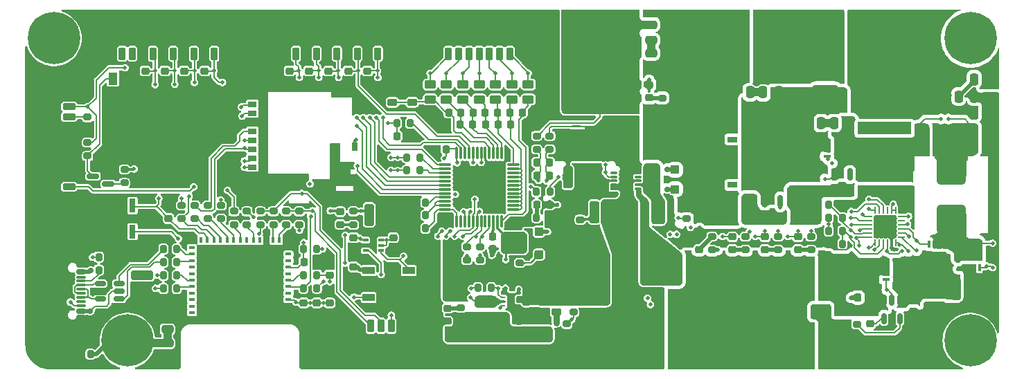
<source format=gtl>
G04 #@! TF.GenerationSoftware,KiCad,Pcbnew,7.0.8*
G04 #@! TF.CreationDate,2023-11-12T21:10:40-08:00*
G04 #@! TF.ProjectId,bms,626d732e-6b69-4636-9164-5f7063625858,V1*
G04 #@! TF.SameCoordinates,Original*
G04 #@! TF.FileFunction,Copper,L1,Top*
G04 #@! TF.FilePolarity,Positive*
%FSLAX46Y46*%
G04 Gerber Fmt 4.6, Leading zero omitted, Abs format (unit mm)*
G04 Created by KiCad (PCBNEW 7.0.8) date 2023-11-12 21:10:40*
%MOMM*%
%LPD*%
G01*
G04 APERTURE LIST*
G04 Aperture macros list*
%AMRoundRect*
0 Rectangle with rounded corners*
0 $1 Rounding radius*
0 $2 $3 $4 $5 $6 $7 $8 $9 X,Y pos of 4 corners*
0 Add a 4 corners polygon primitive as box body*
4,1,4,$2,$3,$4,$5,$6,$7,$8,$9,$2,$3,0*
0 Add four circle primitives for the rounded corners*
1,1,$1+$1,$2,$3*
1,1,$1+$1,$4,$5*
1,1,$1+$1,$6,$7*
1,1,$1+$1,$8,$9*
0 Add four rect primitives between the rounded corners*
20,1,$1+$1,$2,$3,$4,$5,0*
20,1,$1+$1,$4,$5,$6,$7,0*
20,1,$1+$1,$6,$7,$8,$9,0*
20,1,$1+$1,$8,$9,$2,$3,0*%
%AMFreePoly0*
4,1,6,0.725000,-0.725000,-0.725000,-0.725000,-0.725000,0.125000,-0.125000,0.725000,0.725000,0.725000,0.725000,-0.725000,0.725000,-0.725000,$1*%
G04 Aperture macros list end*
G04 #@! TA.AperFunction,SMDPad,CuDef*
%ADD10R,0.280000X0.280000*%
G04 #@! TD*
G04 #@! TA.AperFunction,SMDPad,CuDef*
%ADD11O,0.850000X0.280000*%
G04 #@! TD*
G04 #@! TA.AperFunction,SMDPad,CuDef*
%ADD12R,0.680000X1.050000*%
G04 #@! TD*
G04 #@! TA.AperFunction,SMDPad,CuDef*
%ADD13R,0.260000X0.500000*%
G04 #@! TD*
G04 #@! TA.AperFunction,SMDPad,CuDef*
%ADD14R,0.280000X0.700000*%
G04 #@! TD*
G04 #@! TA.AperFunction,SMDPad,CuDef*
%ADD15R,1.650000X2.400000*%
G04 #@! TD*
G04 #@! TA.AperFunction,SMDPad,CuDef*
%ADD16RoundRect,0.250000X0.250000X0.475000X-0.250000X0.475000X-0.250000X-0.475000X0.250000X-0.475000X0*%
G04 #@! TD*
G04 #@! TA.AperFunction,SMDPad,CuDef*
%ADD17RoundRect,0.200000X0.200000X0.600000X-0.200000X0.600000X-0.200000X-0.600000X0.200000X-0.600000X0*%
G04 #@! TD*
G04 #@! TA.AperFunction,SMDPad,CuDef*
%ADD18RoundRect,0.250001X0.799999X1.249999X-0.799999X1.249999X-0.799999X-1.249999X0.799999X-1.249999X0*%
G04 #@! TD*
G04 #@! TA.AperFunction,SMDPad,CuDef*
%ADD19C,0.500000*%
G04 #@! TD*
G04 #@! TA.AperFunction,SMDPad,CuDef*
%ADD20RoundRect,0.200000X0.275000X-0.200000X0.275000X0.200000X-0.275000X0.200000X-0.275000X-0.200000X0*%
G04 #@! TD*
G04 #@! TA.AperFunction,SMDPad,CuDef*
%ADD21RoundRect,0.225000X0.225000X0.250000X-0.225000X0.250000X-0.225000X-0.250000X0.225000X-0.250000X0*%
G04 #@! TD*
G04 #@! TA.AperFunction,SMDPad,CuDef*
%ADD22RoundRect,0.250000X0.325000X1.100000X-0.325000X1.100000X-0.325000X-1.100000X0.325000X-1.100000X0*%
G04 #@! TD*
G04 #@! TA.AperFunction,SMDPad,CuDef*
%ADD23RoundRect,0.200000X0.200000X0.275000X-0.200000X0.275000X-0.200000X-0.275000X0.200000X-0.275000X0*%
G04 #@! TD*
G04 #@! TA.AperFunction,ComponentPad*
%ADD24C,0.800000*%
G04 #@! TD*
G04 #@! TA.AperFunction,ComponentPad*
%ADD25C,6.400000*%
G04 #@! TD*
G04 #@! TA.AperFunction,SMDPad,CuDef*
%ADD26RoundRect,0.250000X-1.100000X0.325000X-1.100000X-0.325000X1.100000X-0.325000X1.100000X0.325000X0*%
G04 #@! TD*
G04 #@! TA.AperFunction,SMDPad,CuDef*
%ADD27RoundRect,0.150000X-0.150000X0.587500X-0.150000X-0.587500X0.150000X-0.587500X0.150000X0.587500X0*%
G04 #@! TD*
G04 #@! TA.AperFunction,SMDPad,CuDef*
%ADD28C,0.203200*%
G04 #@! TD*
G04 #@! TA.AperFunction,SMDPad,CuDef*
%ADD29R,0.800000X0.400000*%
G04 #@! TD*
G04 #@! TA.AperFunction,SMDPad,CuDef*
%ADD30R,0.400000X0.800000*%
G04 #@! TD*
G04 #@! TA.AperFunction,SMDPad,CuDef*
%ADD31FreePoly0,180.000000*%
G04 #@! TD*
G04 #@! TA.AperFunction,SMDPad,CuDef*
%ADD32R,1.450000X1.450000*%
G04 #@! TD*
G04 #@! TA.AperFunction,SMDPad,CuDef*
%ADD33R,0.700000X0.700000*%
G04 #@! TD*
G04 #@! TA.AperFunction,SMDPad,CuDef*
%ADD34RoundRect,0.218750X-0.256250X0.218750X-0.256250X-0.218750X0.256250X-0.218750X0.256250X0.218750X0*%
G04 #@! TD*
G04 #@! TA.AperFunction,SMDPad,CuDef*
%ADD35R,0.650000X0.400000*%
G04 #@! TD*
G04 #@! TA.AperFunction,SMDPad,CuDef*
%ADD36RoundRect,0.250000X0.450000X-0.262500X0.450000X0.262500X-0.450000X0.262500X-0.450000X-0.262500X0*%
G04 #@! TD*
G04 #@! TA.AperFunction,SMDPad,CuDef*
%ADD37R,1.100000X0.700000*%
G04 #@! TD*
G04 #@! TA.AperFunction,SMDPad,CuDef*
%ADD38R,0.930000X0.900000*%
G04 #@! TD*
G04 #@! TA.AperFunction,SMDPad,CuDef*
%ADD39R,0.780000X1.050000*%
G04 #@! TD*
G04 #@! TA.AperFunction,SMDPad,CuDef*
%ADD40R,3.330000X0.700000*%
G04 #@! TD*
G04 #@! TA.AperFunction,SMDPad,CuDef*
%ADD41R,1.830000X1.140000*%
G04 #@! TD*
G04 #@! TA.AperFunction,SMDPad,CuDef*
%ADD42R,2.800000X0.860000*%
G04 #@! TD*
G04 #@! TA.AperFunction,SMDPad,CuDef*
%ADD43C,8.500000*%
G04 #@! TD*
G04 #@! TA.AperFunction,SMDPad,CuDef*
%ADD44RoundRect,0.225000X-0.250000X0.225000X-0.250000X-0.225000X0.250000X-0.225000X0.250000X0.225000X0*%
G04 #@! TD*
G04 #@! TA.AperFunction,SMDPad,CuDef*
%ADD45RoundRect,0.200000X-0.275000X0.200000X-0.275000X-0.200000X0.275000X-0.200000X0.275000X0.200000X0*%
G04 #@! TD*
G04 #@! TA.AperFunction,SMDPad,CuDef*
%ADD46RoundRect,0.150000X-0.425000X0.150000X-0.425000X-0.150000X0.425000X-0.150000X0.425000X0.150000X0*%
G04 #@! TD*
G04 #@! TA.AperFunction,SMDPad,CuDef*
%ADD47RoundRect,0.075000X-0.500000X0.075000X-0.500000X-0.075000X0.500000X-0.075000X0.500000X0.075000X0*%
G04 #@! TD*
G04 #@! TA.AperFunction,SMDPad,CuDef*
%ADD48RoundRect,0.250000X-0.750000X0.840000X-0.750000X-0.840000X0.750000X-0.840000X0.750000X0.840000X0*%
G04 #@! TD*
G04 #@! TA.AperFunction,SMDPad,CuDef*
%ADD49RoundRect,0.200000X-0.600000X0.200000X-0.600000X-0.200000X0.600000X-0.200000X0.600000X0.200000X0*%
G04 #@! TD*
G04 #@! TA.AperFunction,SMDPad,CuDef*
%ADD50RoundRect,0.250001X-1.249999X0.799999X-1.249999X-0.799999X1.249999X-0.799999X1.249999X0.799999X0*%
G04 #@! TD*
G04 #@! TA.AperFunction,SMDPad,CuDef*
%ADD51RoundRect,0.225000X0.250000X-0.225000X0.250000X0.225000X-0.250000X0.225000X-0.250000X-0.225000X0*%
G04 #@! TD*
G04 #@! TA.AperFunction,SMDPad,CuDef*
%ADD52R,0.500000X0.250000*%
G04 #@! TD*
G04 #@! TA.AperFunction,ComponentPad*
%ADD53C,0.600000*%
G04 #@! TD*
G04 #@! TA.AperFunction,SMDPad,CuDef*
%ADD54R,0.900000X1.600000*%
G04 #@! TD*
G04 #@! TA.AperFunction,SMDPad,CuDef*
%ADD55RoundRect,0.250000X-1.000000X-0.650000X1.000000X-0.650000X1.000000X0.650000X-1.000000X0.650000X0*%
G04 #@! TD*
G04 #@! TA.AperFunction,SMDPad,CuDef*
%ADD56RoundRect,0.250000X-0.300000X-0.300000X0.300000X-0.300000X0.300000X0.300000X-0.300000X0.300000X0*%
G04 #@! TD*
G04 #@! TA.AperFunction,SMDPad,CuDef*
%ADD57RoundRect,0.225000X-0.375000X0.225000X-0.375000X-0.225000X0.375000X-0.225000X0.375000X0.225000X0*%
G04 #@! TD*
G04 #@! TA.AperFunction,SMDPad,CuDef*
%ADD58RoundRect,0.200000X-0.200000X-0.600000X0.200000X-0.600000X0.200000X0.600000X-0.200000X0.600000X0*%
G04 #@! TD*
G04 #@! TA.AperFunction,SMDPad,CuDef*
%ADD59RoundRect,0.250001X-0.799999X-1.249999X0.799999X-1.249999X0.799999X1.249999X-0.799999X1.249999X0*%
G04 #@! TD*
G04 #@! TA.AperFunction,SMDPad,CuDef*
%ADD60RoundRect,0.150000X0.150000X-0.512500X0.150000X0.512500X-0.150000X0.512500X-0.150000X-0.512500X0*%
G04 #@! TD*
G04 #@! TA.AperFunction,SMDPad,CuDef*
%ADD61R,1.200000X0.650000*%
G04 #@! TD*
G04 #@! TA.AperFunction,SMDPad,CuDef*
%ADD62R,0.500000X0.700000*%
G04 #@! TD*
G04 #@! TA.AperFunction,SMDPad,CuDef*
%ADD63R,2.250000X2.350000*%
G04 #@! TD*
G04 #@! TA.AperFunction,SMDPad,CuDef*
%ADD64R,1.500000X0.900000*%
G04 #@! TD*
G04 #@! TA.AperFunction,SMDPad,CuDef*
%ADD65R,0.800000X1.700000*%
G04 #@! TD*
G04 #@! TA.AperFunction,SMDPad,CuDef*
%ADD66RoundRect,0.225000X0.375000X-0.225000X0.375000X0.225000X-0.375000X0.225000X-0.375000X-0.225000X0*%
G04 #@! TD*
G04 #@! TA.AperFunction,SMDPad,CuDef*
%ADD67RoundRect,0.250000X-0.475000X0.250000X-0.475000X-0.250000X0.475000X-0.250000X0.475000X0.250000X0*%
G04 #@! TD*
G04 #@! TA.AperFunction,SMDPad,CuDef*
%ADD68RoundRect,0.250000X-0.325000X-1.100000X0.325000X-1.100000X0.325000X1.100000X-0.325000X1.100000X0*%
G04 #@! TD*
G04 #@! TA.AperFunction,SMDPad,CuDef*
%ADD69RoundRect,0.200000X-0.200000X-0.275000X0.200000X-0.275000X0.200000X0.275000X-0.200000X0.275000X0*%
G04 #@! TD*
G04 #@! TA.AperFunction,SMDPad,CuDef*
%ADD70RoundRect,0.218750X0.256250X-0.218750X0.256250X0.218750X-0.256250X0.218750X-0.256250X-0.218750X0*%
G04 #@! TD*
G04 #@! TA.AperFunction,SMDPad,CuDef*
%ADD71RoundRect,0.225000X-0.225000X-0.250000X0.225000X-0.250000X0.225000X0.250000X-0.225000X0.250000X0*%
G04 #@! TD*
G04 #@! TA.AperFunction,SMDPad,CuDef*
%ADD72R,0.340000X0.900000*%
G04 #@! TD*
G04 #@! TA.AperFunction,SMDPad,CuDef*
%ADD73RoundRect,0.069375X-0.750623X-0.161875X0.750623X-0.161875X0.750623X0.161875X-0.750623X0.161875X0*%
G04 #@! TD*
G04 #@! TA.AperFunction,SMDPad,CuDef*
%ADD74R,2.289996X1.710000*%
G04 #@! TD*
G04 #@! TA.AperFunction,SMDPad,CuDef*
%ADD75R,0.340000X0.650000*%
G04 #@! TD*
G04 #@! TA.AperFunction,SMDPad,CuDef*
%ADD76RoundRect,0.322500X-0.752500X-1.077500X0.752500X-1.077500X0.752500X1.077500X-0.752500X1.077500X0*%
G04 #@! TD*
G04 #@! TA.AperFunction,SMDPad,CuDef*
%ADD77RoundRect,0.250000X0.475000X-0.250000X0.475000X0.250000X-0.475000X0.250000X-0.475000X-0.250000X0*%
G04 #@! TD*
G04 #@! TA.AperFunction,SMDPad,CuDef*
%ADD78RoundRect,0.062500X-0.062500X0.325000X-0.062500X-0.325000X0.062500X-0.325000X0.062500X0.325000X0*%
G04 #@! TD*
G04 #@! TA.AperFunction,SMDPad,CuDef*
%ADD79RoundRect,0.062500X-0.325000X0.062500X-0.325000X-0.062500X0.325000X-0.062500X0.325000X0.062500X0*%
G04 #@! TD*
G04 #@! TA.AperFunction,SMDPad,CuDef*
%ADD80R,2.450000X2.450000*%
G04 #@! TD*
G04 #@! TA.AperFunction,SMDPad,CuDef*
%ADD81RoundRect,0.250000X-0.250000X-0.475000X0.250000X-0.475000X0.250000X0.475000X-0.250000X0.475000X0*%
G04 #@! TD*
G04 #@! TA.AperFunction,SMDPad,CuDef*
%ADD82RoundRect,0.250000X1.100000X-0.325000X1.100000X0.325000X-1.100000X0.325000X-1.100000X-0.325000X0*%
G04 #@! TD*
G04 #@! TA.AperFunction,SMDPad,CuDef*
%ADD83RoundRect,0.250000X0.362500X1.425000X-0.362500X1.425000X-0.362500X-1.425000X0.362500X-1.425000X0*%
G04 #@! TD*
G04 #@! TA.AperFunction,SMDPad,CuDef*
%ADD84RoundRect,0.069375X0.750623X0.161875X-0.750623X0.161875X-0.750623X-0.161875X0.750623X-0.161875X0*%
G04 #@! TD*
G04 #@! TA.AperFunction,SMDPad,CuDef*
%ADD85RoundRect,0.250000X1.425000X-0.362500X1.425000X0.362500X-1.425000X0.362500X-1.425000X-0.362500X0*%
G04 #@! TD*
G04 #@! TA.AperFunction,SMDPad,CuDef*
%ADD86RoundRect,0.431321X1.473679X1.092679X-1.473679X1.092679X-1.473679X-1.092679X1.473679X-1.092679X0*%
G04 #@! TD*
G04 #@! TA.AperFunction,SMDPad,CuDef*
%ADD87RoundRect,0.457200X1.447800X1.066800X-1.447800X1.066800X-1.447800X-1.066800X1.447800X-1.066800X0*%
G04 #@! TD*
G04 #@! TA.AperFunction,SMDPad,CuDef*
%ADD88RoundRect,0.540000X1.260000X-1.260000X1.260000X1.260000X-1.260000X1.260000X-1.260000X-1.260000X0*%
G04 #@! TD*
G04 #@! TA.AperFunction,SMDPad,CuDef*
%ADD89RoundRect,0.150000X0.587500X0.150000X-0.587500X0.150000X-0.587500X-0.150000X0.587500X-0.150000X0*%
G04 #@! TD*
G04 #@! TA.AperFunction,SMDPad,CuDef*
%ADD90RoundRect,0.150000X-0.512500X-0.150000X0.512500X-0.150000X0.512500X0.150000X-0.512500X0.150000X0*%
G04 #@! TD*
G04 #@! TA.AperFunction,SMDPad,CuDef*
%ADD91RoundRect,0.250000X-1.425000X0.362500X-1.425000X-0.362500X1.425000X-0.362500X1.425000X0.362500X0*%
G04 #@! TD*
G04 #@! TA.AperFunction,SMDPad,CuDef*
%ADD92RoundRect,0.218750X0.218750X0.256250X-0.218750X0.256250X-0.218750X-0.256250X0.218750X-0.256250X0*%
G04 #@! TD*
G04 #@! TA.AperFunction,SMDPad,CuDef*
%ADD93RoundRect,0.075000X0.662500X0.075000X-0.662500X0.075000X-0.662500X-0.075000X0.662500X-0.075000X0*%
G04 #@! TD*
G04 #@! TA.AperFunction,SMDPad,CuDef*
%ADD94RoundRect,0.075000X0.075000X0.662500X-0.075000X0.662500X-0.075000X-0.662500X0.075000X-0.662500X0*%
G04 #@! TD*
G04 #@! TA.AperFunction,SMDPad,CuDef*
%ADD95R,3.800000X2.000000*%
G04 #@! TD*
G04 #@! TA.AperFunction,SMDPad,CuDef*
%ADD96R,0.900000X0.340000*%
G04 #@! TD*
G04 #@! TA.AperFunction,SMDPad,CuDef*
%ADD97RoundRect,0.069375X0.161875X-0.750623X0.161875X0.750623X-0.161875X0.750623X-0.161875X-0.750623X0*%
G04 #@! TD*
G04 #@! TA.AperFunction,SMDPad,CuDef*
%ADD98R,1.710000X2.289996*%
G04 #@! TD*
G04 #@! TA.AperFunction,SMDPad,CuDef*
%ADD99R,0.650000X0.340000*%
G04 #@! TD*
G04 #@! TA.AperFunction,SMDPad,CuDef*
%ADD100RoundRect,0.250000X-0.362500X-1.425000X0.362500X-1.425000X0.362500X1.425000X-0.362500X1.425000X0*%
G04 #@! TD*
G04 #@! TA.AperFunction,SMDPad,CuDef*
%ADD101RoundRect,0.250000X-0.850000X0.375000X-0.850000X-0.375000X0.850000X-0.375000X0.850000X0.375000X0*%
G04 #@! TD*
G04 #@! TA.AperFunction,SMDPad,CuDef*
%ADD102R,1.100000X1.500000*%
G04 #@! TD*
G04 #@! TA.AperFunction,SMDPad,CuDef*
%ADD103RoundRect,0.487500X-1.137500X1.227500X-1.137500X-1.227500X1.137500X-1.227500X1.137500X1.227500X0*%
G04 #@! TD*
G04 #@! TA.AperFunction,SMDPad,CuDef*
%ADD104RoundRect,0.250000X0.300000X-0.300000X0.300000X0.300000X-0.300000X0.300000X-0.300000X-0.300000X0*%
G04 #@! TD*
G04 #@! TA.AperFunction,ViaPad*
%ADD105C,0.508000*%
G04 #@! TD*
G04 #@! TA.AperFunction,ViaPad*
%ADD106C,0.711200*%
G04 #@! TD*
G04 #@! TA.AperFunction,Conductor*
%ADD107C,0.304800*%
G04 #@! TD*
G04 #@! TA.AperFunction,Conductor*
%ADD108C,0.203200*%
G04 #@! TD*
G04 #@! TA.AperFunction,Conductor*
%ADD109C,0.508000*%
G04 #@! TD*
G04 #@! TA.AperFunction,Conductor*
%ADD110C,0.500000*%
G04 #@! TD*
G04 #@! TA.AperFunction,Conductor*
%ADD111C,1.000000*%
G04 #@! TD*
G04 #@! TA.AperFunction,Conductor*
%ADD112C,0.300000*%
G04 #@! TD*
G04 #@! TA.AperFunction,Conductor*
%ADD113C,0.750000*%
G04 #@! TD*
G04 #@! TA.AperFunction,Conductor*
%ADD114C,0.250000*%
G04 #@! TD*
G04 APERTURE END LIST*
G04 #@! TA.AperFunction,EtchedComponent*
G36*
X202824822Y-88975813D02*
G01*
X201824822Y-88975813D01*
X201823449Y-88771849D01*
X202823449Y-88771849D01*
X202824822Y-88975813D01*
G37*
G04 #@! TD.AperFunction*
G04 #@! TA.AperFunction,EtchedComponent*
G36*
X156876299Y-89477899D02*
G01*
X155876299Y-89477899D01*
X155874926Y-89273935D01*
X156874926Y-89273935D01*
X156876299Y-89477899D01*
G37*
G04 #@! TD.AperFunction*
G04 #@! TA.AperFunction,EtchedComponent*
G36*
X200926299Y-88977899D02*
G01*
X199926299Y-88977899D01*
X199924926Y-88773935D01*
X200924926Y-88773935D01*
X200926299Y-88977899D01*
G37*
G04 #@! TD.AperFunction*
G04 #@! TA.AperFunction,EtchedComponent*
G36*
X156876299Y-89877899D02*
G01*
X155876299Y-89877899D01*
X155874926Y-89673935D01*
X156874926Y-89673935D01*
X156876299Y-89877899D01*
G37*
G04 #@! TD.AperFunction*
D10*
X164179874Y-97444874D03*
D11*
X163894874Y-97444874D03*
D10*
X164179874Y-96944874D03*
D11*
X163894874Y-96944874D03*
D10*
X164179874Y-96444874D03*
D11*
X163894874Y-96444874D03*
D10*
X164179874Y-95944874D03*
D11*
X163894874Y-95944874D03*
D10*
X164179874Y-95444874D03*
D11*
X163894874Y-95444874D03*
X160944874Y-95444874D03*
D10*
X160659874Y-95444874D03*
D11*
X160944874Y-95944874D03*
D10*
X160659874Y-95944874D03*
D11*
X160944874Y-96444874D03*
D10*
X160659874Y-96444874D03*
D11*
X160944874Y-96944874D03*
D10*
X160659874Y-96944874D03*
D11*
X160944874Y-97444874D03*
D10*
X160659874Y-97444874D03*
D12*
X162869874Y-97079874D03*
X162869874Y-95809874D03*
D13*
X162669874Y-98074874D03*
D14*
X162669874Y-97994874D03*
X162669874Y-94894874D03*
D13*
X162669874Y-94814874D03*
D15*
X162419874Y-96444874D03*
D13*
X162169874Y-98074874D03*
D14*
X162169874Y-97994874D03*
X162169874Y-94894874D03*
D13*
X162169874Y-94814874D03*
D12*
X161969874Y-97079874D03*
X161969874Y-95809874D03*
D16*
X204974874Y-84024874D03*
X203074874Y-84024874D03*
D17*
X132099874Y-80874874D03*
X130849874Y-80874874D03*
X129599874Y-80874874D03*
X128349874Y-80874874D03*
X127099874Y-80874874D03*
X125849874Y-80874874D03*
X124599874Y-80874874D03*
X123349874Y-80874874D03*
X122099874Y-80874874D03*
X120849874Y-80874874D03*
D18*
X134649874Y-77974874D03*
X118299874Y-77974874D03*
D19*
X183100000Y-86500000D03*
D20*
X129100000Y-101825000D03*
X129100000Y-100175000D03*
D21*
X140449874Y-92574874D03*
X138899874Y-92574874D03*
D19*
X163100000Y-86474874D03*
D22*
X141175000Y-109400000D03*
X138225000Y-109400000D03*
D23*
X99649874Y-105774874D03*
X97999874Y-105774874D03*
D20*
X156824874Y-101199874D03*
X156824874Y-99549874D03*
D24*
X99100000Y-116000000D03*
X99802944Y-114302944D03*
X99802944Y-117697056D03*
X101500000Y-113600000D03*
D25*
X101500000Y-116000000D03*
D24*
X101500000Y-118400000D03*
X103197056Y-114302944D03*
X103197056Y-117697056D03*
X103900000Y-116000000D03*
D26*
X148500000Y-115275126D03*
X148500000Y-118225126D03*
D19*
X150474874Y-83274874D03*
D27*
X189774874Y-95674874D03*
X187874874Y-95674874D03*
X188824874Y-97549874D03*
D19*
X179500000Y-108900000D03*
D23*
X137899874Y-99074874D03*
X136249874Y-99074874D03*
D19*
X134524874Y-93574874D03*
D28*
X202824874Y-88874874D03*
X201824874Y-88874874D03*
D21*
X149749874Y-88074874D03*
X148199874Y-88074874D03*
D29*
X121174874Y-112600000D03*
X121174874Y-111800000D03*
X121174874Y-111000000D03*
X121174874Y-110200000D03*
X121174874Y-109400000D03*
X121174874Y-108600000D03*
X121174874Y-107800000D03*
X121174874Y-107000000D03*
X121174874Y-106200000D03*
X121174874Y-105400000D03*
X121174874Y-104600000D03*
D30*
X120074874Y-103700000D03*
X119274874Y-103700000D03*
X118474874Y-103700000D03*
X117674874Y-103700000D03*
X116874874Y-103700000D03*
X116074874Y-103700000D03*
X115274874Y-103700000D03*
X114474874Y-103700000D03*
X113674874Y-103700000D03*
X112874874Y-103700000D03*
X112074874Y-103700000D03*
X111274874Y-103700000D03*
X110474874Y-103700000D03*
D29*
X109374874Y-104600000D03*
X109374874Y-105400000D03*
X109374874Y-106200000D03*
X109374874Y-107000000D03*
X109374874Y-107800000D03*
X109374874Y-108600000D03*
X109374874Y-109400000D03*
X109374874Y-110200000D03*
X109374874Y-111000000D03*
X109374874Y-111800000D03*
X109374874Y-112600000D03*
D30*
X110474874Y-113500000D03*
X111274874Y-113500000D03*
X112074874Y-113500000D03*
X112874874Y-113500000D03*
X113674874Y-113500000D03*
X114474874Y-113500000D03*
X115274874Y-113500000D03*
X116074874Y-113500000D03*
X116874874Y-113500000D03*
X117674874Y-113500000D03*
X118474874Y-113500000D03*
X119274874Y-113500000D03*
X120074874Y-113500000D03*
D31*
X117249874Y-110575000D03*
D32*
X117249874Y-108600000D03*
X117249874Y-106625000D03*
X115274874Y-110575000D03*
X115274874Y-108600000D03*
X115274874Y-106625000D03*
X113299874Y-110575000D03*
X113299874Y-108600000D03*
X113299874Y-106625000D03*
D33*
X109324874Y-113550000D03*
X109324874Y-103650000D03*
X121224874Y-103650000D03*
X121224874Y-113550000D03*
D34*
X183424874Y-103287374D03*
X183424874Y-104862374D03*
D23*
X107525000Y-109600000D03*
X105875000Y-109600000D03*
D35*
X130600000Y-103700000D03*
X130600000Y-104350000D03*
X130600000Y-105000000D03*
X132500000Y-105000000D03*
X132500000Y-104350000D03*
X132500000Y-103700000D03*
D19*
X182224874Y-103274874D03*
X189900000Y-104374874D03*
X140424874Y-103224874D03*
D36*
X146474874Y-86487374D03*
X146474874Y-84662374D03*
D19*
X107274874Y-82974874D03*
D26*
X195674874Y-94699874D03*
X195674874Y-97649874D03*
D19*
X190924874Y-104374874D03*
X189924874Y-102500000D03*
D37*
X116760000Y-94775000D03*
X116760000Y-93675000D03*
X116760000Y-92575000D03*
X116760000Y-91475000D03*
X116760000Y-90375000D03*
X116760000Y-89275000D03*
X116760000Y-88175000D03*
X116760000Y-87075000D03*
D38*
X129225000Y-96565000D03*
D39*
X129300000Y-92300000D03*
D40*
X128025000Y-98875000D03*
D41*
X116775000Y-98655000D03*
D42*
X117260000Y-85995000D03*
D40*
X128025000Y-85915000D03*
D21*
X142149874Y-89574874D03*
X140599874Y-89574874D03*
D43*
X195474874Y-79974874D03*
D44*
X124624874Y-111399874D03*
X124624874Y-112949874D03*
D45*
X119324874Y-100175000D03*
X119324874Y-101825000D03*
D17*
X148224874Y-80874874D03*
X146974874Y-80874874D03*
X145724874Y-80874874D03*
X144474874Y-80874874D03*
X143224874Y-80874874D03*
X141974874Y-80874874D03*
X140724874Y-80874874D03*
D18*
X150774874Y-77974874D03*
X138174874Y-77974874D03*
D20*
X151500000Y-92599874D03*
X151500000Y-90949874D03*
D19*
X139424874Y-103224874D03*
D44*
X129124874Y-106999874D03*
X129124874Y-108549874D03*
X130824874Y-82999874D03*
X130824874Y-84549874D03*
D22*
X141175000Y-106000000D03*
X138225000Y-106000000D03*
D46*
X95864874Y-106774874D03*
X95864874Y-107574874D03*
D47*
X95864874Y-108724874D03*
X95864874Y-109724874D03*
X95864874Y-110224874D03*
X95864874Y-111224874D03*
D46*
X95864874Y-112374874D03*
X95864874Y-113174874D03*
X95864874Y-113174874D03*
X95864874Y-112374874D03*
D47*
X95864874Y-111724874D03*
X95864874Y-110724874D03*
X95864874Y-109224874D03*
X95864874Y-108224874D03*
D46*
X95864874Y-107574874D03*
X95864874Y-106774874D03*
D48*
X95289874Y-104864874D03*
X91359874Y-104864874D03*
X95289874Y-115084874D03*
X91359874Y-115084874D03*
D16*
X181074874Y-85599874D03*
X179174874Y-85599874D03*
D49*
X94374874Y-97174874D03*
X94374874Y-98424874D03*
D50*
X91474874Y-94624874D03*
X91474874Y-100974874D03*
D51*
X126200000Y-107975000D03*
X126200000Y-106425000D03*
D45*
X111324874Y-99449874D03*
X111324874Y-101099874D03*
D20*
X169824874Y-101099874D03*
X169824874Y-99449874D03*
D44*
X103674874Y-82999874D03*
X103674874Y-84549874D03*
D19*
X96624874Y-87374874D03*
D52*
X149325000Y-111725000D03*
X149325000Y-111225000D03*
X149325000Y-110725000D03*
X149325000Y-110225000D03*
X147425000Y-110225000D03*
X147425000Y-110725000D03*
X147425000Y-111225000D03*
X147425000Y-111725000D03*
D53*
X148375000Y-111475000D03*
D54*
X148375000Y-110975000D03*
D53*
X148375000Y-110475000D03*
D55*
X182224874Y-112474874D03*
X186224874Y-112474874D03*
D56*
X165624874Y-97474874D03*
X168424874Y-97474874D03*
D19*
X155224874Y-107274874D03*
D23*
X99649874Y-107374874D03*
X97999874Y-107374874D03*
D57*
X153925000Y-109175000D03*
X153925000Y-112475000D03*
D20*
X153100000Y-92599874D03*
X153100000Y-90949874D03*
D19*
X201800000Y-87200000D03*
X138474874Y-83274874D03*
X174224874Y-103274874D03*
X143375126Y-113450126D03*
D20*
X149424874Y-106499874D03*
X149424874Y-104849874D03*
D21*
X145249874Y-89574874D03*
X143699874Y-89574874D03*
D58*
X131225000Y-114200000D03*
X132475000Y-114200000D03*
X133725000Y-114200000D03*
X134975000Y-114200000D03*
D59*
X128675000Y-117100000D03*
X137525000Y-117100000D03*
D26*
X151800000Y-115275126D03*
X151800000Y-118225126D03*
D23*
X124649874Y-107974874D03*
X122999874Y-107974874D03*
D26*
X141900000Y-115275126D03*
X141900000Y-118225126D03*
D19*
X197924874Y-103774874D03*
X132024874Y-82974874D03*
D20*
X144574874Y-106149874D03*
X144574874Y-104499874D03*
D43*
X183474874Y-79974874D03*
D60*
X193974874Y-113312374D03*
X194924874Y-113312374D03*
X195874874Y-113312374D03*
X195874874Y-111037374D03*
X194924874Y-111037374D03*
X193974874Y-111037374D03*
D19*
X159900000Y-95400000D03*
D61*
X175449874Y-93144874D03*
X175449874Y-94414874D03*
X175449874Y-95684874D03*
X175449874Y-96954874D03*
D62*
X181449874Y-93049874D03*
D63*
X180074874Y-93874874D03*
X177824874Y-93874874D03*
D62*
X181449874Y-94379874D03*
X181449874Y-95719874D03*
D63*
X180074874Y-96224874D03*
X177824874Y-96224874D03*
D62*
X181449874Y-97049874D03*
D34*
X175424874Y-103287374D03*
X175424874Y-104862374D03*
D64*
X130974874Y-107424874D03*
X130974874Y-110724874D03*
X135874874Y-110724874D03*
X135874874Y-107424874D03*
D19*
X105324874Y-98574874D03*
D65*
X102124874Y-99474874D03*
X98724874Y-99474874D03*
D19*
X141474874Y-103224874D03*
X144074874Y-103224874D03*
D66*
X133874874Y-86824874D03*
X133874874Y-83524874D03*
D45*
X155200000Y-113975000D03*
X155200000Y-115625000D03*
D67*
X106374874Y-116324874D03*
X106374874Y-118224874D03*
D26*
X200124874Y-108899874D03*
X200124874Y-111849874D03*
D68*
X202749874Y-109674874D03*
X205699874Y-109674874D03*
D20*
X109724874Y-101099874D03*
X109724874Y-99449874D03*
X117724874Y-101825000D03*
X117724874Y-100175000D03*
D16*
X204974874Y-86124874D03*
X203074874Y-86124874D03*
D65*
X102124874Y-102674874D03*
X98724874Y-102674874D03*
D69*
X105875000Y-108000000D03*
X107525000Y-108000000D03*
D70*
X140625000Y-113612500D03*
X140625000Y-112037500D03*
D23*
X137249874Y-95174874D03*
X135599874Y-95174874D03*
D19*
X207224874Y-104074874D03*
D24*
X202100000Y-116000000D03*
X202802944Y-114302944D03*
X202802944Y-117697056D03*
X204500000Y-113600000D03*
D25*
X204500000Y-116000000D03*
D24*
X204500000Y-118400000D03*
X206197056Y-114302944D03*
X206197056Y-117697056D03*
X206900000Y-116000000D03*
D36*
X150474874Y-86487374D03*
X150474874Y-84662374D03*
D19*
X196924874Y-105074874D03*
X125900000Y-116800000D03*
D71*
X151525000Y-95774874D03*
X153075000Y-95774874D03*
D19*
X124874874Y-82974874D03*
X134524874Y-95174874D03*
D26*
X103250000Y-108025000D03*
X103250000Y-110975000D03*
D68*
X158549874Y-100274874D03*
X161499874Y-100274874D03*
D71*
X151525000Y-94174874D03*
X153075000Y-94174874D03*
D21*
X143749874Y-88074874D03*
X142199874Y-88074874D03*
D72*
X201374874Y-104174874D03*
X200724876Y-104174874D03*
X200074874Y-104174874D03*
D73*
X200724872Y-104393624D03*
D72*
X199424876Y-104174874D03*
D74*
X200399874Y-106019874D03*
D75*
X201374874Y-107199874D03*
X200724876Y-107199874D03*
X200074874Y-107199874D03*
X199424876Y-107199874D03*
D28*
X155874874Y-89374874D03*
X156874874Y-89374874D03*
D44*
X128474874Y-82999874D03*
X128474874Y-84549874D03*
D23*
X136049874Y-89374874D03*
X134399874Y-89374874D03*
X124649874Y-104774874D03*
X122999874Y-104774874D03*
X188849874Y-102574874D03*
X187199874Y-102574874D03*
D44*
X123674874Y-82999874D03*
X123674874Y-84549874D03*
D45*
X120900000Y-100175000D03*
X120900000Y-101825000D03*
D76*
X182769874Y-108224874D03*
X187679874Y-108224874D03*
D34*
X171324874Y-103287374D03*
X171324874Y-104862374D03*
D27*
X181274874Y-98937374D03*
X179374874Y-98937374D03*
X180324874Y-100812374D03*
D23*
X188849874Y-100974874D03*
X187199874Y-100974874D03*
D19*
X168424874Y-105174874D03*
D68*
X131025000Y-100600000D03*
X133975000Y-100600000D03*
D77*
X106374874Y-114624874D03*
X106374874Y-112724874D03*
D61*
X175449874Y-87569874D03*
X175449874Y-88839874D03*
X175449874Y-90109874D03*
X175449874Y-91379874D03*
D62*
X181449874Y-87474874D03*
D63*
X180074874Y-88299874D03*
X177824874Y-88299874D03*
D62*
X181449874Y-88804874D03*
X181449874Y-90144874D03*
D63*
X180074874Y-90649874D03*
X177824874Y-90649874D03*
D62*
X181449874Y-91474874D03*
D43*
X174724874Y-111774874D03*
D78*
X195354874Y-100087374D03*
X194854874Y-100087374D03*
X194354874Y-100087374D03*
X193854874Y-100087374D03*
X193354874Y-100087374D03*
X192854874Y-100087374D03*
D79*
X192117374Y-100824874D03*
X192117374Y-101324874D03*
X192117374Y-101824874D03*
X192117374Y-102324874D03*
X192117374Y-102824874D03*
X192117374Y-103324874D03*
D78*
X192854874Y-104062374D03*
X193354874Y-104062374D03*
X193854874Y-104062374D03*
X194354874Y-104062374D03*
X194854874Y-104062374D03*
X195354874Y-104062374D03*
D79*
X196092374Y-103324874D03*
X196092374Y-102824874D03*
X196092374Y-102324874D03*
X196092374Y-101824874D03*
X196092374Y-101324874D03*
X196092374Y-100824874D03*
D80*
X194104874Y-102074874D03*
D34*
X179424874Y-103287374D03*
X179424874Y-104862374D03*
D19*
X142474874Y-83274874D03*
D69*
X151475000Y-100950000D03*
X153125000Y-100950000D03*
D19*
X129674874Y-82974874D03*
D51*
X197524874Y-112399874D03*
X197524874Y-110849874D03*
D24*
X90100000Y-79000000D03*
X90802944Y-77302944D03*
X90802944Y-80697056D03*
X92500000Y-76600000D03*
D25*
X92500000Y-79000000D03*
D24*
X92500000Y-81400000D03*
X94197056Y-77302944D03*
X94197056Y-80697056D03*
X94900000Y-79000000D03*
D81*
X147475000Y-113325000D03*
X149375000Y-113325000D03*
D36*
X144474874Y-86487374D03*
X144474874Y-84662374D03*
D26*
X192374874Y-94699874D03*
X192374874Y-97649874D03*
D82*
X195674874Y-92949874D03*
X195674874Y-89999874D03*
D66*
X136274874Y-86824874D03*
X136274874Y-83524874D03*
D17*
X112099874Y-80874874D03*
X110849874Y-80874874D03*
X109599874Y-80874874D03*
X108349874Y-80874874D03*
X107099874Y-80874874D03*
X105849874Y-80874874D03*
X104599874Y-80874874D03*
X103349874Y-80874874D03*
X102099874Y-80874874D03*
X100849874Y-80874874D03*
D18*
X114649874Y-77974874D03*
X98299874Y-77974874D03*
D36*
X138474874Y-86487374D03*
X138474874Y-84662374D03*
D71*
X123049874Y-106374874D03*
X124599874Y-106374874D03*
D34*
X165224874Y-84687374D03*
X165224874Y-86262374D03*
D83*
X177587374Y-99874874D03*
X171662374Y-99874874D03*
D44*
X126074874Y-82999874D03*
X126074874Y-84549874D03*
D19*
X194324874Y-105074874D03*
X133424874Y-94374874D03*
D69*
X144300000Y-109525000D03*
X145950000Y-109525000D03*
D23*
X137249874Y-93574874D03*
X135599874Y-93574874D03*
D67*
X165474874Y-80824874D03*
X165474874Y-82724874D03*
D21*
X135999874Y-90974874D03*
X134449874Y-90974874D03*
D20*
X177024874Y-104899874D03*
X177024874Y-103249874D03*
D19*
X97500000Y-82500000D03*
D34*
X127500000Y-100212500D03*
X127500000Y-101787500D03*
D72*
X203674874Y-107099874D03*
X204324872Y-107099874D03*
X204974874Y-107099874D03*
D84*
X204324876Y-106881124D03*
D72*
X205624872Y-107099874D03*
D74*
X204649874Y-105254874D03*
D75*
X203674874Y-104074874D03*
X204324872Y-104074874D03*
X204974874Y-104074874D03*
X205624872Y-104074874D03*
D82*
X192374874Y-92949874D03*
X192374874Y-89999874D03*
D19*
X104874874Y-82974874D03*
X143425000Y-110725000D03*
D51*
X106524874Y-101049874D03*
X106524874Y-99499874D03*
D26*
X145200126Y-115275126D03*
X145200126Y-118225126D03*
D85*
X184324874Y-100837374D03*
X184324874Y-94912374D03*
D44*
X106074874Y-82999874D03*
X106074874Y-84549874D03*
D23*
X188849874Y-99374874D03*
X187199874Y-99374874D03*
D21*
X146749874Y-88074874D03*
X145199874Y-88074874D03*
D45*
X96624874Y-88649874D03*
X96624874Y-90299874D03*
D21*
X140749874Y-88074874D03*
X139199874Y-88074874D03*
X148349874Y-89574874D03*
X146799874Y-89574874D03*
D86*
X166869874Y-107274874D03*
D87*
X157979874Y-107274874D03*
D88*
X202174874Y-101174874D03*
X202174874Y-95174874D03*
D44*
X108424874Y-82999874D03*
X108424874Y-84549874D03*
D20*
X116100000Y-101825000D03*
X116100000Y-100175000D03*
D19*
X147724874Y-106074874D03*
D43*
X159474874Y-79974874D03*
D19*
X178224874Y-103274874D03*
D20*
X181024874Y-104899874D03*
X181024874Y-103249874D03*
D44*
X129124874Y-103399874D03*
X129124874Y-104949874D03*
D16*
X177574874Y-85599874D03*
X175674874Y-85599874D03*
D56*
X165624874Y-95074874D03*
X168424874Y-95074874D03*
D89*
X99162374Y-96824874D03*
X99162374Y-94924874D03*
X97287374Y-95874874D03*
D19*
X186724874Y-96200000D03*
X137500000Y-104000000D03*
D23*
X124649874Y-109574874D03*
X122999874Y-109574874D03*
D19*
X122424874Y-82974874D03*
D90*
X98187374Y-109024874D03*
X98187374Y-109974874D03*
X98187374Y-110924874D03*
X100462374Y-110924874D03*
X100462374Y-109974874D03*
X100462374Y-109024874D03*
D19*
X144474874Y-83274874D03*
X129174874Y-110674874D03*
D91*
X159474874Y-86512374D03*
X159474874Y-92437374D03*
D92*
X153087500Y-99374874D03*
X151512500Y-99374874D03*
D19*
X140474874Y-83274874D03*
D67*
X151225000Y-110475000D03*
X151225000Y-112375000D03*
D93*
X148637374Y-99974874D03*
X148637374Y-99474874D03*
X148637374Y-98974874D03*
X148637374Y-98474874D03*
X148637374Y-97974874D03*
X148637374Y-97474874D03*
X148637374Y-96974874D03*
X148637374Y-96474874D03*
X148637374Y-95974874D03*
X148637374Y-95474874D03*
X148637374Y-94974874D03*
X148637374Y-94474874D03*
D94*
X147224874Y-93062374D03*
X146724874Y-93062374D03*
X146224874Y-93062374D03*
X145724874Y-93062374D03*
X145224874Y-93062374D03*
X144724874Y-93062374D03*
X144224874Y-93062374D03*
X143724874Y-93062374D03*
X143224874Y-93062374D03*
X142724874Y-93062374D03*
X142224874Y-93062374D03*
X141724874Y-93062374D03*
D93*
X140312374Y-94474874D03*
X140312374Y-94974874D03*
X140312374Y-95474874D03*
X140312374Y-95974874D03*
X140312374Y-96474874D03*
X140312374Y-96974874D03*
X140312374Y-97474874D03*
X140312374Y-97974874D03*
X140312374Y-98474874D03*
X140312374Y-98974874D03*
X140312374Y-99474874D03*
X140312374Y-99974874D03*
D94*
X141724874Y-101387374D03*
X142224874Y-101387374D03*
X142724874Y-101387374D03*
X143224874Y-101387374D03*
X143724874Y-101387374D03*
X144224874Y-101387374D03*
X144724874Y-101387374D03*
X145224874Y-101387374D03*
X145724874Y-101387374D03*
X146224874Y-101387374D03*
X146724874Y-101387374D03*
X147224874Y-101387374D03*
D22*
X158275000Y-96000000D03*
X155325000Y-96000000D03*
D16*
X186274874Y-89374874D03*
X184374874Y-89374874D03*
D44*
X123024874Y-111399874D03*
X123024874Y-112949874D03*
D28*
X199924874Y-88874874D03*
X200924874Y-88874874D03*
D19*
X112074874Y-82974874D03*
D71*
X146099874Y-103224874D03*
X147649874Y-103224874D03*
D23*
X137899874Y-102274874D03*
X136249874Y-102274874D03*
D45*
X166824874Y-84649874D03*
X166824874Y-86299874D03*
X112924874Y-99449874D03*
X112924874Y-101099874D03*
D20*
X172924874Y-104899874D03*
X172924874Y-103249874D03*
D23*
X107525000Y-104800000D03*
X105875000Y-104800000D03*
D20*
X142974874Y-106149874D03*
X142974874Y-104499874D03*
D45*
X96624874Y-91749874D03*
X96624874Y-93399874D03*
D19*
X207224874Y-107074874D03*
D20*
X185024874Y-104899874D03*
X185024874Y-103249874D03*
X122500000Y-101825000D03*
X122500000Y-100175000D03*
D51*
X192274874Y-113949874D03*
X192274874Y-112399874D03*
D71*
X190749874Y-110724874D03*
X192299874Y-110724874D03*
D95*
X116500000Y-83700000D03*
D45*
X156000000Y-110875000D03*
X156000000Y-112525000D03*
D77*
X149474874Y-103274874D03*
X149474874Y-101374874D03*
D44*
X134000000Y-103399874D03*
X134000000Y-104949874D03*
D23*
X107525000Y-106400000D03*
X105875000Y-106400000D03*
D19*
X198087970Y-109447443D03*
D67*
X165474874Y-77324874D03*
X165474874Y-79224874D03*
D19*
X146474874Y-83274874D03*
D96*
X194174874Y-106599875D03*
X194174874Y-107249873D03*
X194174874Y-107899875D03*
D97*
X194393624Y-107249877D03*
D96*
X194174874Y-108549873D03*
D98*
X196019874Y-107574875D03*
D99*
X197199874Y-106599875D03*
X197199874Y-107249873D03*
X197199874Y-107899875D03*
X197199874Y-108549873D03*
D36*
X140474874Y-86487374D03*
X140474874Y-84662374D03*
D100*
X198362374Y-91074874D03*
X204287374Y-91074874D03*
D96*
X186974874Y-91499875D03*
X186974874Y-92149873D03*
X186974874Y-92799875D03*
D97*
X187193624Y-92149877D03*
D96*
X186974874Y-93449873D03*
D98*
X188819874Y-92474875D03*
D99*
X189999874Y-91499875D03*
X189999874Y-92149873D03*
X189999874Y-92799875D03*
X189999874Y-93449873D03*
D23*
X153125000Y-97800000D03*
X151475000Y-97800000D03*
D69*
X187199874Y-104174874D03*
X188849874Y-104174874D03*
D19*
X148474874Y-83274874D03*
D101*
X145225000Y-111250000D03*
X145225000Y-113400000D03*
D45*
X190624874Y-112349874D03*
X190624874Y-113999874D03*
D102*
X99724874Y-83924874D03*
X99724874Y-92824874D03*
D19*
X173124874Y-85574874D03*
D44*
X126224874Y-111399874D03*
X126224874Y-112949874D03*
D45*
X114500000Y-100175000D03*
X114500000Y-101825000D03*
D69*
X95324874Y-117674874D03*
X96974874Y-117674874D03*
D44*
X110924874Y-82999874D03*
X110924874Y-84549874D03*
D43*
X171474874Y-79974874D03*
D19*
X194300000Y-109800000D03*
D22*
X166199874Y-100274874D03*
X163249874Y-100274874D03*
D44*
X121274874Y-82999874D03*
X121274874Y-84549874D03*
D19*
X135224874Y-105674874D03*
X127274874Y-82974874D03*
D103*
X196099874Y-86374874D03*
X186749874Y-86374874D03*
D19*
X142474874Y-103224874D03*
D36*
X148474874Y-86487374D03*
X148474874Y-84662374D03*
D28*
X155874874Y-89774874D03*
X156874874Y-89774874D03*
D45*
X108124874Y-99449874D03*
X108124874Y-101099874D03*
D19*
X192024874Y-107474874D03*
X144874874Y-103224874D03*
D16*
X189774874Y-89374874D03*
X187874874Y-89374874D03*
D45*
X142225000Y-112000000D03*
X142225000Y-113650000D03*
D19*
X109674874Y-82974874D03*
D24*
X202100000Y-79000000D03*
X202802944Y-77302944D03*
X202802944Y-80697056D03*
X204500000Y-76600000D03*
D25*
X204500000Y-79000000D03*
D24*
X204500000Y-81400000D03*
X206197056Y-77302944D03*
X206197056Y-80697056D03*
X206900000Y-79000000D03*
D20*
X101124874Y-96699874D03*
X101124874Y-95049874D03*
D104*
X151774874Y-105474874D03*
X151774874Y-102674874D03*
D49*
X94374874Y-87349874D03*
X94374874Y-88599874D03*
D50*
X91474874Y-84799874D03*
X91474874Y-91149874D03*
D36*
X142474874Y-86487374D03*
X142474874Y-84662374D03*
D23*
X137899874Y-100674874D03*
X136249874Y-100674874D03*
D19*
X186600000Y-114600000D03*
X189924874Y-103374874D03*
D95*
X198900000Y-114500000D03*
D21*
X147649874Y-104824874D03*
X146099874Y-104824874D03*
D19*
X140224874Y-93674874D03*
D105*
X162864536Y-97066276D03*
X161961056Y-97081854D03*
X162419874Y-96444874D03*
X162864536Y-95761682D03*
X161964951Y-95753894D03*
X124500000Y-117000000D03*
X194124874Y-102074874D03*
X106500000Y-78000000D03*
X91474874Y-102324874D03*
X203500000Y-112000000D03*
X131600000Y-117600000D03*
X89500000Y-83000000D03*
X91524874Y-86274874D03*
X108700000Y-103000000D03*
X93834874Y-115084874D03*
X136274874Y-82674874D03*
X193000000Y-116000000D03*
X131400000Y-85200000D03*
X153000000Y-79000000D03*
X179500000Y-83000000D03*
X153000000Y-77400000D03*
X128500000Y-78000000D03*
X132974874Y-77974874D03*
X117900000Y-86700000D03*
X186500000Y-78000000D03*
X146024874Y-105574874D03*
X113500000Y-88800000D03*
X206500000Y-109000000D03*
X89500000Y-105500000D03*
X207500000Y-106500000D03*
X113324874Y-105474874D03*
X123000000Y-116000000D03*
X151750000Y-112500000D03*
X196500000Y-116000000D03*
X200500000Y-115000000D03*
X155200000Y-116400000D03*
X89500000Y-95000000D03*
X106500000Y-88000000D03*
X130849874Y-82074874D03*
X89500000Y-111500000D03*
X107600000Y-117500000D03*
X94000000Y-119000000D03*
X159500000Y-117700000D03*
X191000000Y-119000000D03*
X188200000Y-99200000D03*
X138224874Y-92374874D03*
X162974874Y-91474874D03*
X107000000Y-76000000D03*
X139974874Y-77974874D03*
X139224874Y-117074874D03*
X113224874Y-77974874D03*
X149725000Y-112125000D03*
X162000000Y-89000000D03*
X194750000Y-90000000D03*
X106074874Y-84549874D03*
X124624874Y-113874874D03*
X194124874Y-101174874D03*
X160500000Y-119000000D03*
X114500000Y-112700000D03*
X104500000Y-89000000D03*
X116000000Y-76000000D03*
X161974874Y-92474874D03*
X96634874Y-104864874D03*
X123349874Y-82074874D03*
X162974874Y-93474874D03*
X99500000Y-86000000D03*
X154024874Y-99374874D03*
X103500000Y-104000000D03*
X89500000Y-110000000D03*
X153500000Y-76000000D03*
X92500000Y-110000000D03*
X137500000Y-110000000D03*
X159600000Y-114400000D03*
X162300000Y-116600000D03*
X89500000Y-87500000D03*
X152300000Y-77974874D03*
X165100000Y-114900000D03*
X199500000Y-114000000D03*
X195024874Y-102974874D03*
X192250000Y-90000000D03*
X123000000Y-114500000D03*
X207500000Y-109500000D03*
X135500000Y-76000000D03*
X206224874Y-86124874D03*
X132500000Y-76000000D03*
X129500000Y-76000000D03*
X95324874Y-103274874D03*
X189500000Y-116000000D03*
X207500000Y-108000000D03*
X161974874Y-91474874D03*
X155974874Y-93474874D03*
X122000000Y-76000000D03*
X165000000Y-119000000D03*
X159900000Y-101300000D03*
X129100000Y-109400000D03*
X114500000Y-76000000D03*
X117249874Y-105499874D03*
X138500000Y-76000000D03*
X178500000Y-76000000D03*
X157500000Y-119000000D03*
X118299874Y-79974874D03*
X191000000Y-116500000D03*
X146500000Y-96000000D03*
X135224874Y-99074874D03*
X138174874Y-79974874D03*
X138374874Y-88074874D03*
X178500000Y-84000000D03*
X163500000Y-104000000D03*
X147700000Y-109600000D03*
X179500000Y-79000000D03*
X153500000Y-85000000D03*
X187000000Y-115500000D03*
X194600000Y-116500000D03*
X127024874Y-117074874D03*
X123674874Y-85100000D03*
X95800000Y-81100000D03*
X142500000Y-96000000D03*
X125600000Y-97800000D03*
X188100000Y-82000000D03*
X161400000Y-101300000D03*
X96724874Y-77974874D03*
X126074874Y-85100000D03*
X121224874Y-102974874D03*
X89500000Y-114500000D03*
X182500000Y-76000000D03*
X207500000Y-91500000D03*
X130500000Y-79000000D03*
X189924874Y-110774874D03*
X126224874Y-113874874D03*
X141500000Y-76000000D03*
X192500000Y-119000000D03*
X150500000Y-76000000D03*
X114649874Y-79974874D03*
X134600000Y-104949874D03*
X135924874Y-117074874D03*
X198000000Y-116500000D03*
X94800000Y-82200000D03*
X187500000Y-83000000D03*
X157974874Y-92474874D03*
X97500000Y-116000000D03*
X188500000Y-114500000D03*
X205500000Y-112000000D03*
X138000000Y-119000000D03*
X95500000Y-96000000D03*
X115600000Y-89300000D03*
X97887374Y-102674874D03*
X187500000Y-116500000D03*
X101500000Y-112250000D03*
X207500000Y-97500000D03*
X147500000Y-78000000D03*
X159974874Y-93474874D03*
X102750000Y-112500000D03*
X110000000Y-76000000D03*
X113000000Y-76000000D03*
X89500000Y-86000000D03*
X160500000Y-89000000D03*
X190900000Y-99274374D03*
X195024874Y-101174874D03*
X134024874Y-94374874D03*
X193224874Y-101174874D03*
X156000000Y-119000000D03*
X95524874Y-90374874D03*
X101000000Y-76000000D03*
X125500000Y-79000000D03*
X185500000Y-83000000D03*
X130050000Y-96650000D03*
X166500000Y-113000000D03*
X93500000Y-82800000D03*
X123000000Y-119000000D03*
X188500000Y-76000000D03*
X207500000Y-111000000D03*
X163894874Y-95004874D03*
X118424874Y-102774874D03*
X200000000Y-119000000D03*
X133500000Y-111000000D03*
X166500000Y-114500000D03*
X179500000Y-81000000D03*
X121924874Y-112274874D03*
X137000000Y-76000000D03*
X99724874Y-93974874D03*
X151400000Y-89200000D03*
X93300000Y-84774874D03*
X207500000Y-105000000D03*
X187000000Y-112000000D03*
X195024874Y-102074874D03*
X161974874Y-93474874D03*
X103500000Y-91000000D03*
X115300000Y-98700000D03*
X147500000Y-76000000D03*
X122124874Y-113274874D03*
X91424874Y-89574874D03*
X90000000Y-117500000D03*
X188000000Y-119000000D03*
X147000000Y-119000000D03*
X153000000Y-80500000D03*
X114500000Y-96000000D03*
X204000000Y-108000000D03*
X96824874Y-115074874D03*
X153500000Y-83500000D03*
X99874874Y-77974874D03*
X128349874Y-82074874D03*
X154500000Y-119000000D03*
X96500000Y-101000000D03*
X146000000Y-76000000D03*
X163500000Y-90000000D03*
X107600000Y-119000000D03*
X134200000Y-117600000D03*
X155974874Y-91474874D03*
X207500000Y-100500000D03*
X104000000Y-76000000D03*
X106500000Y-95000000D03*
X194924874Y-114274874D03*
X98000000Y-76000000D03*
X180500000Y-76000000D03*
X161400000Y-94400000D03*
X89500000Y-102500000D03*
X116074874Y-112700000D03*
X111500000Y-76000000D03*
X95289874Y-116674874D03*
X196750000Y-90000000D03*
X134000000Y-76000000D03*
X130324874Y-117074874D03*
X89500000Y-108500000D03*
X154800000Y-93200000D03*
X187000000Y-113000000D03*
X102500000Y-105750000D03*
X90500000Y-82500000D03*
X111500000Y-78000000D03*
X149000000Y-76000000D03*
X93500000Y-113000000D03*
X163600000Y-114500000D03*
X193224874Y-102974874D03*
X165224874Y-84074874D03*
X185500000Y-77000000D03*
X165500000Y-114000000D03*
X185500000Y-112000000D03*
X198500000Y-115000000D03*
X89500000Y-113000000D03*
X136474874Y-77974874D03*
X89500000Y-96500000D03*
X186500000Y-82000000D03*
X123000000Y-117500000D03*
X197500000Y-114000000D03*
X178500000Y-82000000D03*
X207500000Y-96000000D03*
X132000000Y-119000000D03*
X191250000Y-90000000D03*
X96000000Y-82500000D03*
X102475000Y-84575000D03*
X180500000Y-84000000D03*
X134649874Y-79974874D03*
X92500000Y-88000000D03*
X119974874Y-77974874D03*
X93424874Y-91174874D03*
X103500000Y-86000000D03*
X126500000Y-103000000D03*
X92500000Y-98000000D03*
X166500000Y-111400000D03*
X129900000Y-104400000D03*
X100500000Y-99000000D03*
X99500000Y-76000000D03*
X89500000Y-104000000D03*
X131000000Y-76000000D03*
X145500000Y-79000000D03*
X108500000Y-76000000D03*
X189500000Y-119000000D03*
X138500000Y-111000000D03*
X91424874Y-103274874D03*
X179500000Y-77000000D03*
X135000000Y-119000000D03*
X156900000Y-117500000D03*
X186500000Y-119000000D03*
X182500000Y-84000000D03*
X103500000Y-94000000D03*
X118524874Y-110674874D03*
X162000000Y-119000000D03*
X129000000Y-119000000D03*
X89500000Y-116000000D03*
X98500000Y-119000000D03*
X107700000Y-112300000D03*
X164000000Y-117400000D03*
X135224874Y-102274874D03*
X150300000Y-112700000D03*
X140000000Y-76000000D03*
X97024874Y-113474874D03*
X104000000Y-113250000D03*
X157974874Y-93474874D03*
X93424874Y-94674874D03*
X143000000Y-76000000D03*
X115324874Y-111874874D03*
X130500000Y-119000000D03*
X92500000Y-119000000D03*
X105500000Y-76000000D03*
X100250000Y-112500000D03*
X141000000Y-119000000D03*
X131500000Y-109000000D03*
X108349874Y-82074874D03*
X195750000Y-90000000D03*
X104750000Y-114250000D03*
X125849874Y-82074874D03*
X111924874Y-108674874D03*
X97787374Y-99474874D03*
X194000000Y-119000000D03*
X185500000Y-113000000D03*
X148500000Y-119000000D03*
X91474874Y-96124874D03*
X198500000Y-113000000D03*
X145500000Y-119000000D03*
X126000000Y-119000000D03*
X91524874Y-99474874D03*
X197000000Y-119000000D03*
X196750000Y-97750000D03*
X186500000Y-76000000D03*
X91500000Y-112000000D03*
X108300000Y-113300000D03*
X105000000Y-117750000D03*
X194124874Y-102974874D03*
X158974874Y-92474874D03*
X150500000Y-113500000D03*
X180500000Y-82000000D03*
X110500000Y-94000000D03*
X124500000Y-119000000D03*
X162500000Y-107000000D03*
X93524874Y-100974874D03*
X96290791Y-79596403D03*
X137500000Y-106000000D03*
X144500000Y-97000000D03*
X201500000Y-112000000D03*
X156974874Y-92474874D03*
X154900000Y-90700000D03*
X206500000Y-111000000D03*
X117624874Y-112700000D03*
X116474874Y-77974874D03*
X115224874Y-105474874D03*
X156974874Y-93474874D03*
X93934874Y-104864874D03*
X98000000Y-114250000D03*
X181500000Y-83000000D03*
X158974874Y-91474874D03*
X195224874Y-104874874D03*
X207500000Y-99000000D03*
X103349874Y-82074874D03*
X110849874Y-82074874D03*
X96500000Y-76000000D03*
X95400000Y-83600000D03*
X188500000Y-84000000D03*
X120849874Y-82074874D03*
X107600000Y-114500000D03*
X153000000Y-119000000D03*
X139774874Y-89674874D03*
X207500000Y-86100000D03*
X162500000Y-90000000D03*
X181500000Y-77000000D03*
X125000000Y-76000000D03*
X96500000Y-86000000D03*
X162974874Y-92474874D03*
X117249874Y-111749874D03*
X91000000Y-118500000D03*
X118524874Y-108674874D03*
X122500000Y-78000000D03*
X115224874Y-108674874D03*
X149224874Y-77974874D03*
X127100000Y-114500000D03*
X110500000Y-88000000D03*
X200500000Y-112000000D03*
X91474874Y-93024874D03*
X157974874Y-91474874D03*
X153000000Y-82000000D03*
X187199874Y-104174874D03*
X144000000Y-119000000D03*
X133500000Y-119000000D03*
X198500000Y-119000000D03*
X102500000Y-76000000D03*
X142500000Y-78000000D03*
X109500000Y-79000000D03*
X153600000Y-86200000D03*
X150000000Y-119000000D03*
X89500000Y-81500000D03*
X95500000Y-119000000D03*
X136824874Y-91074874D03*
X159000000Y-119000000D03*
X110500000Y-85000000D03*
X166500000Y-117500000D03*
X163200000Y-101300000D03*
X104500000Y-79000000D03*
X163500000Y-89000000D03*
X204500000Y-109000000D03*
X160500000Y-90000000D03*
X207500000Y-93000000D03*
X120500000Y-76000000D03*
X125324874Y-106374874D03*
X91324874Y-106474874D03*
X187500000Y-77000000D03*
X144500000Y-76000000D03*
X121274874Y-85138582D03*
X194750000Y-97750000D03*
X117500000Y-76000000D03*
X89500000Y-101000000D03*
X148174874Y-101524874D03*
X207500000Y-87400000D03*
X133874874Y-82674874D03*
X205500000Y-110000000D03*
X130200000Y-98400000D03*
X201500000Y-119000000D03*
X161500000Y-109000000D03*
X95824874Y-98474874D03*
X161500000Y-90000000D03*
X95000000Y-76000000D03*
X128474874Y-85100000D03*
X161500000Y-117900000D03*
X89500000Y-93500000D03*
X155974874Y-92474874D03*
X136500000Y-119000000D03*
X89500000Y-92000000D03*
X89500000Y-98000000D03*
X100400000Y-103500000D03*
X126300000Y-115600000D03*
X202339028Y-112810521D03*
X195500000Y-119000000D03*
X159500000Y-113000000D03*
X97000000Y-119000000D03*
X207500000Y-88700000D03*
X159974874Y-92474874D03*
X193224874Y-102074874D03*
X112900000Y-112700000D03*
X204500000Y-111000000D03*
X156974874Y-91474874D03*
X205500000Y-108500000D03*
X113224874Y-111774874D03*
X207500000Y-102000000D03*
X111899874Y-106699874D03*
X128724874Y-115074874D03*
X199500000Y-116000000D03*
X100524874Y-105774874D03*
X160974874Y-93474874D03*
X108500000Y-88700000D03*
X105849874Y-82074874D03*
X106200000Y-119000000D03*
X96824874Y-106474874D03*
X180500000Y-78000000D03*
X188100000Y-80000000D03*
X119300000Y-112700000D03*
X136500000Y-114000000D03*
X106524874Y-98574874D03*
X104500000Y-119000000D03*
X157100000Y-115900000D03*
X162500000Y-102100000D03*
X152000000Y-76000000D03*
X195750000Y-97750000D03*
X112024874Y-110574874D03*
X91359874Y-116609874D03*
X151500000Y-119000000D03*
X125800000Y-117900000D03*
X91784621Y-82808722D03*
X111200000Y-112700000D03*
X118524874Y-106674874D03*
X200500000Y-113000000D03*
X98299874Y-79974874D03*
X89500000Y-99500000D03*
X89500000Y-89000000D03*
X206500000Y-108000000D03*
X107600000Y-116000000D03*
X188200000Y-78000000D03*
X89500000Y-107000000D03*
X178500000Y-78000000D03*
X107500000Y-92000000D03*
X161500000Y-114000000D03*
X127500000Y-119000000D03*
X193250000Y-90000000D03*
X132500000Y-99000000D03*
X207500000Y-112500000D03*
X199500000Y-112000000D03*
X186500000Y-83800000D03*
X124000000Y-99400000D03*
X166500000Y-109900000D03*
X207500000Y-94500000D03*
X158974874Y-93474874D03*
X178500000Y-80000000D03*
X187500000Y-79000000D03*
X119000000Y-76000000D03*
X123500000Y-76000000D03*
X99500000Y-91000000D03*
X165300000Y-116800000D03*
X160974874Y-91474874D03*
X149325000Y-109725000D03*
X101500000Y-88000000D03*
X207500000Y-90000000D03*
X138500000Y-107000000D03*
X150774874Y-79974874D03*
X89500000Y-84500000D03*
X184500000Y-84000000D03*
X187500000Y-81000000D03*
X159974874Y-91474874D03*
X160600000Y-102100000D03*
X122900000Y-97100000D03*
X99000000Y-113250000D03*
X184500000Y-76000000D03*
X166500000Y-119000000D03*
X139650000Y-113600000D03*
X127300000Y-95400000D03*
X135224874Y-100674874D03*
X126500000Y-76000000D03*
X161500000Y-105000000D03*
X142500000Y-119000000D03*
X91500000Y-108000000D03*
X207500000Y-103500000D03*
X157500000Y-114000000D03*
X112500000Y-91000000D03*
X102500000Y-78000000D03*
X134924874Y-112874874D03*
X145624874Y-94374874D03*
X109200000Y-85300000D03*
X201307914Y-113841636D03*
X95750000Y-77000000D03*
X163500000Y-119000000D03*
X97224874Y-109974874D03*
X171400000Y-102200000D03*
X89500000Y-90500000D03*
X203000000Y-107250000D03*
X163500000Y-113000000D03*
X160974874Y-92474874D03*
X134600000Y-110800000D03*
X152700000Y-87100000D03*
X128000000Y-76000000D03*
X139500000Y-119000000D03*
X200500000Y-109000000D03*
X203000000Y-110500000D03*
X200300000Y-105400000D03*
X197000000Y-109500000D03*
X196700000Y-106800000D03*
X199500000Y-106600000D03*
X199900000Y-106000000D03*
X196100000Y-108000000D03*
X195500000Y-107600000D03*
X199500000Y-105400000D03*
X198000000Y-108500000D03*
X196700000Y-108400000D03*
X199000000Y-108000000D03*
X201000000Y-108000000D03*
X196100000Y-107200000D03*
X202500000Y-109000000D03*
X196000000Y-109500000D03*
X199500000Y-109000000D03*
X195500000Y-108400000D03*
X201000000Y-110000000D03*
X198000000Y-106500000D03*
X201100000Y-105400000D03*
X200300000Y-106600000D03*
X200700000Y-106000000D03*
X198000000Y-107500000D03*
X195500000Y-106800000D03*
X199000000Y-110000000D03*
X202000000Y-110000000D03*
X200000000Y-110000000D03*
X201500000Y-109000000D03*
X200000000Y-108000000D03*
X201100000Y-106600000D03*
X195074874Y-99324874D03*
X196700000Y-107600000D03*
X194700000Y-94400000D03*
X191700000Y-91600000D03*
X196700000Y-92000000D03*
X188700000Y-93400000D03*
X190900000Y-91600000D03*
X196700000Y-93600000D03*
X194700000Y-93600000D03*
X198300000Y-89800000D03*
X193300000Y-91600000D03*
X196700000Y-95200000D03*
X192500000Y-91600000D03*
X199100000Y-89800000D03*
X196700000Y-92800000D03*
X189500000Y-93400000D03*
X199100000Y-92200000D03*
X195700000Y-94400000D03*
X189500000Y-92500000D03*
X198300000Y-90600000D03*
X198300000Y-92200000D03*
X194700000Y-92800000D03*
X196700000Y-94400000D03*
X199100000Y-91400000D03*
X199100000Y-90600000D03*
X195700000Y-92800000D03*
X198300000Y-91400000D03*
X195700000Y-93600000D03*
X191349874Y-95174874D03*
X188700000Y-91600000D03*
X189500000Y-91600000D03*
X190100000Y-90900000D03*
X194700000Y-92000000D03*
X195700000Y-95200000D03*
X195700000Y-92000000D03*
X194700000Y-95200000D03*
X189300000Y-90900000D03*
X188700000Y-92500000D03*
X187874874Y-95674874D03*
X182000000Y-92500000D03*
X188000000Y-86500000D03*
D106*
X167424874Y-97474874D03*
D105*
X182000000Y-94500000D03*
X178000000Y-88500000D03*
X179000000Y-89500000D03*
X180000000Y-92500000D03*
X182000000Y-88500000D03*
X179000000Y-93500000D03*
X181000000Y-95500000D03*
X185900000Y-96200000D03*
X177000000Y-87500000D03*
X187000000Y-85500000D03*
X152824874Y-102674874D03*
X181000000Y-91500000D03*
X185000000Y-93500000D03*
X187000000Y-87500000D03*
X182000000Y-90500000D03*
X185000000Y-91500000D03*
X185000000Y-85500000D03*
X189000000Y-85500000D03*
X186000000Y-86500000D03*
X180000000Y-94500000D03*
X184000000Y-86500000D03*
X179000000Y-91500000D03*
X184000000Y-88500000D03*
X180000000Y-96500000D03*
X182000000Y-86500000D03*
X178000000Y-92500000D03*
X178000000Y-90500000D03*
X177000000Y-95500000D03*
X181000000Y-93500000D03*
X189000000Y-87500000D03*
X186000000Y-94500000D03*
X183000000Y-93500000D03*
X179000000Y-87500000D03*
X185000000Y-95500000D03*
X181000000Y-87500000D03*
X185000000Y-89500000D03*
X185000000Y-87500000D03*
X184000000Y-96200000D03*
X186000000Y-92500000D03*
X183000000Y-89500000D03*
X183000000Y-95500000D03*
X178000000Y-94500000D03*
X183000000Y-91500000D03*
X184000000Y-90500000D03*
X183000000Y-87500000D03*
X179124874Y-98874874D03*
X182000000Y-96500000D03*
X181000000Y-89500000D03*
X180000000Y-88500000D03*
X184000000Y-94500000D03*
X178000000Y-96500000D03*
X180000000Y-90500000D03*
X184000000Y-92500000D03*
X179000000Y-95500000D03*
X181000000Y-85500000D03*
X183000000Y-85500000D03*
X169500000Y-89000000D03*
X167500000Y-83000000D03*
X166500000Y-92000000D03*
X175500000Y-81000000D03*
X171500000Y-89000000D03*
X175500000Y-99000000D03*
X170500000Y-88000000D03*
X171500000Y-95000000D03*
X165500000Y-91000000D03*
X169500000Y-93000000D03*
X168500000Y-92000000D03*
X173500000Y-77000000D03*
X174500000Y-84000000D03*
X173500000Y-95000000D03*
X176500000Y-78000000D03*
X176500000Y-84000000D03*
X168500000Y-82000000D03*
X172500000Y-90000000D03*
X172500000Y-96000000D03*
X167500000Y-89000000D03*
X174500000Y-100000000D03*
X168500000Y-84000000D03*
X170500000Y-76000000D03*
X167500000Y-93000000D03*
X168500000Y-86000000D03*
X173500000Y-89000000D03*
X170500000Y-94000000D03*
X175500000Y-87000000D03*
X168500000Y-88000000D03*
X174500000Y-98000000D03*
X174500000Y-78000000D03*
X176500000Y-76000000D03*
X168500000Y-76000000D03*
X168500000Y-78000000D03*
X172500000Y-100000000D03*
X173500000Y-91000000D03*
X166500000Y-90000000D03*
X172500000Y-86000000D03*
X170500000Y-96000000D03*
X171500000Y-91000000D03*
X170500000Y-90000000D03*
X175500000Y-79000000D03*
X171500000Y-85000000D03*
X166500000Y-76000000D03*
X174500000Y-96000000D03*
X174400000Y-87900000D03*
X165500000Y-93000000D03*
X171500000Y-87000000D03*
X167500000Y-81000000D03*
X169500000Y-91000000D03*
X174500000Y-82000000D03*
X170500000Y-98000000D03*
X172500000Y-88000000D03*
X173500000Y-87000000D03*
X176200000Y-82000000D03*
X168500000Y-90000000D03*
X170500000Y-92000000D03*
X166500000Y-88000000D03*
X172500000Y-94000000D03*
X173500000Y-93000000D03*
X175500000Y-83000000D03*
X176200000Y-80000000D03*
X172500000Y-98000000D03*
X172500000Y-92000000D03*
X167500000Y-79000000D03*
X172500000Y-84000000D03*
X169500000Y-83000000D03*
X174500000Y-76000000D03*
X167500000Y-91000000D03*
X174500000Y-86000000D03*
X166500000Y-82000000D03*
X171500000Y-97000000D03*
X172500000Y-76000000D03*
X167500000Y-77000000D03*
X170500000Y-86000000D03*
X171500000Y-99000000D03*
X173500000Y-99000000D03*
X169500000Y-77000000D03*
X173500000Y-97000000D03*
X169500000Y-85000000D03*
X174624874Y-92374874D03*
X170500000Y-84000000D03*
X173500000Y-83000000D03*
X171500000Y-93000000D03*
X173500000Y-85000000D03*
X169500000Y-99000000D03*
X169500000Y-87000000D03*
X165500000Y-89000000D03*
X175500000Y-77000000D03*
X166500000Y-84000000D03*
X156224874Y-84474874D03*
X159224874Y-83474874D03*
X156224874Y-86474874D03*
X161224874Y-83474874D03*
X162224874Y-82474874D03*
X161224874Y-85474874D03*
X162224874Y-86474874D03*
X155224874Y-83474874D03*
X156224874Y-78474874D03*
X156224874Y-80474874D03*
X163224874Y-77474874D03*
X163224874Y-81474874D03*
X163224874Y-87474874D03*
X162600000Y-78400000D03*
X161400000Y-77200000D03*
X160224874Y-86474874D03*
X158224874Y-76474874D03*
X159224874Y-85474874D03*
X155100000Y-86900000D03*
X155224874Y-81474874D03*
X163224874Y-85474874D03*
X156224874Y-82474874D03*
X156224874Y-76474874D03*
X162224874Y-84474874D03*
X160224874Y-84474874D03*
X158224874Y-86474874D03*
X157224874Y-83474874D03*
X158224874Y-84474874D03*
X155224874Y-85474874D03*
X157224874Y-77474874D03*
X159224874Y-87474874D03*
X157224874Y-87474874D03*
X162224874Y-76474874D03*
X155224874Y-79474874D03*
X160224874Y-76474874D03*
X157224874Y-85474874D03*
X163224874Y-79474874D03*
X155224874Y-77474874D03*
X161224874Y-87474874D03*
X163224874Y-83474874D03*
X150800000Y-97200000D03*
X141774874Y-94224874D03*
X127300000Y-83800000D03*
X132700000Y-88700000D03*
X131900000Y-88700000D03*
X124874874Y-83800000D03*
X131100000Y-88700000D03*
X122500000Y-83800000D03*
X113100000Y-84400000D03*
X130300000Y-88700000D03*
X133324874Y-89374874D03*
X101200000Y-82600000D03*
X129500000Y-88700000D03*
X109674874Y-84400000D03*
X107274874Y-84600000D03*
X129500000Y-89700000D03*
X129600000Y-94600000D03*
X104874874Y-84649874D03*
X143724874Y-94174874D03*
X151737563Y-96412437D03*
X144724874Y-94174874D03*
X152762437Y-96412437D03*
X173624874Y-104874874D03*
X191500000Y-107000000D03*
X188500000Y-106000000D03*
X193000000Y-109000000D03*
X188500000Y-110000000D03*
X186500000Y-108000000D03*
X193000000Y-107000000D03*
X190500000Y-108000000D03*
X186500000Y-110000000D03*
X189500000Y-112000000D03*
D106*
X167424874Y-95074874D03*
D105*
X187500000Y-111000000D03*
X187500000Y-109000000D03*
X102300000Y-95000000D03*
X187500000Y-107000000D03*
X191500000Y-109000000D03*
X189500000Y-107000000D03*
X192500000Y-110000000D03*
X190500000Y-106000000D03*
X186500000Y-106000000D03*
X192500000Y-108000000D03*
X188500000Y-108000000D03*
X189500000Y-109000000D03*
X196924874Y-100774874D03*
X202100000Y-100400000D03*
X202100000Y-104400000D03*
X203300000Y-100400000D03*
X202700000Y-102800000D03*
X200900000Y-102000000D03*
X201800000Y-103400000D03*
X201500000Y-102600000D03*
X202700000Y-101200000D03*
X203300000Y-102000000D03*
X205500000Y-105800000D03*
X201500000Y-101200000D03*
X205500000Y-104600000D03*
X203900000Y-104600000D03*
X203100000Y-103800000D03*
X202900000Y-105200000D03*
X205100000Y-105200000D03*
X200900000Y-100400000D03*
X204700000Y-105800000D03*
X203900000Y-105800000D03*
X204700000Y-104600000D03*
X196974874Y-103224874D03*
X200824874Y-103274874D03*
X204300000Y-105200000D03*
X202100000Y-102000000D03*
X196824874Y-101774874D03*
X201824874Y-88874874D03*
X192800000Y-104902756D03*
X195837374Y-104274874D03*
X187199874Y-101774874D03*
X177500000Y-102692774D03*
X196124874Y-105074874D03*
X185024874Y-102574874D03*
X191024874Y-102474874D03*
X181024874Y-102574874D03*
X192124874Y-98674874D03*
X190555758Y-103463493D03*
X191291153Y-100566443D03*
X132100000Y-83800000D03*
X192124874Y-99874874D03*
X141550000Y-98100000D03*
X157900000Y-94700000D03*
X155950000Y-99550000D03*
X157250000Y-96000000D03*
X154500000Y-104000000D03*
X141500000Y-110500000D03*
X154500000Y-106000000D03*
X157900000Y-108200000D03*
X151500000Y-107000000D03*
X157900000Y-106300000D03*
X140250000Y-107250000D03*
X156600000Y-106300000D03*
X129900000Y-107300000D03*
X142500000Y-109750000D03*
X159200000Y-106300000D03*
X133124874Y-103724873D03*
X152500000Y-109000000D03*
X157300000Y-107200000D03*
X156500000Y-104000000D03*
X141000000Y-104750000D03*
X156600000Y-108300000D03*
X159200000Y-108200000D03*
X151250000Y-109250000D03*
X153750000Y-108000000D03*
X154024874Y-100974874D03*
X156000000Y-109750000D03*
X146000000Y-107250000D03*
X157700000Y-97000000D03*
X141500000Y-107000000D03*
X158500000Y-107200000D03*
X133749874Y-112899874D03*
X122500000Y-102500000D03*
X129907285Y-103500000D03*
X149250000Y-115000000D03*
X125424874Y-111399874D03*
X125424874Y-108774874D03*
X146825000Y-109625000D03*
X143250000Y-115000000D03*
X102250000Y-107750000D03*
X122100000Y-111300000D03*
X123800000Y-96800000D03*
X115800000Y-91500000D03*
X147000000Y-113000000D03*
X148250000Y-115500000D03*
X147250000Y-115000000D03*
X146250000Y-115500000D03*
X108124874Y-98574874D03*
X117600000Y-102900000D03*
X130000000Y-100175000D03*
X144500000Y-113000000D03*
X142225000Y-114275000D03*
X144250000Y-115500000D03*
X145250000Y-115000000D03*
X145750000Y-113500000D03*
X123824874Y-111399874D03*
X142000000Y-113250000D03*
X125324874Y-104774874D03*
X103500000Y-108250000D03*
X107700000Y-103500000D03*
X123024874Y-104000000D03*
X168500000Y-113000000D03*
X180500000Y-107000000D03*
X171500000Y-116000000D03*
X182500000Y-119000000D03*
X180500000Y-115000000D03*
X170500000Y-107000000D03*
X173500000Y-106000000D03*
X168500000Y-115000000D03*
X184500000Y-109000000D03*
X172500000Y-119000000D03*
X177500000Y-106000000D03*
X180500000Y-116500000D03*
X180500000Y-119000000D03*
X180500000Y-109000000D03*
X168500000Y-117000000D03*
X183500000Y-116000000D03*
X180500000Y-111000000D03*
X171500000Y-114000000D03*
X174500000Y-119000000D03*
X179500000Y-110000000D03*
X177500000Y-118000000D03*
X181500000Y-112000000D03*
X170500000Y-111000000D03*
X182500000Y-115000000D03*
X169500000Y-114000000D03*
X178500000Y-107000000D03*
X183500000Y-106000000D03*
X177500000Y-115700000D03*
X181500000Y-116000000D03*
X181500000Y-114000000D03*
X184500000Y-119000000D03*
X170500000Y-119000000D03*
X169500000Y-112000000D03*
X168500000Y-119000000D03*
X181500000Y-110000000D03*
X177500000Y-108000000D03*
X177500000Y-110000000D03*
X178500000Y-113000000D03*
X180500000Y-113000000D03*
X184500000Y-107000000D03*
X182500000Y-116500000D03*
X174500000Y-115000000D03*
X179500000Y-116000000D03*
X176500000Y-107000000D03*
X178400000Y-116500000D03*
X171500000Y-108000000D03*
X178500000Y-111000000D03*
X181500000Y-108000000D03*
X177500000Y-114000000D03*
X184500000Y-115000000D03*
X182500000Y-107000000D03*
X170100000Y-116000000D03*
X173500000Y-118300000D03*
X176500000Y-119000000D03*
X172500000Y-107000000D03*
X175500000Y-116000000D03*
X184500000Y-116500000D03*
X172500000Y-115000000D03*
X170500000Y-117000000D03*
X182500000Y-109000000D03*
X171500000Y-112000000D03*
X173500000Y-116000000D03*
X172500000Y-109000000D03*
X169500000Y-118000000D03*
X176500000Y-109000000D03*
X170500000Y-109000000D03*
X169500000Y-110000000D03*
X181500000Y-106000000D03*
X170500000Y-115000000D03*
X168500000Y-111000000D03*
X172500000Y-117000000D03*
X170500000Y-113000000D03*
X173500000Y-108000000D03*
X178500000Y-109000000D03*
X183500000Y-110000000D03*
X182500000Y-113000000D03*
X176500000Y-115000000D03*
X171500000Y-110000000D03*
X175500000Y-108000000D03*
X183500000Y-108000000D03*
X174500000Y-107000000D03*
X171500000Y-106000000D03*
X179500000Y-106000000D03*
X171500000Y-118000000D03*
X178500000Y-119000000D03*
X183500000Y-114000000D03*
X183500000Y-112000000D03*
X179500000Y-108000000D03*
X175500000Y-106000000D03*
X184500000Y-111000000D03*
X178500000Y-115000000D03*
X179500000Y-114000000D03*
X179500000Y-112000000D03*
X182500000Y-111000000D03*
X175500000Y-118300000D03*
X142974874Y-105600000D03*
X170300000Y-102150000D03*
X144558722Y-105580081D03*
X187100000Y-93800000D03*
X112900000Y-98800000D03*
X189931310Y-100206436D03*
X179424874Y-102574874D03*
X165400000Y-111600000D03*
X189996227Y-101794421D03*
X165050000Y-110800000D03*
X175424874Y-103287374D03*
X116900000Y-100900000D03*
X183424874Y-102574874D03*
X189924874Y-100974874D03*
D106*
X96924874Y-112374874D03*
X97006162Y-107444212D03*
X153925000Y-113825000D03*
D105*
X194000000Y-76000000D03*
X201000000Y-87000000D03*
X197000000Y-87000000D03*
X191000000Y-81000000D03*
X193000000Y-87000000D03*
X192000000Y-86000000D03*
X191000000Y-79000000D03*
X192000000Y-80000000D03*
X202000000Y-86000000D03*
X190200000Y-82000000D03*
X190300000Y-78000000D03*
X200000000Y-80000000D03*
X199000000Y-81000000D03*
X199000000Y-77000000D03*
X198000000Y-82000000D03*
X192000000Y-88000000D03*
X198000000Y-76000000D03*
X203000000Y-83000000D03*
X195000000Y-83300000D03*
X198000000Y-78000000D03*
X200000000Y-88000000D03*
X201000000Y-77000000D03*
X201600000Y-85000000D03*
X201700000Y-83000000D03*
X190000000Y-76000000D03*
X197000000Y-77000000D03*
X196000000Y-86000000D03*
X197000000Y-85000000D03*
X201500000Y-76000000D03*
X192000000Y-76000000D03*
X199000000Y-85000000D03*
X194000000Y-84000000D03*
X195000000Y-87000000D03*
X191000000Y-83000000D03*
X207500000Y-82500000D03*
X193000000Y-77000000D03*
X199500000Y-82000000D03*
X196000000Y-88000000D03*
X193000000Y-83000000D03*
X192000000Y-84000000D03*
X191000000Y-85000000D03*
X199000000Y-87000000D03*
X206500000Y-84000000D03*
X197000000Y-83000000D03*
X195000000Y-85000000D03*
X194000000Y-88000000D03*
X190300000Y-80000000D03*
X196000000Y-76000000D03*
X204000000Y-88000000D03*
X200000000Y-78000000D03*
X199600000Y-85700000D03*
X193000000Y-85000000D03*
X202000000Y-82000000D03*
X190000000Y-84000000D03*
X198000000Y-84000000D03*
X199000000Y-79000000D03*
X195000000Y-76700000D03*
X191000000Y-87000000D03*
X192000000Y-82000000D03*
X202000000Y-84000000D03*
X192000000Y-78000000D03*
X198000000Y-86000000D03*
X202000000Y-88000000D03*
X196000000Y-84000000D03*
X199300000Y-84000000D03*
X199000000Y-83000000D03*
X200000000Y-76000000D03*
X194000000Y-86000000D03*
X198000000Y-88000000D03*
X191000000Y-77000000D03*
X97224874Y-105774874D03*
X94524874Y-111274874D03*
X189774874Y-95674874D03*
X181249874Y-99674874D03*
X175449874Y-91379874D03*
X175449874Y-96954874D03*
X140924874Y-102624874D03*
X167800000Y-103000000D03*
X143374874Y-100224874D03*
X168609474Y-102990526D03*
X139924874Y-102624874D03*
X142574874Y-100224874D03*
X187600000Y-94300000D03*
X144500000Y-100200000D03*
X168800000Y-100950000D03*
X143950000Y-98700000D03*
X154200000Y-95950000D03*
X133700000Y-95174874D03*
X124100000Y-100100000D03*
X133700000Y-93574874D03*
X122800000Y-98000000D03*
X197924874Y-105000000D03*
X206524874Y-106874874D03*
X143525000Y-109625000D03*
X147025000Y-112025000D03*
X132500000Y-107900000D03*
X105100000Y-108000000D03*
X109024874Y-98374874D03*
X123900000Y-100800000D03*
X192062500Y-104600000D03*
X200924874Y-88874874D03*
X204300000Y-89800000D03*
X203300000Y-92200000D03*
X203300000Y-90600000D03*
X203183255Y-95039153D03*
X202183255Y-95039153D03*
X201183255Y-95039153D03*
X204300000Y-92200000D03*
X203300000Y-91400000D03*
X204300000Y-91400000D03*
X203200000Y-96100000D03*
X201183255Y-94039153D03*
X202183255Y-94039153D03*
X202200000Y-96100000D03*
X203300000Y-89800000D03*
X201200000Y-96100000D03*
X204300000Y-90600000D03*
X203183255Y-94039153D03*
X109600000Y-97200000D03*
X113700000Y-97600000D03*
X115800000Y-94000000D03*
X115800000Y-92400000D03*
X115500000Y-88500000D03*
X129400000Y-91400000D03*
X126300000Y-100100000D03*
X115800000Y-94800000D03*
X115400000Y-87400000D03*
X128100000Y-106500000D03*
X104900000Y-109600000D03*
X128100000Y-103100000D03*
X126200000Y-108800000D03*
X155787500Y-113387500D03*
X159900000Y-94500000D03*
D107*
X129950000Y-104350000D02*
X130600000Y-104350000D01*
D108*
X128349874Y-82074874D02*
X128349874Y-81374874D01*
X145624874Y-94374874D02*
X145224874Y-93974874D01*
X117674874Y-112750000D02*
X117674874Y-113574874D01*
X114500000Y-112700000D02*
X114474874Y-112725126D01*
X123024874Y-112949874D02*
X122449874Y-112949874D01*
X115345000Y-98655000D02*
X115300000Y-98700000D01*
X129725000Y-98875000D02*
X130200000Y-98400000D01*
X110849874Y-81374874D02*
X110849874Y-82074874D01*
X147700000Y-109600000D02*
X147425000Y-109875000D01*
X91359874Y-104864874D02*
X91359874Y-106439874D01*
X111274874Y-113574874D02*
X112074874Y-113574874D01*
X112874874Y-112725126D02*
X112874874Y-113574874D01*
D107*
X129900000Y-104400000D02*
X129950000Y-104350000D01*
D108*
X118474874Y-103774874D02*
X118474874Y-102824874D01*
X160944874Y-96944874D02*
X161669874Y-96944874D01*
X194854874Y-104504874D02*
X194854874Y-104062374D01*
X110900000Y-84574748D02*
X110924874Y-84549874D01*
X131400000Y-85125000D02*
X130824874Y-84549874D01*
X121174874Y-104674874D02*
X121174874Y-103774874D01*
X118299874Y-79974874D02*
X118299874Y-78474874D01*
X112900000Y-112700000D02*
X112874874Y-112725126D01*
X91359874Y-103339874D02*
X91424874Y-103274874D01*
X95864874Y-106774874D02*
X96524874Y-106774874D01*
X95774874Y-98424874D02*
X95824874Y-98474874D01*
X158574874Y-89774874D02*
X159474874Y-90674874D01*
X129100000Y-109400000D02*
X129124874Y-109375126D01*
X98724874Y-102674874D02*
X97887374Y-102674874D01*
X115274874Y-110649874D02*
X117249874Y-110649874D01*
X115274874Y-108674874D02*
X117249874Y-108674874D01*
X103349874Y-81374874D02*
X103349874Y-82074874D01*
X128699874Y-115099874D02*
X128724874Y-115074874D01*
D109*
X204974874Y-86124874D02*
X206224874Y-86124874D01*
D108*
X122449874Y-112949874D02*
X122124874Y-113274874D01*
X139662500Y-113612500D02*
X140625000Y-113612500D01*
X106524874Y-99499874D02*
X106524874Y-98574874D01*
X188849874Y-99374874D02*
X188374874Y-99374874D01*
X108624874Y-113624874D02*
X108300000Y-113300000D01*
X136274874Y-82674874D02*
X136274874Y-83524874D01*
X111274874Y-112774874D02*
X111274874Y-113574874D01*
X121774874Y-113624874D02*
X122124874Y-113274874D01*
X136724874Y-90974874D02*
X136824874Y-91074874D01*
X124599874Y-106374874D02*
X125324874Y-106374874D01*
D109*
X146099874Y-104824874D02*
X146099874Y-105499874D01*
D108*
X115274874Y-110649874D02*
X115274874Y-111824874D01*
X149325000Y-111725000D02*
X149725000Y-112125000D01*
X112099874Y-110649874D02*
X112024874Y-110574874D01*
D109*
X171324874Y-103287374D02*
X171324874Y-102275126D01*
D108*
X115274874Y-108674874D02*
X115274874Y-110649874D01*
X108700000Y-103000000D02*
X108700000Y-103100000D01*
X187878074Y-104853074D02*
X187199874Y-104174874D01*
X115274874Y-105524874D02*
X115274874Y-106699874D01*
X115274874Y-110649874D02*
X113299874Y-110649874D01*
X155200000Y-116400000D02*
X155200000Y-115625000D01*
X121174874Y-112674874D02*
X121524874Y-112674874D01*
X161669874Y-96944874D02*
X161919874Y-97194874D01*
X116760000Y-89275000D02*
X115625000Y-89275000D01*
X134600000Y-110800000D02*
X135799748Y-110800000D01*
X150774874Y-77974874D02*
X152374874Y-77974874D01*
X120074874Y-113574874D02*
X112074874Y-113574874D01*
X114649874Y-79974874D02*
X114649874Y-78474874D01*
X190774374Y-99400000D02*
X188875000Y-99400000D01*
X114649874Y-77974874D02*
X113224874Y-77974874D01*
X118299874Y-77974874D02*
X116474874Y-77974874D01*
X159474874Y-90674874D02*
X159474874Y-92437374D01*
X128699874Y-117074874D02*
X127024874Y-117074874D01*
X188374874Y-99374874D02*
X188200000Y-99200000D01*
X95289874Y-104864874D02*
X96634874Y-104864874D01*
X121524874Y-111874874D02*
X121924874Y-112274874D01*
D110*
X107275126Y-112724874D02*
X106374874Y-112724874D01*
D108*
X118474874Y-102824874D02*
X118424874Y-102774874D01*
X91474874Y-100974874D02*
X93524874Y-100974874D01*
X95289874Y-117639874D02*
X95324874Y-117674874D01*
X194924874Y-113312374D02*
X194924874Y-114274874D01*
X129124874Y-109375126D02*
X129124874Y-108549874D01*
X102500126Y-84549874D02*
X102475000Y-84575000D01*
X189421800Y-104853074D02*
X187878074Y-104853074D01*
X113324874Y-105474874D02*
X113299874Y-105499874D01*
X135799748Y-110800000D02*
X135874874Y-110724874D01*
X115274874Y-111824874D02*
X115324874Y-111874874D01*
D109*
X165224874Y-84687374D02*
X165224874Y-84074874D01*
D108*
X113299874Y-108674874D02*
X111924874Y-108674874D01*
X96524874Y-106774874D02*
X96824874Y-106474874D01*
X134649874Y-78474874D02*
X134649874Y-77974874D01*
X91474874Y-91149874D02*
X93399874Y-91149874D01*
X148424874Y-101274874D02*
X148274874Y-101424874D01*
X150500000Y-113500000D02*
X150325000Y-113325000D01*
X117900000Y-86700000D02*
X117900000Y-86635000D01*
X95289874Y-115084874D02*
X96814874Y-115084874D01*
X105849874Y-81374874D02*
X105849874Y-82074874D01*
X115224874Y-105474874D02*
X115274874Y-105524874D01*
X95289874Y-115084874D02*
X93834874Y-115084874D01*
X130050000Y-96650000D02*
X129965000Y-96565000D01*
X108349874Y-81374874D02*
X108349874Y-82074874D01*
X149474874Y-101274874D02*
X148424874Y-101274874D01*
D109*
X189974874Y-110724874D02*
X189924874Y-110774874D01*
D108*
X137549874Y-117074874D02*
X135924874Y-117074874D01*
X121174874Y-103774874D02*
X121224874Y-103724874D01*
X109200000Y-85300000D02*
X109175000Y-85300000D01*
X103674874Y-84549874D02*
X102500126Y-84549874D01*
X95289874Y-115084874D02*
X95289874Y-117639874D01*
X195224874Y-104874874D02*
X194854874Y-104504874D01*
X123349874Y-81374874D02*
X123349874Y-82074874D01*
X111200000Y-112700000D02*
X111274874Y-112774874D01*
X96724874Y-77974874D02*
X98299874Y-77974874D01*
X117249874Y-108674874D02*
X118524874Y-108674874D01*
X109324874Y-113624874D02*
X108624874Y-113624874D01*
D110*
X107700000Y-112300000D02*
X107275126Y-112724874D01*
D108*
X190900000Y-99274374D02*
X190774374Y-99400000D01*
X108700000Y-103100000D02*
X109324874Y-103724874D01*
X96814874Y-115084874D02*
X96824874Y-115074874D01*
X121224874Y-113624874D02*
X121774874Y-113624874D01*
X95864874Y-113174874D02*
X96724874Y-113174874D01*
X116775000Y-98655000D02*
X115345000Y-98655000D01*
X138899874Y-92574874D02*
X138424874Y-92574874D01*
X140599874Y-89674874D02*
X139774874Y-89674874D01*
X93499874Y-84799874D02*
X93524874Y-84774874D01*
D109*
X171324874Y-102275126D02*
X171400000Y-102200000D01*
D108*
X138174874Y-77974874D02*
X139974874Y-77974874D01*
X114649874Y-77974874D02*
X116474874Y-77974874D01*
X91359874Y-104864874D02*
X91359874Y-103339874D01*
X138174874Y-78474874D02*
X138174874Y-79974874D01*
X91474874Y-86224874D02*
X91524874Y-86274874D01*
X123674874Y-84549874D02*
X123674874Y-85100000D01*
X94374874Y-98424874D02*
X95774874Y-98424874D01*
X129965000Y-96565000D02*
X129225000Y-96565000D01*
X117249874Y-106699874D02*
X117249874Y-105499874D01*
X134600000Y-104949874D02*
X133924874Y-104949874D01*
X99162374Y-94924874D02*
X99724874Y-94362374D01*
X113299874Y-110649874D02*
X113299874Y-111699874D01*
X91474874Y-94624874D02*
X91474874Y-96124874D01*
X99649874Y-107374874D02*
X99900000Y-107374874D01*
X91474874Y-91149874D02*
X91474874Y-93024874D01*
X119274874Y-113574874D02*
X119274874Y-112725126D01*
X117249874Y-110649874D02*
X117249874Y-111749874D01*
X134649874Y-77974874D02*
X136474874Y-77974874D01*
X130849874Y-81374874D02*
X130849874Y-82074874D01*
X113299874Y-106699874D02*
X115274874Y-106699874D01*
D109*
X146099874Y-105499874D02*
X146024874Y-105574874D01*
D108*
X117249874Y-106699874D02*
X118499874Y-106699874D01*
X114649874Y-78474874D02*
X114649874Y-77974874D01*
X164179874Y-96444874D02*
X162419874Y-96444874D01*
X91474874Y-84799874D02*
X91474874Y-86224874D01*
X139650000Y-113600000D02*
X139662500Y-113612500D01*
X96724874Y-113174874D02*
X97024874Y-113474874D01*
X115274874Y-108674874D02*
X115224874Y-108674874D01*
X113299874Y-105499874D02*
X113299874Y-106699874D01*
X121174874Y-111874874D02*
X121524874Y-111874874D01*
X115224874Y-108674874D02*
X113299874Y-108674874D01*
X136249874Y-102274874D02*
X135224874Y-102274874D01*
X91359874Y-115084874D02*
X91359874Y-116609874D01*
X121524874Y-112674874D02*
X121924874Y-112274874D01*
X117900000Y-86635000D02*
X117260000Y-85995000D01*
X135150000Y-100600000D02*
X135224874Y-100674874D01*
X189900000Y-104374874D02*
X189421800Y-104853074D01*
D109*
X186224874Y-112474874D02*
X186525126Y-112474874D01*
D108*
X147425000Y-109875000D02*
X147425000Y-110225000D01*
X93374874Y-94624874D02*
X93424874Y-94674874D01*
X99649874Y-107374874D02*
X99649874Y-105774874D01*
X163894874Y-95444874D02*
X163894874Y-95004874D01*
X126074874Y-84549874D02*
X126074874Y-85100000D01*
X99724874Y-94362374D02*
X99724874Y-92824874D01*
X138174874Y-77974874D02*
X136474874Y-77974874D01*
X134649874Y-77974874D02*
X132974874Y-77974874D01*
X128025000Y-98875000D02*
X129725000Y-98875000D01*
X188875000Y-99400000D02*
X188849874Y-99374874D01*
X121224874Y-102974874D02*
X121224874Y-103724874D01*
X153112374Y-99374874D02*
X154024874Y-99374874D01*
X98299874Y-78474874D02*
X98299874Y-79974874D01*
X136249874Y-99074874D02*
X135224874Y-99074874D01*
X110524874Y-113574874D02*
X111274874Y-113574874D01*
X119274874Y-112725126D02*
X119300000Y-112700000D01*
X91474874Y-89624874D02*
X91474874Y-91149874D01*
X133874874Y-83524874D02*
X133874874Y-82674874D01*
X133424874Y-94374874D02*
X134024874Y-94374874D01*
X160124874Y-93624874D02*
X159974874Y-93474874D01*
X139199874Y-88074874D02*
X138374874Y-88074874D01*
X117624874Y-112700000D02*
X117674874Y-112750000D01*
X91474874Y-99524874D02*
X91524874Y-99474874D01*
X118299874Y-77974874D02*
X119974874Y-77974874D01*
X113299874Y-106699874D02*
X111899874Y-106699874D01*
X91424874Y-89574874D02*
X91474874Y-89624874D01*
X99649874Y-105774874D02*
X100524874Y-105774874D01*
X118299874Y-78474874D02*
X118299874Y-77974874D01*
X131400000Y-85200000D02*
X131400000Y-85125000D01*
D109*
X190749874Y-110724874D02*
X189974874Y-110724874D01*
D108*
X95289874Y-103309874D02*
X95324874Y-103274874D01*
X114474874Y-112725126D02*
X114474874Y-113574874D01*
X134999874Y-114174874D02*
X134999874Y-112949874D01*
X118499874Y-110649874D02*
X118524874Y-110674874D01*
X134999874Y-112949874D02*
X134924874Y-112874874D01*
X150300000Y-112700000D02*
X149675000Y-113325000D01*
X159974874Y-92474874D02*
X159724874Y-92437374D01*
X96624874Y-90299874D02*
X95599874Y-90299874D01*
X138174874Y-78474874D02*
X138174874Y-77974874D01*
X98299874Y-77974874D02*
X99874874Y-77974874D01*
X126200000Y-106425000D02*
X125375000Y-106425000D01*
X110474874Y-113574874D02*
X110474874Y-113524874D01*
X120849874Y-81374874D02*
X120849874Y-82074874D01*
X91474874Y-100974874D02*
X91474874Y-99524874D01*
X133975000Y-100600000D02*
X135150000Y-100600000D01*
X95289874Y-104864874D02*
X95289874Y-103309874D01*
X149325000Y-110225000D02*
X149325000Y-109725000D01*
X124624874Y-112949874D02*
X124624874Y-113874874D01*
X138424874Y-92574874D02*
X138224874Y-92374874D01*
X115625000Y-89275000D02*
X115600000Y-89300000D01*
X149675000Y-113325000D02*
X149375000Y-113325000D01*
X160944874Y-96944874D02*
X160944874Y-97444874D01*
X123024874Y-113299748D02*
X123024874Y-112949874D01*
X115274874Y-108674874D02*
X115274874Y-106699874D01*
X91474874Y-94624874D02*
X91474874Y-93024874D01*
X150774874Y-78474874D02*
X150774874Y-77974874D01*
X136249874Y-100674874D02*
X135224874Y-100674874D01*
X148274874Y-101424874D02*
X148174874Y-101524874D01*
X135999874Y-90974874D02*
X136724874Y-90974874D01*
D107*
X129124874Y-104949874D02*
X129350126Y-104949874D01*
D108*
X93399874Y-91149874D02*
X93424874Y-91174874D01*
X91474874Y-94624874D02*
X93374874Y-94624874D01*
X128474874Y-84549874D02*
X128474874Y-85100000D01*
X98299874Y-77974874D02*
X98299874Y-78474874D01*
X113299874Y-111699874D02*
X113224874Y-111774874D01*
X134649874Y-78474874D02*
X134649874Y-79974874D01*
X150774874Y-78474874D02*
X150774874Y-79974874D01*
X98187374Y-109974874D02*
X97224874Y-109974874D01*
X156874874Y-89774874D02*
X158574874Y-89774874D01*
X125849874Y-82074874D02*
X125849874Y-81374874D01*
D107*
X129350126Y-104949874D02*
X129900000Y-104400000D01*
D108*
X150325000Y-113325000D02*
X149375000Y-113325000D01*
X126224874Y-112949874D02*
X126224874Y-113874874D01*
X128699874Y-117074874D02*
X130324874Y-117074874D01*
X91474874Y-100974874D02*
X91474874Y-102324874D01*
X95289874Y-104864874D02*
X93934874Y-104864874D01*
X125375000Y-106425000D02*
X125324874Y-106374874D01*
X145224874Y-93974874D02*
X145224874Y-93062374D01*
X95599874Y-90299874D02*
X95524874Y-90374874D01*
X91474874Y-84799874D02*
X93499874Y-84799874D01*
D109*
X186525126Y-112474874D02*
X187000000Y-112000000D01*
D108*
X121274874Y-84549874D02*
X121274874Y-85138582D01*
X91359874Y-106439874D02*
X91324874Y-106474874D01*
X118499874Y-106699874D02*
X118524874Y-106674874D01*
X117249874Y-110649874D02*
X118499874Y-110649874D01*
X110474874Y-113524874D02*
X110524874Y-113574874D01*
X98724874Y-99474874D02*
X97787374Y-99474874D01*
X116074874Y-112700000D02*
X116074874Y-113574874D01*
X137549874Y-117074874D02*
X139224874Y-117074874D01*
X150774874Y-77974874D02*
X149224874Y-77974874D01*
X128699874Y-117074874D02*
X128699874Y-115099874D01*
X113299874Y-110649874D02*
X112099874Y-110649874D01*
X159974874Y-91474874D02*
X159974874Y-92474874D01*
X109175000Y-85300000D02*
X108424874Y-84549874D01*
X115274874Y-106699874D02*
X117249874Y-106699874D01*
X194854874Y-99544874D02*
X194854874Y-100087374D01*
X194854874Y-100087374D02*
X195354874Y-100087374D01*
X195074874Y-99324874D02*
X194854874Y-99544874D01*
D109*
X196062374Y-110849874D02*
X197524874Y-110849874D01*
X195874874Y-111037374D02*
X196062374Y-110849874D01*
D108*
X195124874Y-99274874D02*
X195074874Y-99324874D01*
X187349748Y-96200000D02*
X187874874Y-95674874D01*
X198362374Y-89437374D02*
X198924874Y-88874874D01*
X198300000Y-89800000D02*
X198362374Y-89437374D01*
X186724874Y-96200000D02*
X187349748Y-96200000D01*
X198300000Y-91400000D02*
X198300000Y-90600000D01*
X198300000Y-90600000D02*
X198300000Y-89800000D01*
X198924874Y-88874874D02*
X200124874Y-88874874D01*
X198362374Y-91074874D02*
X198300000Y-91400000D01*
D111*
X106374874Y-116324874D02*
X106374874Y-114624874D01*
D108*
X103924874Y-116324874D02*
X103874874Y-116274874D01*
D110*
X96974874Y-117674874D02*
X97674874Y-117674874D01*
D111*
X106374874Y-116324874D02*
X103924874Y-116324874D01*
D110*
X97674874Y-117674874D02*
X99074874Y-116274874D01*
D111*
X186274874Y-89374874D02*
X187874874Y-89374874D01*
D109*
X179187374Y-98937374D02*
X179124874Y-98874874D01*
X168124874Y-97474874D02*
X167424874Y-97474874D01*
X151774874Y-102674874D02*
X152824874Y-102674874D01*
X168424874Y-97474874D02*
X168124874Y-97474874D01*
X179374874Y-98937374D02*
X179187374Y-98937374D01*
D111*
X177574874Y-85599874D02*
X179174874Y-85599874D01*
D108*
X166500000Y-84000000D02*
X166500000Y-84325000D01*
X171237374Y-99449874D02*
X171662374Y-99874874D01*
X169824874Y-99449874D02*
X171237374Y-99449874D01*
D111*
X169500000Y-81949748D02*
X169387778Y-82061970D01*
D108*
X166500000Y-84325000D02*
X166824874Y-84649874D01*
D111*
X169500000Y-83000000D02*
X169500000Y-81949748D01*
D112*
X146724874Y-102274874D02*
X147649874Y-103199874D01*
D113*
X147649874Y-104824874D02*
X147649874Y-103224874D01*
D112*
X146724874Y-101387374D02*
X146724874Y-102274874D01*
D114*
X147724874Y-106074874D02*
X147724874Y-104899874D01*
D112*
X147649874Y-103199874D02*
X147649874Y-103224874D01*
D114*
X147724874Y-104899874D02*
X147649874Y-104824874D01*
D111*
X165474874Y-79224874D02*
X165474874Y-80824874D01*
X163374874Y-77324874D02*
X163224874Y-77474874D01*
X162224874Y-77474874D02*
X162124874Y-77324874D01*
D108*
X159224874Y-86474874D02*
X159474874Y-86512374D01*
X158474874Y-89374874D02*
X159224874Y-88624874D01*
D111*
X163074874Y-77324874D02*
X162224874Y-77474874D01*
D108*
X159224874Y-87474874D02*
X159224874Y-86474874D01*
D111*
X165474874Y-77324874D02*
X163374874Y-77324874D01*
D108*
X159224874Y-88624874D02*
X159224874Y-87474874D01*
X162124874Y-77324874D02*
X161561970Y-77887778D01*
X156874874Y-89374874D02*
X158474874Y-89374874D01*
D111*
X163224874Y-77474874D02*
X163074874Y-77324874D01*
D112*
X146224874Y-102474874D02*
X146224874Y-101387374D01*
X146099874Y-103224874D02*
X146099874Y-102599874D01*
X146099874Y-102599874D02*
X146224874Y-102474874D01*
D108*
X149749874Y-87999874D02*
X150474874Y-87274874D01*
X149749874Y-88549874D02*
X149749874Y-88074874D01*
X149774874Y-100524874D02*
X150174874Y-100124874D01*
X149749874Y-88074874D02*
X149749874Y-87999874D01*
X150474874Y-87274874D02*
X150474874Y-86487374D01*
X148087374Y-100524874D02*
X149774874Y-100524874D01*
X149324874Y-88974874D02*
X149749874Y-88549874D01*
X149324874Y-91474874D02*
X149324874Y-88974874D01*
X150174874Y-92324874D02*
X149324874Y-91474874D01*
X150174874Y-100124874D02*
X150174874Y-92324874D01*
X147224874Y-101387374D02*
X148087374Y-100524874D01*
X149424874Y-98974874D02*
X148637374Y-98974874D01*
X149674874Y-98624874D02*
X149524874Y-98474874D01*
X149524874Y-94974874D02*
X149624874Y-94874874D01*
X149674874Y-96824874D02*
X149674874Y-96624874D01*
X149424874Y-97474874D02*
X148637374Y-97474874D01*
X148637374Y-99974874D02*
X149524874Y-99974874D01*
X148199874Y-86762374D02*
X148474874Y-86487374D01*
X149524874Y-97974874D02*
X149424874Y-97974874D01*
X149524874Y-95974874D02*
X149674874Y-95824874D01*
X149424874Y-95974874D02*
X148637374Y-95974874D01*
X149524874Y-99474874D02*
X149674874Y-99324874D01*
X149424874Y-95474874D02*
X148637374Y-95474874D01*
X149674874Y-95824874D02*
X149674874Y-95624874D01*
X149524874Y-98474874D02*
X149424874Y-98474874D01*
X149674874Y-96624874D02*
X149524874Y-96474874D01*
X149524874Y-95474874D02*
X149424874Y-95474874D01*
X149674874Y-95624874D02*
X149524874Y-95474874D01*
X149624874Y-92624874D02*
X148349874Y-91349874D01*
X149624874Y-94874874D02*
X149624874Y-92624874D01*
X149524874Y-94974874D02*
X148637374Y-94974874D01*
X149524874Y-96974874D02*
X149674874Y-96824874D01*
X149674874Y-97624874D02*
X149524874Y-97474874D01*
X149524874Y-96474874D02*
X149674874Y-96324874D01*
X149674874Y-97124874D02*
X149524874Y-96974874D01*
X149524874Y-98474874D02*
X149674874Y-98324874D01*
X149674874Y-96124874D02*
X149524874Y-95974874D01*
X149424874Y-96974874D02*
X148637374Y-96974874D01*
X149474874Y-98974874D02*
X149674874Y-98774874D01*
X149674874Y-95324874D02*
X149674874Y-95124874D01*
X149524874Y-96474874D02*
X149424874Y-96474874D01*
X149524874Y-95474874D02*
X149674874Y-95324874D01*
X149424874Y-97974874D02*
X148637374Y-97974874D01*
X149524874Y-97474874D02*
X149424874Y-97474874D01*
X149524874Y-98974874D02*
X149424874Y-98974874D01*
X149674874Y-99624874D02*
X149524874Y-99474874D01*
X148374874Y-89699874D02*
X148349874Y-89674874D01*
X149674874Y-98324874D02*
X149674874Y-98124874D01*
X148199874Y-88074874D02*
X148199874Y-86762374D01*
X149424874Y-96474874D02*
X148637374Y-96474874D01*
X149674874Y-98774874D02*
X149674874Y-98624874D01*
X149674874Y-96324874D02*
X149674874Y-96124874D01*
X149524874Y-96974874D02*
X149424874Y-96974874D01*
X149674874Y-99324874D02*
X149674874Y-99124874D01*
X149674874Y-99824874D02*
X149674874Y-99624874D01*
X149424874Y-98974874D02*
X149474874Y-98974874D01*
X149524874Y-99974874D02*
X149674874Y-99824874D01*
X149524874Y-99474874D02*
X148637374Y-99474874D01*
X149524874Y-97974874D02*
X149674874Y-97824874D01*
X148349874Y-89674874D02*
X148349874Y-88224874D01*
X149674874Y-97324874D02*
X149674874Y-97124874D01*
X149524874Y-95974874D02*
X149424874Y-95974874D01*
X148349874Y-91349874D02*
X148349874Y-89674874D01*
X148637374Y-98474874D02*
X149424874Y-98474874D01*
X148349874Y-88224874D02*
X148199874Y-88074874D01*
X149674874Y-95124874D02*
X149524874Y-94974874D01*
X149674874Y-97824874D02*
X149674874Y-97624874D01*
X149674874Y-99124874D02*
X149524874Y-98974874D01*
X149524874Y-97474874D02*
X149674874Y-97324874D01*
X149674874Y-98124874D02*
X149524874Y-97974874D01*
X140449874Y-92574874D02*
X140449874Y-93149874D01*
X141724874Y-93062374D02*
X141724874Y-94174874D01*
X140499874Y-92524874D02*
X140449874Y-92574874D01*
X141724874Y-94174874D02*
X141774874Y-94224874D01*
X150800000Y-97200000D02*
X150925000Y-97200000D01*
X141724874Y-92524874D02*
X140499874Y-92524874D01*
X141724874Y-93062374D02*
X141724874Y-92524874D01*
X140224874Y-93674874D02*
X140449874Y-93449874D01*
X140449874Y-93449874D02*
X140449874Y-93149874D01*
X150925000Y-97200000D02*
X151499874Y-97774874D01*
X146749874Y-86762374D02*
X146474874Y-86487374D01*
X148637374Y-92487374D02*
X148637374Y-94474874D01*
X146799874Y-90649874D02*
X148637374Y-92487374D01*
X146799874Y-89674874D02*
X146799874Y-90649874D01*
X146749874Y-88074874D02*
X146749874Y-86762374D01*
X146799874Y-88124874D02*
X146749874Y-88074874D01*
X146799874Y-89674874D02*
X146799874Y-88124874D01*
X127274874Y-83774874D02*
X127274874Y-82974874D01*
X142224874Y-93062374D02*
X142224874Y-92431440D01*
X127249874Y-82999874D02*
X126074874Y-82999874D01*
X142224874Y-92431440D02*
X141568308Y-91774874D01*
X141568308Y-91774874D02*
X137624874Y-91774874D01*
X127300000Y-83800000D02*
X127274874Y-83774874D01*
X132700000Y-91250000D02*
X132700000Y-88600000D01*
X127274874Y-82974874D02*
X127249874Y-82999874D01*
X137324874Y-92074874D02*
X133524874Y-92074874D01*
X137624874Y-91774874D02*
X137324874Y-92074874D01*
X127274874Y-82974874D02*
X127274874Y-81549874D01*
X133524874Y-92074874D02*
X132700000Y-91250000D01*
X127274874Y-81549874D02*
X127099874Y-81374874D01*
X139372091Y-94474874D02*
X140312374Y-94474874D01*
X124874874Y-83274874D02*
X124874874Y-82974874D01*
X137472091Y-92574874D02*
X139372091Y-94474874D01*
X132200000Y-91550000D02*
X133224874Y-92574874D01*
X124599874Y-82174874D02*
X124599874Y-81374874D01*
X124874874Y-83800000D02*
X124874874Y-82974874D01*
X124874874Y-82449874D02*
X124599874Y-82174874D01*
X124874874Y-83274874D02*
X124874874Y-82449874D01*
X133224874Y-92574874D02*
X137472091Y-92574874D01*
X124874874Y-82974874D02*
X123699874Y-82974874D01*
X132200000Y-89000000D02*
X132200000Y-91550000D01*
X123699874Y-82974874D02*
X123674874Y-82999874D01*
X131900000Y-88700000D02*
X132200000Y-89000000D01*
X131700000Y-94200000D02*
X131700000Y-89300000D01*
X140312374Y-95974874D02*
X135065796Y-95974874D01*
X122399874Y-82999874D02*
X121274874Y-82999874D01*
X122500000Y-83050000D02*
X122424874Y-82974874D01*
X122424874Y-82974874D02*
X122399874Y-82999874D01*
X133478074Y-95978074D02*
X131700000Y-94200000D01*
X122500000Y-83800000D02*
X122500000Y-83050000D01*
X135065796Y-95974874D02*
X135062596Y-95978074D01*
X122424874Y-82474874D02*
X122099874Y-82149874D01*
X122099874Y-82149874D02*
X122099874Y-81374874D01*
X122424874Y-82974874D02*
X122424874Y-82474874D01*
X135062596Y-95978074D02*
X133478074Y-95978074D01*
X131700000Y-89300000D02*
X131100000Y-88700000D01*
X140312374Y-96474874D02*
X133274874Y-96474874D01*
X133274874Y-96474874D02*
X131200000Y-94400000D01*
X112700000Y-84400000D02*
X112074874Y-83774874D01*
X131200000Y-94400000D02*
X131200000Y-89600000D01*
X112062374Y-82974874D02*
X112037374Y-82999874D01*
X112074874Y-81399874D02*
X112099874Y-81374874D01*
X113100000Y-84400000D02*
X112700000Y-84400000D01*
X111212374Y-82999874D02*
X111187374Y-82974874D01*
X112037374Y-82999874D02*
X111212374Y-82999874D01*
X111199874Y-83274874D02*
X110924874Y-82999874D01*
X131200000Y-89600000D02*
X130300000Y-88700000D01*
X112074874Y-83774874D02*
X112074874Y-81399874D01*
X145249874Y-88124874D02*
X145249874Y-89899874D01*
X147224874Y-91874874D02*
X147224874Y-93062374D01*
X145199874Y-88074874D02*
X145199874Y-87212374D01*
X145199874Y-88074874D02*
X145249874Y-88124874D01*
X145249874Y-89899874D02*
X147224874Y-91874874D01*
X145199874Y-87212374D02*
X144474874Y-86487374D01*
X143699874Y-88124874D02*
X143699874Y-90049874D01*
X143749874Y-87762374D02*
X142474874Y-86487374D01*
X143749874Y-88074874D02*
X143749874Y-87762374D01*
X143699874Y-90049874D02*
X144324874Y-90674874D01*
X146724874Y-92009348D02*
X146724874Y-93062374D01*
X144324874Y-90674874D02*
X145390400Y-90674874D01*
X145390400Y-90674874D02*
X146724874Y-92009348D01*
X143749874Y-88074874D02*
X143699874Y-88124874D01*
X96624874Y-87374874D02*
X94399874Y-87374874D01*
X97187500Y-91749874D02*
X97724874Y-91212500D01*
X97724874Y-88474874D02*
X96624874Y-87374874D01*
X96624874Y-91749874D02*
X97187500Y-91749874D01*
X97700000Y-86299748D02*
X96624874Y-87374874D01*
X97724874Y-91212500D02*
X97724874Y-88474874D01*
X133324874Y-89374874D02*
X134399874Y-89374874D01*
X94399874Y-87374874D02*
X94374874Y-87349874D01*
X134449874Y-89424874D02*
X134399874Y-89374874D01*
X134449874Y-90974874D02*
X134449874Y-89424874D01*
X97700000Y-84100000D02*
X97700000Y-86299748D01*
X101200000Y-82600000D02*
X99200000Y-82600000D01*
X99200000Y-82600000D02*
X97700000Y-84100000D01*
X132974874Y-96974874D02*
X130700000Y-94700000D01*
X130700000Y-89900000D02*
X129500000Y-88700000D01*
X140312374Y-96974874D02*
X132974874Y-96974874D01*
X109674874Y-80949874D02*
X109599874Y-80874874D01*
X109674874Y-84400000D02*
X109674874Y-82974874D01*
X130700000Y-94700000D02*
X130700000Y-89900000D01*
X109674874Y-81449874D02*
X109599874Y-81374874D01*
X109674874Y-82974874D02*
X109674874Y-80949874D01*
X108449874Y-82974874D02*
X108424874Y-82999874D01*
X109674874Y-82974874D02*
X108449874Y-82974874D01*
X140312374Y-97474874D02*
X132674874Y-97474874D01*
X107274874Y-84600000D02*
X107274874Y-83274874D01*
X106099874Y-82974874D02*
X106074874Y-82999874D01*
X107274874Y-83274874D02*
X107274874Y-81549874D01*
X132674874Y-97474874D02*
X130699874Y-95499874D01*
X107274874Y-83274874D02*
X107274874Y-82974874D01*
X107274874Y-82974874D02*
X106099874Y-82974874D01*
X130200000Y-95000000D02*
X130200000Y-90400000D01*
X130699874Y-95499874D02*
X130200000Y-95000000D01*
X107274874Y-81549874D02*
X107099874Y-81374874D01*
X130200000Y-90400000D02*
X129500000Y-89700000D01*
X104599874Y-82999874D02*
X103674874Y-82999874D01*
X104874874Y-81649874D02*
X104599874Y-81374874D01*
X129600000Y-94700000D02*
X129600000Y-94600000D01*
X132500000Y-97974874D02*
X132374874Y-97974874D01*
X104874874Y-84649874D02*
X104874874Y-82999874D01*
X140312374Y-97974874D02*
X132500000Y-97974874D01*
X104849874Y-82999874D02*
X104874874Y-82974874D01*
X132374874Y-97974874D02*
X129600000Y-95200000D01*
X129600000Y-95200000D02*
X129600000Y-94700000D01*
X104874874Y-82974874D02*
X104874874Y-81649874D01*
X104599874Y-82999874D02*
X104849874Y-82999874D01*
X104874874Y-82999874D02*
X104599874Y-82999874D01*
X142199874Y-88074874D02*
X142062374Y-88074874D01*
X143824874Y-91174874D02*
X142199874Y-89549874D01*
X145324874Y-91174874D02*
X143824874Y-91174874D01*
X142199874Y-89549874D02*
X142199874Y-88074874D01*
X146224874Y-92074874D02*
X145324874Y-91174874D01*
X146224874Y-93062374D02*
X146224874Y-92074874D01*
X142062374Y-88074874D02*
X140474874Y-86487374D01*
X138887374Y-86487374D02*
X138474874Y-86487374D01*
X141374874Y-88699874D02*
X141374874Y-90324874D01*
X138187374Y-86774874D02*
X136324874Y-86774874D01*
X141374874Y-90324874D02*
X141624874Y-90574874D01*
X140474874Y-88074874D02*
X138887374Y-86487374D01*
X133874874Y-86824874D02*
X136274874Y-86824874D01*
X145074874Y-91674874D02*
X145724874Y-92324874D01*
X138474874Y-86487374D02*
X138187374Y-86774874D01*
X143424874Y-91674874D02*
X145074874Y-91674874D01*
X145724874Y-92324874D02*
X145724874Y-93062374D01*
X142324874Y-90574874D02*
X143424874Y-91674874D01*
X140749874Y-88074874D02*
X140474874Y-88074874D01*
X140749874Y-88074874D02*
X141374874Y-88699874D01*
X136324874Y-86774874D02*
X136274874Y-86824874D01*
X141624874Y-90574874D02*
X142324874Y-90574874D01*
X151525000Y-96199874D02*
X151525000Y-95774874D01*
X143724874Y-94174874D02*
X143724874Y-93062374D01*
X152000000Y-95299874D02*
X152000000Y-94649874D01*
X151737563Y-96412437D02*
X151525000Y-96199874D01*
X151500000Y-92599874D02*
X152000000Y-93099874D01*
X152000000Y-93099874D02*
X152000000Y-93699874D01*
X152000000Y-94649874D02*
X151525000Y-94174874D01*
X151525000Y-95774874D02*
X152000000Y-95299874D01*
X152000000Y-93699874D02*
X151525000Y-94174874D01*
X153100000Y-92599874D02*
X152600000Y-93099874D01*
X153075000Y-96099874D02*
X153075000Y-95774874D01*
X152600000Y-96574874D02*
X153075000Y-96099874D01*
X152600000Y-93099874D02*
X152600000Y-93699874D01*
X144724874Y-94174874D02*
X144724874Y-93062374D01*
X153075000Y-95774874D02*
X152600000Y-95299874D01*
X152600000Y-93699874D02*
X153075000Y-94174874D01*
X152600000Y-95299874D02*
X152600000Y-94649874D01*
X152600000Y-94649874D02*
X153075000Y-94174874D01*
D109*
X192274874Y-110749874D02*
X192299874Y-110724874D01*
D107*
X101124874Y-95049874D02*
X102250126Y-95049874D01*
D109*
X168124874Y-95074874D02*
X167424874Y-95074874D01*
X193662374Y-110724874D02*
X193974874Y-111037374D01*
X172924874Y-104899874D02*
X173599874Y-104899874D01*
X173599874Y-104899874D02*
X173624874Y-104874874D01*
X190624874Y-112349874D02*
X192224874Y-112349874D01*
X187679874Y-108224874D02*
X187679874Y-107179874D01*
X192299874Y-110724874D02*
X193662374Y-110724874D01*
X187679874Y-107179874D02*
X187500000Y-107000000D01*
X192224874Y-112349874D02*
X192274874Y-112399874D01*
X168424874Y-95074874D02*
X168124874Y-95074874D01*
X192274874Y-112399874D02*
X192274874Y-110749874D01*
D107*
X102250126Y-95049874D02*
X102300000Y-95000000D01*
D108*
X193974874Y-113312374D02*
X193587374Y-113312374D01*
X192949874Y-113949874D02*
X192274874Y-113949874D01*
X193587374Y-113312374D02*
X192949874Y-113949874D01*
X196092374Y-100824874D02*
X196874874Y-100824874D01*
X196874874Y-100824874D02*
X196924874Y-100774874D01*
X200824874Y-103274874D02*
X200824874Y-102524874D01*
X196092374Y-102824874D02*
X196574874Y-102824874D01*
X201349748Y-102000000D02*
X202174874Y-101174874D01*
X197024874Y-103274874D02*
X196974874Y-103224874D01*
X200900000Y-102449748D02*
X200900000Y-102000000D01*
X200824874Y-102524874D02*
X200900000Y-102449748D01*
X196574874Y-102824874D02*
X196974874Y-103224874D01*
X207224874Y-104074874D02*
X205624872Y-104074874D01*
X200900000Y-102000000D02*
X201349748Y-102000000D01*
X196774874Y-101824874D02*
X196824874Y-101774874D01*
X196092374Y-101824874D02*
X196774874Y-101824874D01*
X192800000Y-104900000D02*
X193354874Y-104345126D01*
X192800000Y-104902756D02*
X192800000Y-104900000D01*
X193354874Y-104345126D02*
X193354874Y-104062374D01*
X196124874Y-104274874D02*
X195837374Y-104274874D01*
X195354874Y-104062374D02*
X195624874Y-104062374D01*
X195624874Y-104062374D02*
X195837374Y-104274874D01*
X196924874Y-105074874D02*
X196124874Y-104274874D01*
X193854874Y-100087374D02*
X193854874Y-99486848D01*
X185024874Y-103249874D02*
X185024874Y-102574874D01*
X196024874Y-105074874D02*
X196124874Y-105074874D01*
X192117374Y-102324874D02*
X191174874Y-102324874D01*
X187199874Y-100974874D02*
X187199874Y-102574874D01*
X194324874Y-105074874D02*
X194354718Y-105045030D01*
X191174874Y-102324874D02*
X191024874Y-102474874D01*
X192124874Y-98774874D02*
X192124874Y-98674874D01*
X194324874Y-105074874D02*
X194628874Y-105378874D01*
X177024874Y-103167900D02*
X177500000Y-102692774D01*
X194628874Y-105378874D02*
X195720874Y-105378874D01*
X194354718Y-104062530D02*
X194354874Y-104062374D01*
X195720874Y-105378874D02*
X196024874Y-105074874D01*
X177024874Y-103249874D02*
X177024874Y-103167900D01*
X181024874Y-103249874D02*
X181024874Y-102574874D01*
X194354718Y-105045030D02*
X194354718Y-104062530D01*
X193142900Y-98774874D02*
X192124874Y-98774874D01*
X193854874Y-99486848D02*
X193142900Y-98774874D01*
X190694377Y-103324874D02*
X192117374Y-103324874D01*
X190924874Y-103832609D02*
X190924874Y-104374874D01*
X190555758Y-103463493D02*
X190694377Y-103324874D01*
X190555758Y-103463493D02*
X190924874Y-103832609D01*
X191291153Y-100566443D02*
X191549584Y-100824874D01*
X191549584Y-100824874D02*
X192117374Y-100824874D01*
X192842374Y-100074874D02*
X192854874Y-100087374D01*
X132100000Y-83800000D02*
X132100000Y-83050000D01*
X192324874Y-100074874D02*
X192842374Y-100074874D01*
X130824874Y-82999874D02*
X130849874Y-82974874D01*
X130849874Y-82974874D02*
X132024874Y-82974874D01*
X192124874Y-99874874D02*
X192324874Y-100074874D01*
X132024874Y-82974874D02*
X132024874Y-81449874D01*
X132100000Y-83050000D02*
X132024874Y-82974874D01*
X132024874Y-81449874D02*
X132099874Y-81374874D01*
X159600000Y-97650000D02*
X159600000Y-96900000D01*
X155950000Y-99550000D02*
X156824748Y-99550000D01*
X132294972Y-103724873D02*
X133599875Y-103724873D01*
D109*
X156824874Y-99549874D02*
X155950126Y-99549874D01*
D108*
X133599875Y-103724873D02*
X133924874Y-103399874D01*
D109*
X129575000Y-106975000D02*
X129100000Y-106975000D01*
D108*
X158024748Y-98350000D02*
X158900000Y-98350000D01*
X156824748Y-99550000D02*
X158024748Y-98350000D01*
D109*
X129900000Y-107300000D02*
X130500000Y-107300000D01*
D108*
X133124874Y-104275126D02*
X133124874Y-103724873D01*
D109*
X129900000Y-107300000D02*
X129575000Y-106975000D01*
D108*
X160055126Y-96444874D02*
X160659874Y-96444874D01*
X133050000Y-104350000D02*
X133124874Y-104275126D01*
D109*
X155950126Y-99549874D02*
X155950000Y-99550000D01*
X130624874Y-107424874D02*
X130974874Y-107424874D01*
D108*
X132500000Y-104350000D02*
X133050000Y-104350000D01*
X156000000Y-110875000D02*
X155625000Y-110875000D01*
D109*
X130500000Y-107300000D02*
X130624874Y-107424874D01*
D108*
X133599875Y-103724873D02*
X133124874Y-103724873D01*
X129124874Y-106999874D02*
X129199874Y-106999874D01*
X158900000Y-98350000D02*
X159600000Y-97650000D01*
X159600000Y-96900000D02*
X160055126Y-96444874D01*
D109*
X129100000Y-106975000D02*
X129124874Y-106999874D01*
D108*
X155625000Y-110875000D02*
X153925000Y-109175000D01*
D109*
X153149874Y-100974874D02*
X154024874Y-100974874D01*
D108*
X142225000Y-113650000D02*
X142225000Y-114275000D01*
X129907285Y-103500000D02*
X129807159Y-103399874D01*
X143375126Y-113450126D02*
X143425252Y-113400000D01*
X123024874Y-111399874D02*
X124624874Y-111399874D01*
D107*
X129100000Y-100175000D02*
X130600000Y-100175000D01*
D108*
X129807159Y-103399874D02*
X130107285Y-103700000D01*
X125424874Y-108774874D02*
X124649874Y-109549874D01*
X122500000Y-101849748D02*
X122524874Y-101824874D01*
X124649874Y-109549874D02*
X124649874Y-109574874D01*
X130729903Y-103700000D02*
X130754776Y-103724873D01*
X146825000Y-110375000D02*
X146825000Y-109625000D01*
X129807159Y-103399874D02*
X129124874Y-103399874D01*
X117724874Y-102775126D02*
X117600000Y-102900000D01*
X130107285Y-103700000D02*
X130729903Y-103700000D01*
X145950000Y-109525000D02*
X146725000Y-109525000D01*
X122500000Y-102500000D02*
X122500000Y-101849748D01*
X116735000Y-91500000D02*
X116760000Y-91475000D01*
X121874874Y-111074874D02*
X121174874Y-111074874D01*
X124624874Y-111399874D02*
X126224874Y-111399874D01*
D107*
X130600000Y-100175000D02*
X131025000Y-100600000D01*
D108*
X117724874Y-101825000D02*
X117724874Y-102775126D01*
X115800000Y-91500000D02*
X116735000Y-91500000D01*
X147175000Y-110725000D02*
X146825000Y-110375000D01*
X122199874Y-111399874D02*
X123024874Y-111399874D01*
X124649874Y-104774874D02*
X125324874Y-104774874D01*
X147425000Y-110725000D02*
X147175000Y-110725000D01*
X122100000Y-111300000D02*
X122199874Y-111399874D01*
X146725000Y-109525000D02*
X146825000Y-109625000D01*
X122100000Y-111300000D02*
X121874874Y-111074874D01*
X143425252Y-113400000D02*
X145225000Y-113400000D01*
X133749874Y-114174874D02*
X133749874Y-112899874D01*
X108124874Y-99449874D02*
X108124874Y-98574874D01*
X156824874Y-101199874D02*
X157624874Y-101199874D01*
X157624874Y-101199874D02*
X158549874Y-100274874D01*
X123024874Y-104000000D02*
X123024874Y-104749874D01*
X122999874Y-106324874D02*
X123049874Y-106374874D01*
X123049874Y-106374874D02*
X122349874Y-107074874D01*
X107700000Y-103500000D02*
X106874874Y-102674874D01*
X122999874Y-104774874D02*
X122999874Y-106324874D01*
X123024874Y-104749874D02*
X122999874Y-104774874D01*
X106874874Y-102674874D02*
X102124874Y-102674874D01*
X122349874Y-107074874D02*
X121174874Y-107074874D01*
X144574874Y-106149874D02*
X144574874Y-105596233D01*
X144574874Y-105596233D02*
X144558722Y-105580081D01*
X187100000Y-93574999D02*
X186974874Y-93449873D01*
X187100000Y-93800000D02*
X187100000Y-93574999D01*
X149424874Y-106499874D02*
X150749874Y-106499874D01*
X150749874Y-106499874D02*
X151774874Y-105474874D01*
D109*
X166824874Y-86299874D02*
X165262374Y-86299874D01*
X165262374Y-86299874D02*
X165224874Y-86262374D01*
X171324874Y-104849874D02*
X172924874Y-103249874D01*
X171324874Y-104862374D02*
X171324874Y-104849874D01*
D108*
X112924874Y-99449874D02*
X112924874Y-98824874D01*
X189931310Y-100206436D02*
X190693312Y-100206436D01*
X190693312Y-100206436D02*
X191624874Y-99274874D01*
X193027374Y-99274874D02*
X193354874Y-99602374D01*
X179412374Y-103274874D02*
X179424874Y-103287374D01*
X178224874Y-103274874D02*
X179412374Y-103274874D01*
X193354874Y-99602374D02*
X193354874Y-100087374D01*
X112924874Y-98824874D02*
X112900000Y-98800000D01*
X191624874Y-99274874D02*
X193027374Y-99274874D01*
X179424874Y-103287374D02*
X179424874Y-102574874D01*
D109*
X179462374Y-104899874D02*
X179424874Y-104862374D01*
X181024874Y-104899874D02*
X179462374Y-104899874D01*
D108*
X116175000Y-100175000D02*
X116900000Y-100900000D01*
X175412374Y-103274874D02*
X175424874Y-103287374D01*
X116100000Y-100175000D02*
X116175000Y-100175000D01*
X192115807Y-101823307D02*
X192117374Y-101824874D01*
X190025113Y-101823307D02*
X192115807Y-101823307D01*
X174224874Y-103274874D02*
X175412374Y-103274874D01*
X189996227Y-101794421D02*
X190025113Y-101823307D01*
D109*
X175462374Y-104899874D02*
X175424874Y-104862374D01*
X177024874Y-104899874D02*
X175462374Y-104899874D01*
D108*
X183424874Y-103287374D02*
X182237374Y-103287374D01*
X183424874Y-103287374D02*
X183424874Y-102574874D01*
X190874874Y-101324874D02*
X192117374Y-101324874D01*
X189924874Y-100974874D02*
X190524874Y-100974874D01*
X190524874Y-100974874D02*
X190874874Y-101324874D01*
X182237374Y-103287374D02*
X182224874Y-103274874D01*
D109*
X185024874Y-104899874D02*
X183462374Y-104899874D01*
X183462374Y-104899874D02*
X183424874Y-104862374D01*
D113*
X153925000Y-112475000D02*
X153925000Y-113825000D01*
D110*
X96875500Y-107574874D02*
X95864874Y-107574874D01*
D108*
X98924874Y-111774874D02*
X99224874Y-111474874D01*
X99224874Y-110374874D02*
X99624874Y-109974874D01*
X96924874Y-112374874D02*
X97524874Y-111774874D01*
X99224874Y-111474874D02*
X99224874Y-110374874D01*
X97524874Y-111774874D02*
X98924874Y-111774874D01*
D110*
X97006162Y-107444212D02*
X96875500Y-107574874D01*
X95864874Y-112374874D02*
X96924874Y-112374874D01*
D108*
X99624874Y-109974874D02*
X100462374Y-109974874D01*
D109*
X140625000Y-112037500D02*
X142187500Y-112037500D01*
X142187500Y-112037500D02*
X142225000Y-112000000D01*
X151499874Y-99412374D02*
X151537374Y-99374874D01*
X151499874Y-100974874D02*
X151499874Y-99412374D01*
D108*
X130824874Y-110674874D02*
X130824874Y-110374874D01*
X129174874Y-110674874D02*
X130824874Y-110674874D01*
X135724874Y-107074874D02*
X134724874Y-106074874D01*
X133274874Y-106074874D02*
X132500000Y-105300000D01*
X134724874Y-106074874D02*
X134824874Y-106074874D01*
X134724874Y-106074874D02*
X133274874Y-106074874D01*
X134824874Y-106074874D02*
X135224874Y-105674874D01*
X132500000Y-105300000D02*
X132500000Y-105000000D01*
X96574874Y-88599874D02*
X96624874Y-88649874D01*
X94374874Y-88599874D02*
X96574874Y-88599874D01*
X129674874Y-84782500D02*
X129674874Y-82974874D01*
X129649874Y-82999874D02*
X128474874Y-82999874D01*
X129674874Y-82974874D02*
X129649874Y-82999874D01*
X143224874Y-93062374D02*
X143224874Y-92174874D01*
X136624874Y-88274874D02*
X133400000Y-88274874D01*
X142024874Y-90974874D02*
X139324874Y-90974874D01*
X133167248Y-88274874D02*
X129674874Y-84782500D01*
X129674874Y-82974874D02*
X129674874Y-81449874D01*
X139324874Y-90974874D02*
X136624874Y-88274874D01*
X133400000Y-88274874D02*
X133167248Y-88274874D01*
X129674874Y-81449874D02*
X129599874Y-81374874D01*
X143224874Y-92174874D02*
X142024874Y-90974874D01*
X97074874Y-108724874D02*
X95864874Y-108724874D01*
X97999874Y-107374874D02*
X97999874Y-107799874D01*
X97999874Y-107799874D02*
X97074874Y-108724874D01*
X96874874Y-110724874D02*
X97074874Y-110924874D01*
X95864874Y-110724874D02*
X96874874Y-110724874D01*
X96474874Y-109724874D02*
X95864874Y-109724874D01*
X96439874Y-110724874D02*
X96643074Y-110521674D01*
X95864874Y-110724874D02*
X96439874Y-110724874D01*
X96643074Y-110521674D02*
X96643074Y-109893074D01*
X97074874Y-110924874D02*
X98187374Y-110924874D01*
X96643074Y-109893074D02*
X96474874Y-109724874D01*
X95289874Y-110224874D02*
X95086674Y-110021674D01*
X97274874Y-109224874D02*
X97474874Y-109024874D01*
X95864874Y-109224874D02*
X97274874Y-109224874D01*
X95864874Y-110224874D02*
X95289874Y-110224874D01*
X97474874Y-109024874D02*
X98187374Y-109024874D01*
X95274874Y-109224874D02*
X95864874Y-109224874D01*
X95086674Y-109413074D02*
X95274874Y-109224874D01*
X95086674Y-110021674D02*
X95086674Y-109413074D01*
X94974874Y-111724874D02*
X95864874Y-111724874D01*
X94524874Y-111274874D02*
X94974874Y-111724874D01*
X97999874Y-105774874D02*
X97224874Y-105774874D01*
X140524874Y-81374874D02*
X140724874Y-81374874D01*
X138474874Y-84662374D02*
X138474874Y-83274874D01*
X138474874Y-83274874D02*
X138624874Y-83274874D01*
X138624874Y-83274874D02*
X140524874Y-81374874D01*
X140474874Y-83274874D02*
X140474874Y-83224874D01*
X140474874Y-83224874D02*
X141974874Y-81724874D01*
X141974874Y-81724874D02*
X141974874Y-81374874D01*
X140474874Y-84662374D02*
X140474874Y-83274874D01*
X142474874Y-83274874D02*
X143224874Y-82524874D01*
X143224874Y-82524874D02*
X143224874Y-81374874D01*
X142474874Y-84662374D02*
X142474874Y-83274874D01*
X144474874Y-83274874D02*
X144474874Y-81374874D01*
X144474874Y-84662374D02*
X144474874Y-83274874D01*
X145724874Y-82574874D02*
X145724874Y-81374874D01*
X146474874Y-84574874D02*
X146474874Y-83274874D01*
X146474874Y-83274874D02*
X146424874Y-83274874D01*
X146474874Y-84662374D02*
X146562374Y-84662374D01*
X146424874Y-83274874D02*
X145724874Y-82574874D01*
X146562374Y-84662374D02*
X146474874Y-84574874D01*
X146974874Y-81624874D02*
X146974874Y-81374874D01*
X148474874Y-84662374D02*
X148474874Y-83274874D01*
X148474874Y-83124874D02*
X146974874Y-81624874D01*
X148474874Y-83274874D02*
X148474874Y-83124874D01*
X150474874Y-83274874D02*
X150474874Y-83224874D01*
X150474874Y-84662374D02*
X150474874Y-83274874D01*
X150474874Y-83224874D02*
X148624874Y-81374874D01*
X148624874Y-81374874D02*
X148224874Y-81374874D01*
X145100000Y-111125000D02*
X143825000Y-111125000D01*
X145225000Y-111250000D02*
X145100000Y-111125000D01*
X143825000Y-111125000D02*
X143425000Y-110725000D01*
X155874874Y-89774874D02*
X153325126Y-89774874D01*
X153100000Y-90000000D02*
X153100000Y-90949874D01*
X153325126Y-89774874D02*
X153100000Y-90000000D01*
X153168844Y-89374874D02*
X151593844Y-90949874D01*
X155874874Y-89374874D02*
X153168844Y-89374874D01*
X151593844Y-90949874D02*
X151500000Y-90949874D01*
X99162374Y-96824874D02*
X100999874Y-96824874D01*
X100999874Y-96824874D02*
X101124874Y-96699874D01*
X98875126Y-83924874D02*
X99724874Y-83924874D01*
X98100000Y-91924748D02*
X98100000Y-84700000D01*
X96624874Y-95212374D02*
X97287374Y-95874874D01*
X96624874Y-93399874D02*
X96624874Y-95212374D01*
X98100000Y-84700000D02*
X98875126Y-83924874D01*
X96624874Y-93399874D02*
X98100000Y-91924748D01*
D109*
X181274874Y-99649874D02*
X181249874Y-99674874D01*
X181274874Y-98937374D02*
X181274874Y-99649874D01*
D108*
X194924874Y-110321087D02*
X194924874Y-111037374D01*
X194300000Y-109800000D02*
X194174874Y-109674874D01*
X194174874Y-109674874D02*
X194174874Y-108549873D01*
X194174874Y-108549873D02*
X194174874Y-109571087D01*
X194174874Y-109571087D02*
X194924874Y-110321087D01*
X143224874Y-100374874D02*
X143374874Y-100224874D01*
X140424874Y-103124874D02*
X140924874Y-102624874D01*
X140424874Y-103224874D02*
X140424874Y-103124874D01*
X143224874Y-101387374D02*
X143224874Y-100374874D01*
X139424874Y-103124874D02*
X139924874Y-102624874D01*
X142724874Y-100374874D02*
X142574874Y-100224874D01*
X139424874Y-103224874D02*
X139424874Y-103124874D01*
X142724874Y-101387374D02*
X142724874Y-100374874D01*
X144874874Y-103124874D02*
X144874874Y-103224874D01*
X145724874Y-102274874D02*
X144874874Y-103124874D01*
X144574874Y-103524874D02*
X144874874Y-103224874D01*
X145724874Y-101387374D02*
X145724874Y-102274874D01*
X144574874Y-104499874D02*
X144574874Y-103524874D01*
X144074874Y-103224874D02*
X143774874Y-103224874D01*
X144074874Y-103124874D02*
X144724874Y-102474874D01*
X143774874Y-103224874D02*
X142974874Y-104024874D01*
X144074874Y-103224874D02*
X144074874Y-103124874D01*
X142974874Y-104024874D02*
X142974874Y-104499874D01*
X144724874Y-102474874D02*
X144724874Y-101387374D01*
X144224874Y-101387374D02*
X144224874Y-100475126D01*
X144224874Y-100475126D02*
X144500000Y-100200000D01*
X144224874Y-102213753D02*
X144224874Y-101387374D01*
X143513753Y-102924874D02*
X144224874Y-102213753D01*
X142774874Y-102924874D02*
X143513753Y-102924874D01*
X142474874Y-103224874D02*
X142774874Y-102924874D01*
X143724874Y-101387374D02*
X143724874Y-102124874D01*
X169824874Y-101099874D02*
X168949874Y-101099874D01*
X143724874Y-100575126D02*
X143724874Y-101387374D01*
X143920074Y-100379926D02*
X143724874Y-100575126D01*
X142074874Y-102524874D02*
X141474874Y-103124874D01*
X141474874Y-103124874D02*
X141474874Y-103224874D01*
X143324874Y-102524874D02*
X142074874Y-102524874D01*
X143950000Y-98700000D02*
X143920074Y-98729926D01*
X143920074Y-98729926D02*
X143920074Y-100379926D01*
X143724874Y-102124874D02*
X143324874Y-102524874D01*
X168949874Y-101099874D02*
X168800000Y-100950000D01*
X141724874Y-100374874D02*
X141724874Y-101387374D01*
X139024874Y-101374874D02*
X138124874Y-102274874D01*
X139424874Y-99974874D02*
X139024874Y-100374874D01*
X140312374Y-99974874D02*
X141324874Y-99974874D01*
X140312374Y-99974874D02*
X139424874Y-99974874D01*
X141324874Y-99974874D02*
X141724874Y-100374874D01*
X139024874Y-100374874D02*
X139024874Y-101374874D01*
X138124874Y-102274874D02*
X137899874Y-102274874D01*
X140312374Y-99474874D02*
X139099874Y-99474874D01*
X140312374Y-98974874D02*
X139339343Y-98974874D01*
X139339343Y-98974874D02*
X139099874Y-99214343D01*
X139099874Y-99214343D02*
X139099874Y-99474874D01*
X139099874Y-99474874D02*
X137899874Y-100674874D01*
X154200000Y-95950000D02*
X154200000Y-96050000D01*
X153125000Y-97125000D02*
X153125000Y-97800000D01*
X154200000Y-96050000D02*
X153125000Y-97125000D01*
X139049874Y-98474874D02*
X140312374Y-98474874D01*
X137899874Y-99074874D02*
X138449874Y-99074874D01*
X138449874Y-99074874D02*
X139049874Y-98474874D01*
X124100000Y-100100000D02*
X124025000Y-100175000D01*
X124400000Y-100400000D02*
X124400000Y-102600000D01*
X127100000Y-110075000D02*
X131225000Y-114200000D01*
X124100000Y-100100000D02*
X124400000Y-100400000D01*
X124400000Y-102600000D02*
X127100000Y-105300000D01*
X134524874Y-95174874D02*
X135599874Y-95174874D01*
X127100000Y-105300000D02*
X127100000Y-110075000D01*
X124025000Y-100175000D02*
X122500000Y-100175000D01*
X133700000Y-95174874D02*
X134524874Y-95174874D01*
X120900000Y-100175000D02*
X122500000Y-100175000D01*
X119324874Y-100175000D02*
X117724874Y-100175000D01*
X125004000Y-99597618D02*
X125004000Y-102496000D01*
X122800000Y-98000000D02*
X123406382Y-98000000D01*
X127500000Y-109900000D02*
X130500000Y-112900000D01*
X122800000Y-98000000D02*
X121499874Y-98000000D01*
X131700000Y-112900000D02*
X132475000Y-113675000D01*
X132475000Y-113675000D02*
X132475000Y-114200000D01*
X133700000Y-93574874D02*
X134524874Y-93574874D01*
X125004000Y-102496000D02*
X125000000Y-102500000D01*
X130500000Y-112900000D02*
X131700000Y-112900000D01*
X125000000Y-102500000D02*
X127500000Y-105000000D01*
X135599874Y-93574874D02*
X134524874Y-93574874D01*
X121499874Y-98000000D02*
X119324874Y-100175000D01*
X127500000Y-105000000D02*
X127500000Y-109900000D01*
X123406382Y-98000000D02*
X125004000Y-99597618D01*
X140312374Y-95474874D02*
X138424874Y-95474874D01*
X138424874Y-95474874D02*
X138124874Y-95174874D01*
X138124874Y-95174874D02*
X137249874Y-95174874D01*
X137424874Y-93574874D02*
X138824874Y-94974874D01*
X137249874Y-93574874D02*
X137424874Y-93574874D01*
X138824874Y-94974874D02*
X140312374Y-94974874D01*
X142724874Y-93062374D02*
X142724874Y-92324874D01*
X142724874Y-92324874D02*
X141774874Y-91374874D01*
X136324874Y-89374874D02*
X136049874Y-89374874D01*
X141774874Y-91374874D02*
X138324874Y-91374874D01*
X138324874Y-91374874D02*
X136324874Y-89374874D01*
X190624874Y-113999874D02*
X191699874Y-115074874D01*
X195874874Y-114424874D02*
X195874874Y-113312374D01*
X191699874Y-115074874D02*
X195224874Y-115074874D01*
X195224874Y-115074874D02*
X195874874Y-114424874D01*
X197500000Y-103350000D02*
X197924874Y-103774874D01*
X197500000Y-102850000D02*
X197500000Y-103350000D01*
X196974874Y-102324874D02*
X197500000Y-102850000D01*
X196092374Y-102324874D02*
X196974874Y-102324874D01*
X198324874Y-104174874D02*
X199424876Y-104174874D01*
X197924874Y-103774874D02*
X198324874Y-104174874D01*
X197924874Y-105000000D02*
X197767500Y-105000000D01*
X207024874Y-106874874D02*
X207224874Y-107074874D01*
X197767500Y-105000000D02*
X196092374Y-103324874D01*
X206299874Y-107099874D02*
X206524874Y-106874874D01*
X205624872Y-107099874D02*
X206299874Y-107099874D01*
X206524874Y-106874874D02*
X207024874Y-106874874D01*
X191380064Y-102819936D02*
X191242526Y-102957474D01*
X188849874Y-101449874D02*
X188849874Y-100974874D01*
X187199874Y-99374874D02*
X187249874Y-99374874D01*
X192112436Y-102819936D02*
X191380064Y-102819936D01*
X187249874Y-99374874D02*
X188849874Y-100974874D01*
X190357474Y-102957474D02*
X188849874Y-101449874D01*
X192117374Y-102824874D02*
X192112436Y-102819936D01*
X191242526Y-102957474D02*
X190357474Y-102957474D01*
X189924874Y-103374874D02*
X189124874Y-102574874D01*
X188849874Y-102574874D02*
X188849874Y-104174874D01*
X191100000Y-105400000D02*
X190353200Y-104653200D01*
X193854874Y-104062374D02*
X193854874Y-104745126D01*
X190353200Y-104053200D02*
X189924874Y-103624874D01*
X189124874Y-102574874D02*
X188849874Y-102574874D01*
X189924874Y-103624874D02*
X189924874Y-103374874D01*
X193854874Y-104745126D02*
X193200000Y-105400000D01*
X193200000Y-105400000D02*
X191100000Y-105400000D01*
X190353200Y-104653200D02*
X190353200Y-104053200D01*
X147425000Y-111725000D02*
X147325000Y-111725000D01*
X144300000Y-109525000D02*
X143625000Y-109525000D01*
X143625000Y-109525000D02*
X143525000Y-109625000D01*
X147325000Y-111725000D02*
X147025000Y-112025000D01*
X120900000Y-102199748D02*
X120900000Y-101825000D01*
X120074874Y-103024874D02*
X120900000Y-102199748D01*
X120074874Y-103774874D02*
X120074874Y-103024874D01*
X111424874Y-101874874D02*
X110824874Y-101874874D01*
X112874874Y-103774874D02*
X112874874Y-103324874D01*
X110824874Y-101874874D02*
X110049874Y-101099874D01*
X112874874Y-103324874D02*
X111424874Y-101874874D01*
X110049874Y-101099874D02*
X109724874Y-101099874D01*
X119274874Y-103774874D02*
X119274874Y-101875000D01*
X119274874Y-101875000D02*
X119324874Y-101825000D01*
X131000000Y-105000000D02*
X130600000Y-105000000D01*
X105875000Y-108000000D02*
X105100000Y-108000000D01*
X130679775Y-104949874D02*
X130754776Y-105024875D01*
X132500000Y-107900000D02*
X132500000Y-106500000D01*
X132500000Y-106500000D02*
X131000000Y-105000000D01*
X121724874Y-108674874D02*
X122424874Y-107974874D01*
X122424874Y-107974874D02*
X122999874Y-107974874D01*
X121174874Y-108674874D02*
X121724874Y-108674874D01*
X116874874Y-103774874D02*
X116874874Y-102824874D01*
X116100000Y-102050000D02*
X116100000Y-101825000D01*
X116874874Y-102824874D02*
X116100000Y-102050000D01*
X115274874Y-103774874D02*
X115274874Y-102924874D01*
X114500000Y-102075000D02*
X114500000Y-101825000D01*
X115274874Y-102924874D02*
X114524874Y-102174874D01*
X107549874Y-104774874D02*
X107924874Y-104774874D01*
X108624874Y-105474874D02*
X109374874Y-105474874D01*
X107924874Y-104774874D02*
X108624874Y-105474874D01*
X100462374Y-108106574D02*
X101873748Y-106695200D01*
X100462374Y-109024874D02*
X100462374Y-108106574D01*
X104054800Y-106695200D02*
X105899874Y-104850126D01*
X105899874Y-104850126D02*
X105899874Y-104774874D01*
X101873748Y-106695200D02*
X104054800Y-106695200D01*
X112924874Y-101574874D02*
X112924874Y-101099874D01*
X114474874Y-103774874D02*
X114474874Y-103124874D01*
X114474874Y-103124874D02*
X112924874Y-101574874D01*
X107649874Y-106274874D02*
X109374874Y-106274874D01*
X107549874Y-106374874D02*
X107649874Y-106274874D01*
X101500000Y-110500000D02*
X101075126Y-110924874D01*
X101500000Y-107500000D02*
X101500000Y-110500000D01*
X104181052Y-107000000D02*
X102000000Y-107000000D01*
X102000000Y-107000000D02*
X101500000Y-107500000D01*
X104806178Y-106374874D02*
X104181052Y-107000000D01*
X101075126Y-110924874D02*
X100462374Y-110924874D01*
X105899874Y-106374874D02*
X104806178Y-106374874D01*
X113674874Y-103224874D02*
X111549874Y-101099874D01*
X113674874Y-103774874D02*
X113674874Y-103224874D01*
X111549874Y-101099874D02*
X111324874Y-101099874D01*
X111129674Y-102379674D02*
X110560726Y-102379674D01*
X110560726Y-102379674D02*
X110055926Y-101874874D01*
X108924874Y-100299874D02*
X108124874Y-101099874D01*
X112074874Y-103774874D02*
X112074874Y-103324874D01*
X109024874Y-98374874D02*
X108924874Y-98474874D01*
X112074874Y-103324874D02*
X111129674Y-102379674D01*
X110055926Y-101874874D02*
X108899874Y-101874874D01*
X108899874Y-101874874D02*
X108124874Y-101099874D01*
X108924874Y-98474874D02*
X108924874Y-100299874D01*
X123824874Y-108749874D02*
X122999874Y-109574874D01*
X123824874Y-100875126D02*
X123824874Y-108749874D01*
X122999874Y-109574874D02*
X122899874Y-109474874D01*
X122899874Y-109474874D02*
X121174874Y-109474874D01*
X123900000Y-100800000D02*
X123824874Y-100875126D01*
X102124874Y-99474874D02*
X102250000Y-99600000D01*
X111274874Y-103324874D02*
X110824874Y-102874874D01*
X105324874Y-99274874D02*
X105324874Y-98574874D01*
X102224874Y-99574874D02*
X102124874Y-99474874D01*
X106499874Y-101049874D02*
X105024874Y-99574874D01*
X105024874Y-99574874D02*
X105324874Y-99274874D01*
X104999748Y-99600000D02*
X105324874Y-99274874D01*
X111274874Y-103774874D02*
X111274874Y-103324874D01*
X109724874Y-102374874D02*
X107849874Y-102374874D01*
X110824874Y-102874874D02*
X110224874Y-102874874D01*
X110224874Y-102874874D02*
X109724874Y-102374874D01*
X102250000Y-99600000D02*
X104999748Y-99600000D01*
X106524874Y-101049874D02*
X106499874Y-101049874D01*
X107849874Y-102374874D02*
X106524874Y-101049874D01*
X192062500Y-104600000D02*
X192317248Y-104600000D01*
X192317248Y-104600000D02*
X192854874Y-104062374D01*
X204300000Y-89800000D02*
X204237374Y-89287374D01*
X204237374Y-89287374D02*
X203824874Y-88874874D01*
X204300000Y-91400000D02*
X204300000Y-90600000D01*
X203824874Y-88874874D02*
X202824874Y-88874874D01*
X204300000Y-90600000D02*
X204300000Y-89800000D01*
X204237374Y-91074874D02*
X204300000Y-91400000D01*
X113700000Y-97600000D02*
X114500000Y-98400000D01*
X96724874Y-97174874D02*
X94374874Y-97174874D01*
X109125126Y-97674874D02*
X97224874Y-97674874D01*
X97224874Y-97674874D02*
X96724874Y-97174874D01*
X109600000Y-97200000D02*
X109125126Y-97674874D01*
X114500000Y-98400000D02*
X114500000Y-100175000D01*
D109*
X204974874Y-84024874D02*
X204974874Y-84224874D01*
X204974874Y-84224874D02*
X203074874Y-86124874D01*
D108*
X116435000Y-94000000D02*
X116760000Y-93675000D01*
X115800000Y-94000000D02*
X116435000Y-94000000D01*
X115800000Y-92400000D02*
X115975000Y-92575000D01*
X112124874Y-99874874D02*
X111824874Y-100174874D01*
X115695200Y-92504800D02*
X113394948Y-92504800D01*
X115975000Y-92575000D02*
X116760000Y-92575000D01*
X111824874Y-100174874D02*
X110449874Y-100174874D01*
X110449874Y-100174874D02*
X109724874Y-99449874D01*
X115800000Y-92400000D02*
X115695200Y-92504800D01*
X112124874Y-93774874D02*
X112124874Y-99874874D01*
X113394948Y-92504800D02*
X112124874Y-93774874D01*
X115700000Y-90375000D02*
X116760000Y-90375000D01*
X113200000Y-92200000D02*
X114600000Y-92200000D01*
X111700000Y-93700000D02*
X113200000Y-92200000D01*
X115200000Y-90875000D02*
X115700000Y-90375000D01*
X114600000Y-92200000D02*
X115200000Y-91600000D01*
X115200000Y-91600000D02*
X115200000Y-90875000D01*
X111324874Y-99449874D02*
X111700000Y-99074748D01*
X111700000Y-99074748D02*
X111700000Y-93700000D01*
X115500000Y-88500000D02*
X115800000Y-88200000D01*
X116735000Y-88200000D02*
X116760000Y-88175000D01*
X115800000Y-88200000D02*
X116735000Y-88200000D01*
D107*
X129300000Y-91500000D02*
X129400000Y-91400000D01*
X129300000Y-92300000D02*
X129300000Y-91500000D01*
X126300000Y-100100000D02*
X127387500Y-100100000D01*
X127387500Y-100100000D02*
X127500000Y-100212500D01*
X127500000Y-101787500D02*
X129062500Y-101787500D01*
X129062500Y-101787500D02*
X129100000Y-101825000D01*
D108*
X116760000Y-94775000D02*
X115825000Y-94775000D01*
X115825000Y-94775000D02*
X115800000Y-94800000D01*
X116635000Y-87200000D02*
X116760000Y-87075000D01*
X115400000Y-87400000D02*
X115600000Y-87200000D01*
X115600000Y-87200000D02*
X116635000Y-87200000D01*
X104900000Y-109600000D02*
X105875000Y-109600000D01*
X128100000Y-103100000D02*
X128100000Y-106500000D01*
X155200000Y-113975000D02*
X156000000Y-113175000D01*
X155787500Y-113387500D02*
X155200000Y-113975000D01*
X124649874Y-107974874D02*
X126199874Y-107974874D01*
X126199874Y-107974874D02*
X126200000Y-107975000D01*
X156000000Y-113175000D02*
X156000000Y-112525000D01*
X124650000Y-107975000D02*
X124649874Y-107974874D01*
X126200000Y-108800000D02*
X126200000Y-107975000D01*
X108124874Y-107974874D02*
X107549874Y-107974874D01*
X109374874Y-108674874D02*
X108824874Y-108674874D01*
X108824874Y-108674874D02*
X108124874Y-107974874D01*
X107549874Y-109574874D02*
X107649874Y-109474874D01*
X107649874Y-109474874D02*
X109374874Y-109474874D01*
X159900000Y-95600000D02*
X160244874Y-95944874D01*
X159900000Y-94500000D02*
X159900000Y-95400000D01*
X160244874Y-95944874D02*
X160659874Y-95944874D01*
X159900000Y-95400000D02*
X159900000Y-95600000D01*
G04 #@! TA.AperFunction,Conductor*
G36*
X146156081Y-110501390D02*
G01*
X146183109Y-110505437D01*
X146274618Y-110519142D01*
X146310297Y-110530073D01*
X146387506Y-110566987D01*
X146418436Y-110581775D01*
X146434673Y-110591078D01*
X146964192Y-110949183D01*
X146974322Y-110957545D01*
X146974642Y-110957161D01*
X146979124Y-110960883D01*
X146981366Y-110962419D01*
X146988211Y-110967841D01*
X147011492Y-110989064D01*
X147011494Y-110989065D01*
X147011496Y-110989067D01*
X147011498Y-110989067D01*
X147012954Y-110989969D01*
X147034889Y-111001369D01*
X147095520Y-111041881D01*
X147154936Y-111053700D01*
X147154941Y-111053700D01*
X147245348Y-111053700D01*
X147264717Y-111055198D01*
X147266427Y-111055463D01*
X147272076Y-111056342D01*
X147272077Y-111056343D01*
X147277781Y-111056386D01*
X147515819Y-111058189D01*
X147548396Y-111062729D01*
X147584786Y-111072776D01*
X147641026Y-111105819D01*
X147655463Y-111120478D01*
X147687643Y-111177214D01*
X147692852Y-111197268D01*
X147692426Y-111262220D01*
X147686759Y-111282917D01*
X147654228Y-111338837D01*
X147638933Y-111354098D01*
X147582952Y-111386501D01*
X147573312Y-111389118D01*
X147563070Y-111391898D01*
X147530059Y-111396300D01*
X147154935Y-111396300D01*
X147095520Y-111408118D01*
X147028137Y-111453141D01*
X147019366Y-111461913D01*
X147018121Y-111460668D01*
X146984575Y-111490876D01*
X146962315Y-111502592D01*
X146792279Y-111630289D01*
X146788508Y-111632912D01*
X146722191Y-111675532D01*
X146722183Y-111675539D01*
X146712640Y-111686552D01*
X146693087Y-111704784D01*
X146441538Y-111893701D01*
X146424404Y-111904530D01*
X146309546Y-111964781D01*
X146271219Y-111977571D01*
X146164363Y-111994929D01*
X146143186Y-111998370D01*
X146122984Y-112000000D01*
X144404133Y-112000000D01*
X144395901Y-111999460D01*
X144287037Y-111985128D01*
X144255265Y-111976615D01*
X144165326Y-111939361D01*
X144136839Y-111922914D01*
X144059606Y-111863650D01*
X144036349Y-111840393D01*
X143977085Y-111763160D01*
X143960638Y-111734673D01*
X143923384Y-111644734D01*
X143914871Y-111612961D01*
X143900538Y-111504090D01*
X143900000Y-111495867D01*
X143900000Y-111004132D01*
X143900538Y-110995910D01*
X143914872Y-110887033D01*
X143923382Y-110855270D01*
X143960640Y-110765321D01*
X143977082Y-110736843D01*
X144036351Y-110659603D01*
X144059603Y-110636351D01*
X144136843Y-110577082D01*
X144165321Y-110560640D01*
X144255270Y-110523382D01*
X144287033Y-110514872D01*
X144395909Y-110500538D01*
X144404133Y-110500000D01*
X146137420Y-110500000D01*
X146156081Y-110501390D01*
G37*
G04 #@! TD.AperFunction*
G04 #@! TA.AperFunction,Conductor*
G36*
X141695013Y-112520002D02*
G01*
X141701470Y-112525206D01*
X141701734Y-112524844D01*
X141709753Y-112530671D01*
X141823695Y-112588727D01*
X141918230Y-112603700D01*
X141918233Y-112603700D01*
X142531767Y-112603700D01*
X142531770Y-112603700D01*
X142626305Y-112588727D01*
X142740247Y-112530671D01*
X142740249Y-112530668D01*
X142748266Y-112524844D01*
X142750491Y-112527906D01*
X142796325Y-112502879D01*
X142823108Y-112500000D01*
X147745867Y-112500000D01*
X147754090Y-112500538D01*
X147862964Y-112514871D01*
X147894731Y-112523383D01*
X147984675Y-112560639D01*
X148013160Y-112577085D01*
X148090393Y-112636349D01*
X148113650Y-112659606D01*
X148172914Y-112736839D01*
X148189361Y-112765326D01*
X148226615Y-112855265D01*
X148235128Y-112887036D01*
X148249460Y-112995900D01*
X148250000Y-113004132D01*
X148250000Y-113750002D01*
X148267036Y-113879408D01*
X148316988Y-114000002D01*
X148349618Y-114042525D01*
X148396447Y-114103553D01*
X148475977Y-114164579D01*
X148492528Y-114177280D01*
X148500000Y-114183013D01*
X148620590Y-114232963D01*
X148750000Y-114250000D01*
X149027941Y-114250000D01*
X149033827Y-114250275D01*
X149039697Y-114250825D01*
X149039699Y-114250826D01*
X149070347Y-114253700D01*
X149679652Y-114253699D01*
X149679661Y-114253698D01*
X149679664Y-114253698D01*
X149716182Y-114250275D01*
X149722064Y-114250000D01*
X152995867Y-114250000D01*
X153004090Y-114250538D01*
X153112964Y-114264871D01*
X153144731Y-114273383D01*
X153234675Y-114310639D01*
X153263160Y-114327085D01*
X153340393Y-114386349D01*
X153363650Y-114409606D01*
X153422914Y-114486839D01*
X153439361Y-114515326D01*
X153476615Y-114605265D01*
X153485128Y-114637036D01*
X153499460Y-114745900D01*
X153500000Y-114754132D01*
X153500000Y-115745867D01*
X153499460Y-115754099D01*
X153485128Y-115862963D01*
X153476615Y-115894734D01*
X153439361Y-115984673D01*
X153422914Y-116013160D01*
X153363650Y-116090393D01*
X153340393Y-116113650D01*
X153263160Y-116172914D01*
X153234673Y-116189361D01*
X153144734Y-116226615D01*
X153112963Y-116235128D01*
X153004099Y-116249460D01*
X152995867Y-116250000D01*
X140754133Y-116250000D01*
X140745901Y-116249460D01*
X140637037Y-116235128D01*
X140605265Y-116226615D01*
X140515326Y-116189361D01*
X140486839Y-116172914D01*
X140409606Y-116113650D01*
X140386349Y-116090393D01*
X140327085Y-116013160D01*
X140310638Y-115984673D01*
X140273384Y-115894734D01*
X140264871Y-115862961D01*
X140250538Y-115754090D01*
X140250000Y-115745867D01*
X140250000Y-114379700D01*
X140270002Y-114311579D01*
X140323658Y-114265086D01*
X140376000Y-114253700D01*
X140914495Y-114253700D01*
X140914498Y-114253700D01*
X141013422Y-114238032D01*
X141132655Y-114177280D01*
X141227280Y-114082655D01*
X141288032Y-113963422D01*
X141303700Y-113864498D01*
X141303700Y-113360502D01*
X141288032Y-113261578D01*
X141227280Y-113142345D01*
X141132655Y-113047720D01*
X141132654Y-113047719D01*
X141073038Y-113017344D01*
X141013422Y-112986968D01*
X140914498Y-112971300D01*
X140413894Y-112971300D01*
X140345773Y-112951298D01*
X140299280Y-112897642D01*
X140289176Y-112827368D01*
X140297484Y-112797084D01*
X140310640Y-112765321D01*
X140327083Y-112736842D01*
X140333874Y-112727992D01*
X140391211Y-112686128D01*
X140433833Y-112678700D01*
X140914495Y-112678700D01*
X140914498Y-112678700D01*
X141013422Y-112663032D01*
X141132655Y-112602280D01*
X141198031Y-112536904D01*
X141260344Y-112502879D01*
X141287126Y-112500000D01*
X141626892Y-112500000D01*
X141695013Y-112520002D01*
G37*
G04 #@! TD.AperFunction*
G04 #@! TA.AperFunction,Conductor*
G36*
X158936387Y-98936831D02*
G01*
X158972998Y-98949642D01*
X158973004Y-98949644D01*
X159005682Y-98966914D01*
X159006161Y-98967267D01*
X159010430Y-98970256D01*
X159010432Y-98970257D01*
X159023085Y-98978653D01*
X159076340Y-99002309D01*
X159129615Y-99047513D01*
X159149993Y-99114345D01*
X159150000Y-99115631D01*
X159150000Y-101457120D01*
X159130315Y-101524159D01*
X159077511Y-101569914D01*
X159049881Y-101578799D01*
X159013459Y-101585947D01*
X159013455Y-101585948D01*
X158936387Y-101612915D01*
X158895434Y-101619873D01*
X158204315Y-101619873D01*
X158163362Y-101612915D01*
X158126739Y-101600100D01*
X158094063Y-101582831D01*
X158088498Y-101578724D01*
X158064713Y-101561170D01*
X158038578Y-101535036D01*
X157996888Y-101478547D01*
X157995015Y-101475863D01*
X157977443Y-101449214D01*
X157962663Y-101426797D01*
X157913741Y-101375347D01*
X157895051Y-101357957D01*
X157894995Y-101357929D01*
X157811983Y-101316409D01*
X157743011Y-101299576D01*
X157743009Y-101299575D01*
X157683892Y-101293848D01*
X157683890Y-101293848D01*
X157651245Y-101295357D01*
X157649515Y-101295497D01*
X157639959Y-101296271D01*
X157634948Y-101296474D01*
X157630988Y-101296474D01*
X157623258Y-101296652D01*
X157591960Y-101298099D01*
X157560662Y-101299546D01*
X157560659Y-101299546D01*
X157514579Y-101306899D01*
X157504677Y-101310252D01*
X157504550Y-101309878D01*
X157491390Y-101314962D01*
X157461506Y-101322364D01*
X157461497Y-101322366D01*
X157461492Y-101322368D01*
X157461491Y-101322368D01*
X157437156Y-101330001D01*
X157437149Y-101330004D01*
X157359951Y-101381644D01*
X157359950Y-101381645D01*
X157311204Y-101433257D01*
X157276977Y-101481810D01*
X157268509Y-101498429D01*
X157245708Y-101529810D01*
X157229809Y-101545709D01*
X157198423Y-101568513D01*
X157178383Y-101578724D01*
X157141492Y-101590711D01*
X157124861Y-101593346D01*
X157105457Y-101594874D01*
X156544291Y-101594874D01*
X156524897Y-101593347D01*
X156508255Y-101590711D01*
X156471363Y-101578724D01*
X156451323Y-101568513D01*
X156419937Y-101545709D01*
X156404037Y-101529809D01*
X156381233Y-101498423D01*
X156371023Y-101478385D01*
X156359034Y-101441482D01*
X156356400Y-101424846D01*
X156354874Y-101405454D01*
X156354874Y-100994293D01*
X156356400Y-100974898D01*
X156359035Y-100958259D01*
X156371021Y-100921366D01*
X156381235Y-100901319D01*
X156404034Y-100869939D01*
X156419938Y-100854035D01*
X156451319Y-100831235D01*
X156471370Y-100821019D01*
X156508257Y-100809035D01*
X156524897Y-100806399D01*
X156544286Y-100804874D01*
X157105459Y-100804874D01*
X157124849Y-100806399D01*
X157141485Y-100809034D01*
X157178375Y-100821019D01*
X157198425Y-100831235D01*
X157229806Y-100854034D01*
X157289984Y-100914212D01*
X157326600Y-100943400D01*
X157326602Y-100943400D01*
X157328421Y-100944405D01*
X157335616Y-100949053D01*
X157362011Y-100968812D01*
X157383346Y-100982832D01*
X157383348Y-100982833D01*
X157472186Y-101009906D01*
X157472189Y-101009906D01*
X157472192Y-101009907D01*
X157543007Y-101014972D01*
X157568538Y-101015233D01*
X157657918Y-100989974D01*
X157720230Y-100955948D01*
X157767781Y-100920351D01*
X157885788Y-100802344D01*
X157885789Y-100802344D01*
X157893268Y-100794018D01*
X157893269Y-100794018D01*
X157908103Y-100775607D01*
X157913670Y-100768701D01*
X157951418Y-100696540D01*
X157971420Y-100628419D01*
X157979874Y-100569622D01*
X157979874Y-99154312D01*
X157986832Y-99113359D01*
X157999645Y-99076740D01*
X158016914Y-99044064D01*
X158038578Y-99014709D01*
X158064707Y-98988579D01*
X158094068Y-98966910D01*
X158126740Y-98949644D01*
X158154722Y-98939852D01*
X158163355Y-98936832D01*
X158204307Y-98929874D01*
X158895435Y-98929874D01*
X158936387Y-98936831D01*
G37*
G04 #@! TD.AperFunction*
G04 #@! TA.AperFunction,Conductor*
G36*
X152124355Y-104932622D02*
G01*
X152183681Y-104953380D01*
X152196587Y-104960202D01*
X152244128Y-104995289D01*
X152254454Y-105005614D01*
X152289546Y-105053161D01*
X152296369Y-105066071D01*
X152317123Y-105125382D01*
X152319873Y-105141566D01*
X152319873Y-105808179D01*
X152317123Y-105824361D01*
X152316238Y-105826891D01*
X152296369Y-105883675D01*
X152289544Y-105896588D01*
X152254457Y-105944129D01*
X152244129Y-105954458D01*
X152196588Y-105989544D01*
X152183676Y-105996368D01*
X152140970Y-106011312D01*
X152124363Y-106017123D01*
X152108181Y-106019873D01*
X151499533Y-106019873D01*
X151488389Y-106020470D01*
X151488385Y-106020470D01*
X151488374Y-106020471D01*
X151476869Y-106021707D01*
X151456034Y-106023946D01*
X151456030Y-106023947D01*
X151378333Y-106048275D01*
X151378323Y-106048279D01*
X151316011Y-106082303D01*
X151268456Y-106117901D01*
X151268453Y-106117904D01*
X150833692Y-106552666D01*
X150831401Y-106555121D01*
X150828756Y-106557957D01*
X150822706Y-106564909D01*
X150818225Y-106570059D01*
X150818534Y-106569681D01*
X150802074Y-106582708D01*
X150802528Y-106582486D01*
X150793530Y-106587229D01*
X150788345Y-106589963D01*
X150788337Y-106589967D01*
X150788302Y-106589986D01*
X150788760Y-106589725D01*
X150768521Y-106595983D01*
X150769050Y-106595940D01*
X150765861Y-106596310D01*
X150763032Y-106596474D01*
X150755988Y-106596474D01*
X150748257Y-106596652D01*
X150719542Y-106597979D01*
X150712326Y-106597780D01*
X150712861Y-106597834D01*
X150696870Y-106596725D01*
X150693254Y-106596599D01*
X150689639Y-106596474D01*
X150176517Y-106596474D01*
X150176515Y-106596474D01*
X150122021Y-106603714D01*
X150058511Y-106620894D01*
X150038473Y-106627415D01*
X149961271Y-106679057D01*
X149912528Y-106730665D01*
X149912524Y-106730670D01*
X149878304Y-106779210D01*
X149878298Y-106779220D01*
X149863120Y-106809008D01*
X149854109Y-106821409D01*
X149821409Y-106854109D01*
X149809007Y-106863120D01*
X149767802Y-106884115D01*
X149753223Y-106888852D01*
X149719024Y-106894270D01*
X149711357Y-106894874D01*
X149138392Y-106894874D01*
X149130727Y-106894271D01*
X149125664Y-106893469D01*
X149096524Y-106888853D01*
X149081946Y-106884116D01*
X149060364Y-106873120D01*
X149040739Y-106863120D01*
X149028337Y-106854109D01*
X148995638Y-106821410D01*
X148986629Y-106809012D01*
X148965627Y-106767792D01*
X148960892Y-106753217D01*
X148955477Y-106719026D01*
X148954874Y-106711361D01*
X148954874Y-106288389D01*
X148955477Y-106280725D01*
X148957841Y-106265796D01*
X148960893Y-106246522D01*
X148965628Y-106231950D01*
X148986627Y-106190735D01*
X148995635Y-106178338D01*
X149028338Y-106145635D01*
X149040737Y-106136627D01*
X149064053Y-106124748D01*
X149081949Y-106115630D01*
X149096528Y-106110893D01*
X149130723Y-106105477D01*
X149138388Y-106104874D01*
X149711358Y-106104874D01*
X149719022Y-106105477D01*
X149726505Y-106106662D01*
X149753219Y-106110893D01*
X149767797Y-106115630D01*
X149809008Y-106136628D01*
X149821411Y-106145639D01*
X149854108Y-106178336D01*
X149863118Y-106190736D01*
X149878297Y-106220525D01*
X149909489Y-106265793D01*
X149953635Y-106314588D01*
X149953641Y-106314594D01*
X149953642Y-106314595D01*
X149953643Y-106314596D01*
X149968536Y-106329476D01*
X150032431Y-106365215D01*
X150049599Y-106374818D01*
X150117720Y-106394820D01*
X150176517Y-106403274D01*
X150176521Y-106403274D01*
X150576817Y-106403274D01*
X150587965Y-106402676D01*
X150587964Y-106402676D01*
X150587967Y-106402675D01*
X150587979Y-106402675D01*
X150620320Y-106399198D01*
X150698025Y-106374866D01*
X150760338Y-106340841D01*
X150807893Y-106305242D01*
X151135795Y-105977339D01*
X151143265Y-105969023D01*
X151143273Y-105969013D01*
X151143273Y-105969014D01*
X151163669Y-105943703D01*
X151163674Y-105943697D01*
X151201418Y-105871541D01*
X151221420Y-105803420D01*
X151229874Y-105744623D01*
X151229874Y-105141566D01*
X151232621Y-105125390D01*
X151253380Y-105066065D01*
X151260197Y-105053164D01*
X151295294Y-105005609D01*
X151305616Y-104995289D01*
X151353161Y-104960199D01*
X151366066Y-104953379D01*
X151414655Y-104936377D01*
X151425381Y-104932624D01*
X151441564Y-104929874D01*
X152108178Y-104929874D01*
X152124355Y-104932622D01*
G37*
G04 #@! TD.AperFunction*
G04 #@! TA.AperFunction,Conductor*
G36*
X189192466Y-96614586D02*
G01*
X189196932Y-96619708D01*
X189227384Y-96659864D01*
X189227386Y-96659866D01*
X189237915Y-96667850D01*
X189349365Y-96752366D01*
X189491780Y-96808527D01*
X189581273Y-96819274D01*
X189968474Y-96819273D01*
X190057968Y-96808527D01*
X190200383Y-96752366D01*
X190251030Y-96713958D01*
X190287900Y-96704303D01*
X190311437Y-96714130D01*
X190348353Y-96742457D01*
X190357544Y-96751649D01*
X190375916Y-96775591D01*
X190385782Y-96812407D01*
X190380780Y-96828517D01*
X190358259Y-96872715D01*
X190338100Y-97000000D01*
X190338100Y-98240851D01*
X190323514Y-98276065D01*
X190318616Y-98280360D01*
X190255199Y-98329022D01*
X190243940Y-98335522D01*
X190135466Y-98380453D01*
X190122910Y-98383818D01*
X190034701Y-98395431D01*
X190001615Y-98399787D01*
X189998366Y-98400000D01*
X186799992Y-98400000D01*
X186670594Y-98417036D01*
X186670591Y-98417036D01*
X186670590Y-98417037D01*
X186670588Y-98417038D01*
X186550000Y-98466986D01*
X186446447Y-98546447D01*
X186366986Y-98650000D01*
X186317038Y-98770588D01*
X186317036Y-98770594D01*
X186300000Y-98899992D01*
X186300000Y-101298365D01*
X186299787Y-101301619D01*
X186283818Y-101422909D01*
X186280453Y-101435466D01*
X186235522Y-101543940D01*
X186229022Y-101555200D01*
X186157543Y-101648351D01*
X186148351Y-101657543D01*
X186055200Y-101729022D01*
X186043940Y-101735522D01*
X185935466Y-101780453D01*
X185922910Y-101783818D01*
X185834701Y-101795431D01*
X185801615Y-101799787D01*
X185798366Y-101800000D01*
X182601634Y-101800000D01*
X182598384Y-101799787D01*
X182565298Y-101795431D01*
X182477090Y-101783818D01*
X182464533Y-101780454D01*
X182460533Y-101778797D01*
X182441284Y-101770824D01*
X182414333Y-101743874D01*
X182414332Y-101705758D01*
X182414333Y-101705758D01*
X182466158Y-101580637D01*
X182474825Y-101555105D01*
X182485169Y-101516509D01*
X182485171Y-101516500D01*
X182490433Y-101490046D01*
X182509044Y-101348694D01*
X182510367Y-101335259D01*
X182511460Y-101318552D01*
X182511900Y-101305097D01*
X182511900Y-100294902D01*
X182511460Y-100281447D01*
X182510367Y-100264740D01*
X182509044Y-100251305D01*
X182490433Y-100109953D01*
X182485171Y-100083498D01*
X182484962Y-100082720D01*
X182474825Y-100044894D01*
X182466158Y-100019362D01*
X182410912Y-99885983D01*
X182398986Y-99861799D01*
X182379005Y-99827185D01*
X182364020Y-99804757D01*
X182276121Y-99690206D01*
X182276120Y-99690206D01*
X182276115Y-99690199D01*
X182258335Y-99669924D01*
X182230074Y-99641663D01*
X182209799Y-99623882D01*
X182192122Y-99610318D01*
X182162651Y-99590947D01*
X182141906Y-99577311D01*
X182129239Y-99570250D01*
X182128025Y-99569660D01*
X182102733Y-99541145D01*
X182100000Y-99524873D01*
X182100000Y-97501634D01*
X182100213Y-97498380D01*
X182116181Y-97377090D01*
X182119546Y-97364533D01*
X182164477Y-97256059D01*
X182170974Y-97244803D01*
X182242456Y-97151647D01*
X182251648Y-97142456D01*
X182344803Y-97070974D01*
X182356057Y-97064477D01*
X182464533Y-97019546D01*
X182477088Y-97016181D01*
X182598384Y-97000212D01*
X182601634Y-97000000D01*
X187299996Y-97000000D01*
X187300000Y-97000000D01*
X187376537Y-96984776D01*
X187441421Y-96941421D01*
X187484776Y-96876537D01*
X187493468Y-96832834D01*
X187514643Y-96801144D01*
X187552026Y-96793708D01*
X187560576Y-96796221D01*
X187591780Y-96808527D01*
X187681273Y-96819274D01*
X188068474Y-96819273D01*
X188157968Y-96808527D01*
X188300383Y-96752366D01*
X188422364Y-96659864D01*
X188452816Y-96619708D01*
X188485716Y-96600464D01*
X188492496Y-96600000D01*
X189157252Y-96600000D01*
X189192466Y-96614586D01*
G37*
G04 #@! TD.AperFunction*
G04 #@! TA.AperFunction,Conductor*
G36*
X149826466Y-102675084D02*
G01*
X149905393Y-102685474D01*
X149947891Y-102691069D01*
X149960242Y-102694379D01*
X150068914Y-102739392D01*
X150079990Y-102745787D01*
X150173309Y-102817394D01*
X150182353Y-102826438D01*
X150253960Y-102919757D01*
X150260356Y-102930835D01*
X150305367Y-103039501D01*
X150308678Y-103051857D01*
X150324664Y-103173281D01*
X150324874Y-103176483D01*
X150324874Y-104873264D01*
X150324664Y-104876466D01*
X150308678Y-104997890D01*
X150305367Y-105010246D01*
X150260356Y-105118912D01*
X150253960Y-105129990D01*
X150182353Y-105223309D01*
X150173309Y-105232353D01*
X150079990Y-105303960D01*
X150068912Y-105310356D01*
X149960246Y-105355367D01*
X149947890Y-105358678D01*
X149826467Y-105374664D01*
X149823265Y-105374874D01*
X147626483Y-105374874D01*
X147623281Y-105374664D01*
X147501857Y-105358678D01*
X147489501Y-105355367D01*
X147380835Y-105310356D01*
X147369757Y-105303960D01*
X147276438Y-105232353D01*
X147267394Y-105223309D01*
X147195787Y-105129990D01*
X147189391Y-105118912D01*
X147144379Y-105010242D01*
X147141069Y-104997890D01*
X147125084Y-104876465D01*
X147124874Y-104873264D01*
X147124874Y-103176483D01*
X147125084Y-103173282D01*
X147141069Y-103051857D01*
X147144378Y-103039507D01*
X147189394Y-102930829D01*
X147195787Y-102919757D01*
X147267396Y-102826435D01*
X147276435Y-102817396D01*
X147369759Y-102745785D01*
X147380829Y-102739394D01*
X147489507Y-102694378D01*
X147501854Y-102691069D01*
X147557953Y-102683684D01*
X147623282Y-102675084D01*
X147626483Y-102674874D01*
X149823265Y-102674874D01*
X149826466Y-102675084D01*
G37*
G04 #@! TD.AperFunction*
G04 #@! TA.AperFunction,Conductor*
G36*
X164075365Y-97390790D02*
G01*
X164089945Y-97395528D01*
X164173684Y-97438195D01*
X164186087Y-97447206D01*
X164252541Y-97513660D01*
X164261552Y-97526063D01*
X164304219Y-97609802D01*
X164308957Y-97624381D01*
X164324271Y-97721065D01*
X164324874Y-97728731D01*
X164324874Y-97850342D01*
X164344537Y-97989182D01*
X164401984Y-98117106D01*
X164492691Y-98224046D01*
X164492694Y-98224049D01*
X164703923Y-98411807D01*
X165055776Y-98724565D01*
X165058168Y-98727014D01*
X165115001Y-98794017D01*
X165143274Y-98827349D01*
X165150606Y-98838971D01*
X165202367Y-98954235D01*
X165206183Y-98967435D01*
X165222406Y-99081984D01*
X165224632Y-99097696D01*
X165224874Y-99101136D01*
X165224874Y-101835482D01*
X165246867Y-101982131D01*
X165246868Y-101982137D01*
X165310907Y-102115888D01*
X165310908Y-102115890D01*
X165411371Y-102224982D01*
X169135531Y-105222476D01*
X169140852Y-105227455D01*
X169233860Y-105328452D01*
X169242011Y-105340485D01*
X169299707Y-105460988D01*
X169303970Y-105474881D01*
X169324332Y-105610659D01*
X169324874Y-105617926D01*
X169324874Y-108773264D01*
X169324664Y-108776466D01*
X169308678Y-108897890D01*
X169305367Y-108910246D01*
X169260356Y-109018912D01*
X169253960Y-109029990D01*
X169182353Y-109123309D01*
X169173309Y-109132353D01*
X169079990Y-109203960D01*
X169068912Y-109210356D01*
X168960246Y-109255367D01*
X168947890Y-109258678D01*
X168826467Y-109274664D01*
X168823265Y-109274874D01*
X164626483Y-109274874D01*
X164623281Y-109274664D01*
X164501857Y-109258678D01*
X164489501Y-109255367D01*
X164380835Y-109210356D01*
X164369757Y-109203960D01*
X164276438Y-109132353D01*
X164267394Y-109123309D01*
X164195787Y-109029990D01*
X164189391Y-109018912D01*
X164144379Y-108910242D01*
X164141069Y-108897890D01*
X164125084Y-108776465D01*
X164124874Y-108773264D01*
X164124874Y-99081984D01*
X164107837Y-98952571D01*
X164057889Y-98831985D01*
X164057886Y-98831980D01*
X163978435Y-98728436D01*
X163978424Y-98728424D01*
X163772457Y-98522457D01*
X163770348Y-98520053D01*
X163695787Y-98422883D01*
X163689392Y-98411807D01*
X163644380Y-98303138D01*
X163641069Y-98290783D01*
X163625084Y-98169358D01*
X163624874Y-98166157D01*
X163624874Y-97728731D01*
X163625477Y-97721066D01*
X163640790Y-97624382D01*
X163645528Y-97609802D01*
X163688195Y-97526063D01*
X163697203Y-97513663D01*
X163763663Y-97447203D01*
X163776063Y-97438195D01*
X163859802Y-97395528D01*
X163874381Y-97390790D01*
X163967209Y-97376088D01*
X163982539Y-97376088D01*
X164075365Y-97390790D01*
G37*
G04 #@! TD.AperFunction*
G04 #@! TA.AperFunction,Conductor*
G36*
X178001615Y-98000212D02*
G01*
X178122909Y-98016181D01*
X178135466Y-98019546D01*
X178243940Y-98064477D01*
X178255200Y-98070977D01*
X178348351Y-98142456D01*
X178357543Y-98151648D01*
X178429022Y-98244799D01*
X178435522Y-98256059D01*
X178480453Y-98364533D01*
X178483818Y-98377090D01*
X178499787Y-98498380D01*
X178500000Y-98501634D01*
X178500000Y-98649641D01*
X178496764Y-98667300D01*
X178478466Y-98715548D01*
X178478465Y-98715550D01*
X178476577Y-98731098D01*
X178474686Y-98739906D01*
X178470025Y-98754866D01*
X178466429Y-98814292D01*
X178466293Y-98815788D01*
X178459120Y-98874872D01*
X178459120Y-98874876D01*
X178461007Y-98890424D01*
X178461279Y-98899428D01*
X178460333Y-98915067D01*
X178460334Y-98915072D01*
X178471064Y-98973624D01*
X178471290Y-98975111D01*
X178478465Y-99034197D01*
X178478466Y-99034200D01*
X178484021Y-99048848D01*
X178486440Y-99057526D01*
X178489265Y-99072937D01*
X178495613Y-99087042D01*
X178500000Y-99107481D01*
X178500000Y-99300007D01*
X178517036Y-99429405D01*
X178517037Y-99429410D01*
X178542012Y-99489705D01*
X178566986Y-99549999D01*
X178566987Y-99550000D01*
X178646447Y-99653553D01*
X178679278Y-99678746D01*
X178695289Y-99699984D01*
X178732712Y-99794880D01*
X178734882Y-99800383D01*
X178827384Y-99922364D01*
X178949365Y-100014866D01*
X179091780Y-100071027D01*
X179181273Y-100081774D01*
X179568474Y-100081773D01*
X179657968Y-100071027D01*
X179800383Y-100014866D01*
X179922364Y-99922364D01*
X179978804Y-99847938D01*
X180000211Y-99819709D01*
X180033111Y-99800464D01*
X180039892Y-99800000D01*
X180556121Y-99800000D01*
X180591335Y-99814586D01*
X180602685Y-99832141D01*
X180624571Y-99889849D01*
X180625061Y-99891271D01*
X180642772Y-99948107D01*
X180642773Y-99948108D01*
X180650880Y-99961519D01*
X180654822Y-99969617D01*
X180660377Y-99984265D01*
X180694195Y-100033259D01*
X180695012Y-100034522D01*
X180725801Y-100085455D01*
X180736881Y-100096535D01*
X180742651Y-100103459D01*
X180751550Y-100116351D01*
X180796105Y-100155823D01*
X180797194Y-100156848D01*
X180839292Y-100198946D01*
X180852698Y-100207050D01*
X180859958Y-100212392D01*
X180871680Y-100222777D01*
X180871681Y-100222777D01*
X180871683Y-100222779D01*
X180913280Y-100244611D01*
X180924392Y-100250443D01*
X180925698Y-100251180D01*
X180976640Y-100281975D01*
X180991601Y-100286636D01*
X180999913Y-100290079D01*
X181013794Y-100297365D01*
X181013796Y-100297365D01*
X181013797Y-100297366D01*
X181033399Y-100302197D01*
X181071598Y-100311611D01*
X181073024Y-100312009D01*
X181129868Y-100329723D01*
X181145507Y-100330668D01*
X181154405Y-100332022D01*
X181169626Y-100335774D01*
X181229147Y-100335774D01*
X181230632Y-100335818D01*
X181290071Y-100339414D01*
X181305480Y-100336589D01*
X181314457Y-100335774D01*
X181330121Y-100335774D01*
X181330122Y-100335774D01*
X181387952Y-100321519D01*
X181389353Y-100321218D01*
X181447938Y-100310483D01*
X181462225Y-100304052D01*
X181470733Y-100301116D01*
X181485954Y-100297365D01*
X181538695Y-100269683D01*
X181540002Y-100269046D01*
X181594294Y-100244613D01*
X181606625Y-100234950D01*
X181614191Y-100230059D01*
X181628065Y-100222779D01*
X181672647Y-100183281D01*
X181673765Y-100182349D01*
X181688934Y-100170467D01*
X181702577Y-100156823D01*
X181703593Y-100155866D01*
X181748198Y-100116351D01*
X181749829Y-100113987D01*
X181757790Y-100104999D01*
X181773198Y-100091351D01*
X181807011Y-100042364D01*
X181807902Y-100041152D01*
X181813608Y-100033869D01*
X181844613Y-99994294D01*
X181851044Y-99980002D01*
X181855464Y-99972166D01*
X181864370Y-99959265D01*
X181864489Y-99958950D01*
X181864592Y-99958840D01*
X181865774Y-99956591D01*
X181866400Y-99956920D01*
X181890613Y-99931196D01*
X181928711Y-99930043D01*
X181941371Y-99937099D01*
X181948351Y-99942455D01*
X181957543Y-99951647D01*
X182029022Y-100044799D01*
X182035522Y-100056059D01*
X182080453Y-100164533D01*
X182083818Y-100177090D01*
X182099787Y-100298380D01*
X182100000Y-100301634D01*
X182100000Y-101298365D01*
X182099787Y-101301619D01*
X182083818Y-101422909D01*
X182080453Y-101435466D01*
X182035522Y-101543940D01*
X182029022Y-101555200D01*
X181957543Y-101648351D01*
X181948351Y-101657543D01*
X181855200Y-101729022D01*
X181843940Y-101735522D01*
X181735466Y-101780453D01*
X181722910Y-101783818D01*
X181634701Y-101795431D01*
X181601615Y-101799787D01*
X181598366Y-101800000D01*
X177001634Y-101800000D01*
X176998384Y-101799787D01*
X176965298Y-101795431D01*
X176877090Y-101783818D01*
X176864533Y-101780453D01*
X176756059Y-101735522D01*
X176744799Y-101729022D01*
X176651648Y-101657543D01*
X176642456Y-101648351D01*
X176570977Y-101555200D01*
X176564477Y-101543940D01*
X176519546Y-101435466D01*
X176516181Y-101422909D01*
X176500213Y-101301619D01*
X176500000Y-101298365D01*
X176500000Y-98501634D01*
X176500213Y-98498380D01*
X176516181Y-98377090D01*
X176519546Y-98364533D01*
X176564477Y-98256059D01*
X176570974Y-98244803D01*
X176642456Y-98151647D01*
X176651648Y-98142456D01*
X176744803Y-98070974D01*
X176756057Y-98064477D01*
X176864533Y-98019546D01*
X176877088Y-98016181D01*
X176998384Y-98000212D01*
X177001634Y-98000000D01*
X177998366Y-98000000D01*
X178001615Y-98000212D01*
G37*
G04 #@! TD.AperFunction*
G04 #@! TA.AperFunction,Conductor*
G36*
X166126466Y-94275084D02*
G01*
X166205393Y-94285474D01*
X166247891Y-94291069D01*
X166260242Y-94294379D01*
X166368914Y-94339392D01*
X166379990Y-94345787D01*
X166473309Y-94417394D01*
X166482353Y-94426438D01*
X166553960Y-94519757D01*
X166560356Y-94530835D01*
X166605367Y-94639501D01*
X166608678Y-94651857D01*
X166624664Y-94773281D01*
X166624874Y-94776483D01*
X166624874Y-97823486D01*
X166639534Y-97922493D01*
X166646328Y-97968380D01*
X166708845Y-98100829D01*
X166708854Y-98100844D01*
X167138895Y-98745907D01*
X167142437Y-98752171D01*
X167200322Y-98874806D01*
X167204482Y-98888545D01*
X167224346Y-99022696D01*
X167224874Y-99029873D01*
X167224874Y-101273264D01*
X167224664Y-101276466D01*
X167208678Y-101397890D01*
X167205367Y-101410246D01*
X167160356Y-101518912D01*
X167153960Y-101529990D01*
X167082353Y-101623309D01*
X167073309Y-101632353D01*
X166979990Y-101703960D01*
X166968912Y-101710356D01*
X166860246Y-101755367D01*
X166847890Y-101758678D01*
X166726467Y-101774664D01*
X166723265Y-101774874D01*
X166026483Y-101774874D01*
X166023281Y-101774664D01*
X165901857Y-101758678D01*
X165889501Y-101755367D01*
X165780835Y-101710356D01*
X165769757Y-101703960D01*
X165676438Y-101632353D01*
X165667394Y-101623309D01*
X165595787Y-101529990D01*
X165589391Y-101518912D01*
X165544379Y-101410242D01*
X165541069Y-101397890D01*
X165525084Y-101276465D01*
X165524874Y-101273264D01*
X165524874Y-98997556D01*
X165505495Y-98859702D01*
X165457605Y-98752171D01*
X165448859Y-98732532D01*
X165448857Y-98732530D01*
X165448857Y-98732529D01*
X165359358Y-98625910D01*
X164691670Y-98024990D01*
X164689294Y-98022533D01*
X164605316Y-97922489D01*
X164598088Y-97910928D01*
X164547052Y-97796333D01*
X164543294Y-97783229D01*
X164525113Y-97653891D01*
X164524874Y-97650476D01*
X164524874Y-97401491D01*
X164524873Y-97401483D01*
X164516707Y-97367315D01*
X164497886Y-97288554D01*
X164422754Y-97200021D01*
X164314355Y-97144357D01*
X164254186Y-97134762D01*
X164194019Y-97125168D01*
X164194018Y-97125168D01*
X163802297Y-97125168D01*
X163789519Y-97123473D01*
X163721440Y-97105084D01*
X163699361Y-97092217D01*
X163654535Y-97046845D01*
X163641936Y-97024611D01*
X163626024Y-96962736D01*
X163626280Y-96937374D01*
X163630116Y-96923613D01*
X163643717Y-96874827D01*
X163656475Y-96853133D01*
X163702745Y-96807421D01*
X163724591Y-96794925D01*
X163793849Y-96776518D01*
X163806435Y-96774874D01*
X164183450Y-96774874D01*
X164183453Y-96774874D01*
X164314109Y-96748885D01*
X164424874Y-96674874D01*
X164498885Y-96564109D01*
X164524874Y-96433453D01*
X164524874Y-94776483D01*
X164525084Y-94773282D01*
X164541069Y-94651857D01*
X164544378Y-94639507D01*
X164589394Y-94530829D01*
X164595787Y-94519757D01*
X164667396Y-94426435D01*
X164676435Y-94417396D01*
X164769759Y-94345785D01*
X164780829Y-94339394D01*
X164889507Y-94294378D01*
X164901854Y-94291069D01*
X164957953Y-94283684D01*
X165023282Y-94275084D01*
X165026483Y-94274874D01*
X166123265Y-94274874D01*
X166126466Y-94275084D01*
G37*
G04 #@! TD.AperFunction*
G04 #@! TA.AperFunction,Conductor*
G36*
X197250000Y-90750000D02*
G01*
X196750000Y-90750000D01*
X191250000Y-90750000D01*
X190750000Y-90750000D01*
X190750000Y-89250000D01*
X197250000Y-89250000D01*
X197250000Y-90750000D01*
G37*
G04 #@! TD.AperFunction*
G04 #@! TA.AperFunction,Conductor*
G36*
X164073748Y-75514852D02*
G01*
X164088100Y-75549500D01*
X164088100Y-76368174D01*
X164089369Y-76400487D01*
X164119453Y-76525798D01*
X164134039Y-76561012D01*
X164134039Y-76561013D01*
X164163384Y-76618607D01*
X164201938Y-76663747D01*
X164247079Y-76716600D01*
X164301477Y-76749934D01*
X164323520Y-76780273D01*
X164324874Y-76791713D01*
X164324874Y-77852135D01*
X164310522Y-77886783D01*
X164301579Y-77893281D01*
X164301764Y-77893558D01*
X164299363Y-77895161D01*
X164201373Y-77978854D01*
X164134040Y-78088734D01*
X164119454Y-78123948D01*
X164108261Y-78154286D01*
X164108260Y-78154290D01*
X164088100Y-78281574D01*
X164088100Y-78425524D01*
X164089369Y-78457835D01*
X164119452Y-78583146D01*
X164119453Y-78583148D01*
X164134038Y-78618360D01*
X164134040Y-78618364D01*
X164134039Y-78618363D01*
X164163371Y-78675933D01*
X164247061Y-78773932D01*
X164264784Y-78784793D01*
X164301479Y-78807283D01*
X164323521Y-78837623D01*
X164324874Y-78849060D01*
X164324874Y-81194785D01*
X164310522Y-81229433D01*
X164301579Y-81235931D01*
X164301764Y-81236208D01*
X164299363Y-81237811D01*
X164201373Y-81321504D01*
X164134040Y-81431384D01*
X164119454Y-81466598D01*
X164108261Y-81496936D01*
X164108260Y-81496940D01*
X164088100Y-81624224D01*
X164088100Y-83850699D01*
X164097270Y-83937128D01*
X164097271Y-83937133D01*
X164101658Y-83957574D01*
X164143200Y-84069139D01*
X164143201Y-84069141D01*
X164222062Y-84171058D01*
X164249819Y-84197186D01*
X164300207Y-84237654D01*
X164301849Y-84238681D01*
X164302336Y-84239364D01*
X164302459Y-84239463D01*
X164302431Y-84239497D01*
X164323621Y-84269217D01*
X164324874Y-84280229D01*
X164324874Y-85012936D01*
X164310522Y-85047584D01*
X164301579Y-85054082D01*
X164301764Y-85054359D01*
X164299363Y-85055962D01*
X164201373Y-85139655D01*
X164134040Y-85249535D01*
X164119454Y-85284749D01*
X164108261Y-85315087D01*
X164108260Y-85315091D01*
X164088100Y-85442375D01*
X164088100Y-85507374D01*
X164088151Y-85513862D01*
X164089315Y-85520532D01*
X164110314Y-85640812D01*
X164120767Y-85671338D01*
X164135058Y-85707427D01*
X164205818Y-85815133D01*
X164306398Y-85895701D01*
X164306508Y-85895789D01*
X164324578Y-85928651D01*
X164324874Y-85934032D01*
X164324874Y-86587936D01*
X164310522Y-86622584D01*
X164301579Y-86629082D01*
X164301764Y-86629359D01*
X164299363Y-86630962D01*
X164201373Y-86714655D01*
X164134040Y-86824535D01*
X164119454Y-86859749D01*
X164108261Y-86890087D01*
X164108260Y-86890091D01*
X164088100Y-87017375D01*
X164088100Y-88169668D01*
X164073748Y-88204316D01*
X164057851Y-88214938D01*
X163960245Y-88255367D01*
X163947890Y-88258678D01*
X163826467Y-88274664D01*
X163823265Y-88274874D01*
X155026483Y-88274874D01*
X155023281Y-88274664D01*
X154901857Y-88258678D01*
X154889501Y-88255367D01*
X154780835Y-88210356D01*
X154769757Y-88203960D01*
X154676438Y-88132353D01*
X154667394Y-88123309D01*
X154595787Y-88029990D01*
X154589391Y-88018912D01*
X154544379Y-87910242D01*
X154541069Y-87897890D01*
X154525084Y-87776465D01*
X154524874Y-87773264D01*
X154524874Y-79890271D01*
X156620612Y-79890271D01*
X156630638Y-80228427D01*
X156655727Y-80396490D01*
X156677367Y-80541455D01*
X156680591Y-80563048D01*
X156680593Y-80563057D01*
X156769768Y-80889408D01*
X156896920Y-81202931D01*
X157060261Y-81499215D01*
X157160978Y-81639581D01*
X157257498Y-81774099D01*
X157485862Y-82023727D01*
X157485869Y-82023733D01*
X157485876Y-82023740D01*
X157702555Y-82210473D01*
X157742147Y-82244593D01*
X158022756Y-82433597D01*
X158323749Y-82588086D01*
X158640902Y-82705891D01*
X158969761Y-82785359D01*
X159305708Y-82825373D01*
X159305709Y-82825374D01*
X159305711Y-82825374D01*
X159559379Y-82825374D01*
X159685991Y-82817860D01*
X159812605Y-82810346D01*
X160145595Y-82750500D01*
X160469169Y-82651690D01*
X160778786Y-82515303D01*
X161070098Y-82343254D01*
X161339017Y-82137959D01*
X161581768Y-81902298D01*
X161794942Y-81639581D01*
X161975548Y-81353494D01*
X162121050Y-81048055D01*
X162229405Y-80727551D01*
X162299093Y-80396481D01*
X162329135Y-80059492D01*
X162328772Y-80047263D01*
X162319109Y-79721320D01*
X162319109Y-79721316D01*
X162269157Y-79386699D01*
X162179979Y-79060339D01*
X162052827Y-78746816D01*
X161983089Y-78620319D01*
X161889486Y-78450532D01*
X161692251Y-78175651D01*
X161692250Y-78175649D01*
X161463886Y-77926021D01*
X161463878Y-77926014D01*
X161463871Y-77926007D01*
X161207605Y-77705158D01*
X161207603Y-77705156D01*
X161207601Y-77705155D01*
X160926992Y-77516151D01*
X160926987Y-77516148D01*
X160926985Y-77516147D01*
X160626002Y-77361663D01*
X160575245Y-77342809D01*
X160308846Y-77243857D01*
X160308841Y-77243855D01*
X160308839Y-77243855D01*
X160308835Y-77243854D01*
X160124238Y-77199247D01*
X159979987Y-77164389D01*
X159979983Y-77164388D01*
X159979981Y-77164388D01*
X159644039Y-77124374D01*
X159644037Y-77124374D01*
X159390370Y-77124374D01*
X159390369Y-77124374D01*
X159137143Y-77139401D01*
X158804159Y-77199247D01*
X158804151Y-77199248D01*
X158646260Y-77247463D01*
X158480579Y-77298058D01*
X158480574Y-77298060D01*
X158480568Y-77298062D01*
X158170971Y-77434440D01*
X158170956Y-77434448D01*
X157879653Y-77606491D01*
X157879644Y-77606498D01*
X157610727Y-77811791D01*
X157367983Y-78047447D01*
X157367980Y-78047450D01*
X157154804Y-78310169D01*
X157154798Y-78310177D01*
X156974206Y-78596242D01*
X156974199Y-78596255D01*
X156828700Y-78901686D01*
X156828696Y-78901695D01*
X156720344Y-79222193D01*
X156720341Y-79222205D01*
X156650657Y-79553257D01*
X156650653Y-79553281D01*
X156620612Y-79890256D01*
X156620612Y-79890271D01*
X154524874Y-79890271D01*
X154524874Y-75549500D01*
X154539226Y-75514852D01*
X154573874Y-75500500D01*
X164039100Y-75500500D01*
X164073748Y-75514852D01*
G37*
G04 #@! TD.AperFunction*
G04 #@! TA.AperFunction,Conductor*
G36*
X170428388Y-105014586D02*
G01*
X170442974Y-105049800D01*
X170442974Y-105144312D01*
X170445765Y-105179775D01*
X170485444Y-105316352D01*
X170489868Y-105331577D01*
X170538490Y-105413793D01*
X170570334Y-105467637D01*
X170682111Y-105579414D01*
X170818173Y-105659881D01*
X170969973Y-105703983D01*
X171005436Y-105706774D01*
X171005439Y-105706774D01*
X171644309Y-105706774D01*
X171644312Y-105706774D01*
X171679775Y-105703983D01*
X171831575Y-105659881D01*
X171967637Y-105579414D01*
X172079414Y-105467637D01*
X172080057Y-105466549D01*
X172080537Y-105466188D01*
X172081337Y-105465158D01*
X172081618Y-105465376D01*
X172110530Y-105443658D01*
X172148266Y-105449020D01*
X172162435Y-105461574D01*
X172173533Y-105476037D01*
X172217026Y-105532718D01*
X172217029Y-105532721D01*
X172343803Y-105629999D01*
X172343804Y-105629999D01*
X172343805Y-105630000D01*
X172491441Y-105691153D01*
X172610095Y-105706774D01*
X173239652Y-105706773D01*
X173358307Y-105691153D01*
X173505943Y-105630000D01*
X173580215Y-105573007D01*
X173613538Y-105562808D01*
X173640071Y-105564414D01*
X173698659Y-105553676D01*
X173700102Y-105553457D01*
X173759199Y-105546282D01*
X173773845Y-105540726D01*
X173782524Y-105538306D01*
X173797938Y-105535483D01*
X173852256Y-105511035D01*
X173853579Y-105510488D01*
X173909265Y-105489370D01*
X173922166Y-105480464D01*
X173930002Y-105476044D01*
X173944294Y-105469613D01*
X173991167Y-105432889D01*
X173992315Y-105432044D01*
X174041351Y-105398198D01*
X174078804Y-105355919D01*
X174080919Y-105353804D01*
X174123198Y-105316351D01*
X174157011Y-105267364D01*
X174157902Y-105266152D01*
X174164052Y-105258302D01*
X174194613Y-105219294D01*
X174201044Y-105205002D01*
X174205464Y-105197166D01*
X174214370Y-105184265D01*
X174235488Y-105128579D01*
X174236035Y-105127256D01*
X174260483Y-105072938D01*
X174263306Y-105057524D01*
X174265725Y-105048848D01*
X174271282Y-105034199D01*
X174271282Y-105034198D01*
X174272065Y-105032135D01*
X174298194Y-105004385D01*
X174318627Y-105000000D01*
X174493174Y-105000000D01*
X174528388Y-105014586D01*
X174542974Y-105049800D01*
X174542974Y-105144312D01*
X174545765Y-105179775D01*
X174585444Y-105316352D01*
X174589868Y-105331577D01*
X174638490Y-105413793D01*
X174670334Y-105467637D01*
X174782111Y-105579414D01*
X174918173Y-105659881D01*
X175069973Y-105703983D01*
X175105436Y-105706774D01*
X175105439Y-105706774D01*
X175744309Y-105706774D01*
X175744312Y-105706774D01*
X175779775Y-105703983D01*
X175931575Y-105659881D01*
X176067637Y-105579414D01*
X176071691Y-105575359D01*
X176106904Y-105560774D01*
X176336683Y-105560774D01*
X176366999Y-105571065D01*
X176443803Y-105629999D01*
X176443804Y-105629999D01*
X176443805Y-105630000D01*
X176591441Y-105691153D01*
X176710095Y-105706774D01*
X177339652Y-105706773D01*
X177458307Y-105691153D01*
X177605943Y-105630000D01*
X177732720Y-105532720D01*
X177830000Y-105405943D01*
X177891153Y-105258307D01*
X177906774Y-105139653D01*
X177906774Y-105049800D01*
X177921360Y-105014586D01*
X177956574Y-105000000D01*
X178493174Y-105000000D01*
X178528388Y-105014586D01*
X178542974Y-105049800D01*
X178542974Y-105144312D01*
X178545765Y-105179775D01*
X178585444Y-105316352D01*
X178589868Y-105331577D01*
X178638490Y-105413793D01*
X178670334Y-105467637D01*
X178782111Y-105579414D01*
X178918173Y-105659881D01*
X179069973Y-105703983D01*
X179105436Y-105706774D01*
X179105439Y-105706774D01*
X179744309Y-105706774D01*
X179744312Y-105706774D01*
X179779775Y-105703983D01*
X179931575Y-105659881D01*
X180067637Y-105579414D01*
X180071691Y-105575359D01*
X180106904Y-105560774D01*
X180336683Y-105560774D01*
X180366999Y-105571065D01*
X180443803Y-105629999D01*
X180443804Y-105629999D01*
X180443805Y-105630000D01*
X180591441Y-105691153D01*
X180710095Y-105706774D01*
X181339652Y-105706773D01*
X181458307Y-105691153D01*
X181605943Y-105630000D01*
X181732720Y-105532720D01*
X181830000Y-105405943D01*
X181891153Y-105258307D01*
X181906774Y-105139653D01*
X181906774Y-105049800D01*
X181921360Y-105014586D01*
X181956574Y-105000000D01*
X182493174Y-105000000D01*
X182528388Y-105014586D01*
X182542974Y-105049800D01*
X182542974Y-105144312D01*
X182545765Y-105179775D01*
X182585444Y-105316352D01*
X182589868Y-105331577D01*
X182638490Y-105413793D01*
X182670334Y-105467637D01*
X182782111Y-105579414D01*
X182918173Y-105659881D01*
X183069973Y-105703983D01*
X183105436Y-105706774D01*
X183105439Y-105706774D01*
X183744309Y-105706774D01*
X183744312Y-105706774D01*
X183779775Y-105703983D01*
X183931575Y-105659881D01*
X184067637Y-105579414D01*
X184071691Y-105575359D01*
X184106904Y-105560774D01*
X184336683Y-105560774D01*
X184366999Y-105571065D01*
X184443803Y-105629999D01*
X184443804Y-105629999D01*
X184443805Y-105630000D01*
X184591441Y-105691153D01*
X184710095Y-105706774D01*
X185339652Y-105706773D01*
X185443702Y-105693075D01*
X185480516Y-105702940D01*
X185499574Y-105735949D01*
X185500000Y-105742449D01*
X185500000Y-111118174D01*
X185485414Y-111153388D01*
X185450200Y-111167974D01*
X185158536Y-111167974D01*
X185136191Y-111169732D01*
X185121293Y-111170905D01*
X184961913Y-111217209D01*
X184819057Y-111301694D01*
X184701694Y-111419057D01*
X184617209Y-111561913D01*
X184570905Y-111721293D01*
X184567974Y-111758539D01*
X184567974Y-113191209D01*
X184570905Y-113228454D01*
X184617209Y-113387834D01*
X184701696Y-113530693D01*
X184819055Y-113648052D01*
X184961914Y-113732539D01*
X185121295Y-113778843D01*
X185158536Y-113781774D01*
X185158539Y-113781774D01*
X185450200Y-113781774D01*
X185485414Y-113796360D01*
X185500000Y-113831574D01*
X185500000Y-119449700D01*
X185485414Y-119484914D01*
X185450200Y-119499500D01*
X167549800Y-119499500D01*
X167514586Y-119484914D01*
X167500000Y-119449700D01*
X167500000Y-111690256D01*
X171870613Y-111690256D01*
X171880639Y-112028427D01*
X171880640Y-112028442D01*
X171930590Y-112363046D01*
X171975542Y-112527555D01*
X172019769Y-112689409D01*
X172146921Y-113002932D01*
X172310262Y-113299215D01*
X172310265Y-113299220D01*
X172507499Y-113574101D01*
X172507501Y-113574103D01*
X172710826Y-113796360D01*
X172735862Y-113823727D01*
X172992147Y-114044593D01*
X172992159Y-114044601D01*
X173272753Y-114233595D01*
X173272765Y-114233602D01*
X173573748Y-114388086D01*
X173890893Y-114505888D01*
X173890895Y-114505888D01*
X173890902Y-114505891D01*
X174162258Y-114571463D01*
X174219752Y-114585357D01*
X174219754Y-114585357D01*
X174219761Y-114585359D01*
X174219768Y-114585359D01*
X174219775Y-114585361D01*
X174555708Y-114625374D01*
X174555711Y-114625374D01*
X174809373Y-114625374D01*
X174809378Y-114625374D01*
X175062605Y-114610346D01*
X175395595Y-114550500D01*
X175719169Y-114451690D01*
X175948383Y-114350720D01*
X176028782Y-114315305D01*
X176028786Y-114315303D01*
X176320098Y-114143254D01*
X176589017Y-113937959D01*
X176831768Y-113702298D01*
X177044942Y-113439581D01*
X177225548Y-113153494D01*
X177371050Y-112848055D01*
X177479405Y-112527551D01*
X177549093Y-112196481D01*
X177579135Y-111859492D01*
X177569109Y-111521316D01*
X177519157Y-111186699D01*
X177429979Y-110860339D01*
X177302827Y-110546816D01*
X177139486Y-110250533D01*
X176942250Y-109975649D01*
X176942248Y-109975646D01*
X176942246Y-109975644D01*
X176713889Y-109726024D01*
X176643422Y-109665295D01*
X176457601Y-109505155D01*
X176457588Y-109505146D01*
X176176994Y-109316152D01*
X176176982Y-109316145D01*
X175875999Y-109161661D01*
X175558854Y-109043859D01*
X175229995Y-108964390D01*
X175229972Y-108964386D01*
X174894040Y-108924374D01*
X174894037Y-108924374D01*
X174640370Y-108924374D01*
X174499688Y-108932722D01*
X174387139Y-108939402D01*
X174054155Y-108999247D01*
X173730586Y-109098055D01*
X173730575Y-109098059D01*
X173420965Y-109234442D01*
X173420961Y-109234444D01*
X173129655Y-109406491D01*
X173129643Y-109406498D01*
X172860728Y-109611791D01*
X172617981Y-109847448D01*
X172617973Y-109847457D01*
X172404810Y-110110161D01*
X172404799Y-110110177D01*
X172224201Y-110396251D01*
X172224199Y-110396255D01*
X172078700Y-110701686D01*
X172078696Y-110701698D01*
X171970344Y-111022192D01*
X171970343Y-111022195D01*
X171900655Y-111353267D01*
X171900654Y-111353271D01*
X171870613Y-111690254D01*
X171870613Y-111690256D01*
X167500000Y-111690256D01*
X167500000Y-109736574D01*
X167514586Y-109701360D01*
X167549800Y-109686774D01*
X168830010Y-109686774D01*
X168843491Y-109686332D01*
X168860145Y-109685240D01*
X168873553Y-109683919D01*
X169015025Y-109665294D01*
X169041478Y-109660032D01*
X169079883Y-109649740D01*
X169105417Y-109641072D01*
X169238998Y-109585741D01*
X169239008Y-109585736D01*
X169239009Y-109585736D01*
X169263182Y-109573815D01*
X169263182Y-109573814D01*
X169263186Y-109573813D01*
X169297620Y-109553932D01*
X169297619Y-109553932D01*
X169297627Y-109553928D01*
X169297626Y-109553928D01*
X169320047Y-109538946D01*
X169320048Y-109538945D01*
X169434750Y-109450931D01*
X169434750Y-109450930D01*
X169434757Y-109450925D01*
X169455032Y-109433145D01*
X169483145Y-109405032D01*
X169500925Y-109384757D01*
X169500930Y-109384750D01*
X169500931Y-109384750D01*
X169588945Y-109270048D01*
X169588946Y-109270047D01*
X169603928Y-109247626D01*
X169603928Y-109247627D01*
X169611539Y-109234444D01*
X169623813Y-109213186D01*
X169635741Y-109188998D01*
X169691072Y-109055417D01*
X169699740Y-109029883D01*
X169710031Y-108991482D01*
X169710032Y-108991478D01*
X169715294Y-108965025D01*
X169733919Y-108823552D01*
X169735240Y-108810144D01*
X169736332Y-108793490D01*
X169736774Y-108780008D01*
X169736774Y-105610259D01*
X169736203Y-105594936D01*
X169734521Y-105572381D01*
X169733628Y-105564414D01*
X169732813Y-105557149D01*
X169711315Y-105413793D01*
X169707773Y-105398196D01*
X169697749Y-105354052D01*
X169697747Y-105354046D01*
X169697748Y-105354047D01*
X169693486Y-105340159D01*
X169671223Y-105283121D01*
X169671224Y-105283121D01*
X169613525Y-105162612D01*
X169603022Y-105144309D01*
X169583036Y-105109479D01*
X169574885Y-105097446D01*
X169561637Y-105080718D01*
X169551209Y-105044057D01*
X169569759Y-105010760D01*
X169600677Y-105000000D01*
X170393174Y-105000000D01*
X170428388Y-105014586D01*
G37*
G04 #@! TD.AperFunction*
G04 #@! TA.AperFunction,Conductor*
G36*
X203318232Y-75515086D02*
G01*
X203332818Y-75550300D01*
X203318232Y-75585514D01*
X203300865Y-75596792D01*
X203030929Y-75700410D01*
X202694078Y-75872044D01*
X202377007Y-76077951D01*
X202377005Y-76077953D01*
X202083201Y-76315871D01*
X201815871Y-76583201D01*
X201577953Y-76877005D01*
X201577951Y-76877007D01*
X201372044Y-77194078D01*
X201200410Y-77530929D01*
X201064926Y-77883878D01*
X200967078Y-78249048D01*
X200907935Y-78622461D01*
X200888150Y-79000000D01*
X200907935Y-79377538D01*
X200967078Y-79750951D01*
X201064926Y-80116121D01*
X201172546Y-80396480D01*
X201200411Y-80469072D01*
X201372046Y-80805925D01*
X201426261Y-80889409D01*
X201577951Y-81122992D01*
X201577953Y-81122994D01*
X201815871Y-81416798D01*
X202083201Y-81684128D01*
X202377005Y-81922046D01*
X202377007Y-81922048D01*
X202505890Y-82005745D01*
X202694075Y-82127954D01*
X203030928Y-82299589D01*
X203383877Y-82435073D01*
X203495620Y-82465014D01*
X203749048Y-82532921D01*
X203749053Y-82532921D01*
X203749054Y-82532922D01*
X204122459Y-82592064D01*
X204500000Y-82611850D01*
X204877541Y-82592064D01*
X205250946Y-82532922D01*
X205250947Y-82532921D01*
X205250951Y-82532921D01*
X205392635Y-82494956D01*
X205616123Y-82435073D01*
X205969072Y-82299589D01*
X206305925Y-82127954D01*
X206622992Y-81922048D01*
X206916799Y-81684128D01*
X207184128Y-81416799D01*
X207422048Y-81122992D01*
X207627954Y-80805925D01*
X207799589Y-80469072D01*
X207903208Y-80199135D01*
X207929444Y-80171487D01*
X207967547Y-80170490D01*
X207995195Y-80196726D01*
X207999500Y-80216982D01*
X207999500Y-85150200D01*
X207984914Y-85185414D01*
X207949700Y-85200000D01*
X205999992Y-85200000D01*
X205870594Y-85217036D01*
X205870591Y-85217036D01*
X205870590Y-85217037D01*
X205848294Y-85226272D01*
X205795578Y-85248107D01*
X205757462Y-85248106D01*
X205741310Y-85237313D01*
X205630693Y-85126696D01*
X205615546Y-85117738D01*
X205592662Y-85087259D01*
X205598032Y-85049524D01*
X205615546Y-85032009D01*
X205630693Y-85023052D01*
X205748052Y-84905693D01*
X205832539Y-84762834D01*
X205878843Y-84603453D01*
X205881774Y-84566212D01*
X205881774Y-83483536D01*
X205878843Y-83446295D01*
X205832539Y-83286914D01*
X205748052Y-83144055D01*
X205630693Y-83026696D01*
X205487834Y-82942209D01*
X205328454Y-82895905D01*
X205319142Y-82895172D01*
X205291212Y-82892974D01*
X204658536Y-82892974D01*
X204636191Y-82894732D01*
X204621293Y-82895905D01*
X204461913Y-82942209D01*
X204319057Y-83026694D01*
X204201694Y-83144057D01*
X204117209Y-83286913D01*
X204070905Y-83446293D01*
X204067974Y-83483539D01*
X204067974Y-84176492D01*
X204053388Y-84211706D01*
X203286707Y-84978388D01*
X203251493Y-84992974D01*
X202758536Y-84992974D01*
X202736191Y-84994732D01*
X202721293Y-84995905D01*
X202561913Y-85042209D01*
X202419057Y-85126694D01*
X202301694Y-85244057D01*
X202217209Y-85386913D01*
X202170905Y-85546293D01*
X202167974Y-85583539D01*
X202167974Y-86666209D01*
X202170905Y-86703454D01*
X202217209Y-86862834D01*
X202273799Y-86958523D01*
X202301696Y-87005693D01*
X202419055Y-87123052D01*
X202561914Y-87207539D01*
X202721295Y-87253843D01*
X202758536Y-87256774D01*
X202758539Y-87256774D01*
X203391209Y-87256774D01*
X203391212Y-87256774D01*
X203428453Y-87253843D01*
X203587834Y-87207539D01*
X203730693Y-87123052D01*
X203848052Y-87005693D01*
X203932539Y-86862834D01*
X203977051Y-86709620D01*
X204000883Y-86679875D01*
X204038768Y-86675692D01*
X204068514Y-86699524D01*
X204072696Y-86709620D01*
X204084428Y-86750000D01*
X204117209Y-86862834D01*
X204173799Y-86958523D01*
X204201696Y-87005693D01*
X204319055Y-87123052D01*
X204461914Y-87207539D01*
X204621295Y-87253843D01*
X204658536Y-87256774D01*
X204658539Y-87256774D01*
X205291209Y-87256774D01*
X205291212Y-87256774D01*
X205328453Y-87253843D01*
X205436306Y-87222509D01*
X205474191Y-87226692D01*
X205498023Y-87256438D01*
X205500000Y-87270332D01*
X205500000Y-88498365D01*
X205499787Y-88501616D01*
X205499757Y-88501848D01*
X205483818Y-88622909D01*
X205480453Y-88635466D01*
X205435522Y-88743940D01*
X205429022Y-88755200D01*
X205357543Y-88848351D01*
X205348351Y-88857543D01*
X205255200Y-88929022D01*
X205243941Y-88935522D01*
X205135468Y-88980453D01*
X205122910Y-88983818D01*
X205048267Y-88993644D01*
X205038507Y-88993963D01*
X205024215Y-88993025D01*
X205010707Y-88992582D01*
X204680984Y-88992582D01*
X204645770Y-88977996D01*
X204638528Y-88968811D01*
X204632681Y-88959274D01*
X204632678Y-88959271D01*
X204588393Y-88919220D01*
X204587488Y-88918360D01*
X204226877Y-88557749D01*
X204220196Y-88549458D01*
X204213124Y-88538453D01*
X204172277Y-88503059D01*
X204170976Y-88501848D01*
X204158722Y-88489594D01*
X204144849Y-88479209D01*
X204143465Y-88478093D01*
X204102619Y-88442699D01*
X204102614Y-88442696D01*
X204090709Y-88437259D01*
X204081555Y-88431828D01*
X204071078Y-88423985D01*
X204020418Y-88405088D01*
X204018776Y-88404408D01*
X203987638Y-88390189D01*
X203969608Y-88381955D01*
X203969607Y-88381954D01*
X203956654Y-88380092D01*
X203946344Y-88377460D01*
X203934075Y-88372885D01*
X203934073Y-88372884D01*
X203934074Y-88372884D01*
X203880144Y-88369027D01*
X203878378Y-88368837D01*
X203873685Y-88368162D01*
X203861242Y-88366374D01*
X203861238Y-88366374D01*
X203843924Y-88366374D01*
X203842163Y-88366311D01*
X203788225Y-88362454D01*
X203788224Y-88362454D01*
X203775436Y-88365236D01*
X203764851Y-88366374D01*
X202868390Y-88366374D01*
X202860600Y-88365761D01*
X202855468Y-88364948D01*
X202853496Y-88364793D01*
X202851722Y-88364589D01*
X202844281Y-88363462D01*
X202820678Y-88359886D01*
X202820672Y-88359886D01*
X202794080Y-88364282D01*
X202785959Y-88364949D01*
X202264822Y-88364949D01*
X202231800Y-88352425D01*
X202203065Y-88326969D01*
X202203063Y-88326968D01*
X202203062Y-88326967D01*
X202203061Y-88326966D01*
X202060955Y-88252383D01*
X201905122Y-88213974D01*
X201744626Y-88213974D01*
X201588793Y-88252383D01*
X201588792Y-88252383D01*
X201446683Y-88326968D01*
X201446679Y-88326971D01*
X201407897Y-88361329D01*
X201371866Y-88373762D01*
X201341851Y-88361329D01*
X201303068Y-88326971D01*
X201303064Y-88326968D01*
X201160955Y-88252383D01*
X201005122Y-88213974D01*
X200844626Y-88213974D01*
X200688793Y-88252383D01*
X200688791Y-88252383D01*
X200546686Y-88326966D01*
X200546680Y-88326970D01*
X200515594Y-88354511D01*
X200482571Y-88367035D01*
X200169400Y-88367035D01*
X200162313Y-88366528D01*
X200161244Y-88366374D01*
X200161242Y-88366374D01*
X199954960Y-88366374D01*
X199947501Y-88365812D01*
X199947164Y-88365761D01*
X199943699Y-88365236D01*
X199922156Y-88361972D01*
X199922149Y-88361972D01*
X199899556Y-88365707D01*
X199891435Y-88366374D01*
X198984897Y-88366374D01*
X198974312Y-88365236D01*
X198961523Y-88362454D01*
X198907589Y-88366311D01*
X198905829Y-88366374D01*
X198888503Y-88366374D01*
X198871348Y-88368839D01*
X198869585Y-88369028D01*
X198867683Y-88369164D01*
X198815672Y-88372885D01*
X198803410Y-88377459D01*
X198793100Y-88380091D01*
X198785554Y-88381176D01*
X198780140Y-88381955D01*
X198780138Y-88381955D01*
X198780136Y-88381956D01*
X198730960Y-88404413D01*
X198729318Y-88405093D01*
X198678671Y-88423984D01*
X198668190Y-88431829D01*
X198659039Y-88437258D01*
X198647136Y-88442694D01*
X198647128Y-88442699D01*
X198606271Y-88478102D01*
X198604898Y-88479209D01*
X198599464Y-88483277D01*
X198591029Y-88489591D01*
X198578775Y-88501842D01*
X198577477Y-88503051D01*
X198536626Y-88538450D01*
X198536624Y-88538451D01*
X198529547Y-88549463D01*
X198522869Y-88557749D01*
X198102232Y-88978388D01*
X198067018Y-88992974D01*
X197933536Y-88992974D01*
X197911191Y-88994732D01*
X197896293Y-88995905D01*
X197890846Y-88997487D01*
X197889003Y-88998023D01*
X197875111Y-89000000D01*
X197595971Y-89000000D01*
X197560757Y-88985414D01*
X197492108Y-88916765D01*
X197492106Y-88916764D01*
X197377283Y-88858259D01*
X197377284Y-88858259D01*
X197250000Y-88838100D01*
X190936901Y-88838100D01*
X190901687Y-88823514D01*
X190888058Y-88798014D01*
X190885173Y-88783508D01*
X190874827Y-88744899D01*
X190866159Y-88719364D01*
X190810911Y-88585981D01*
X190798989Y-88561805D01*
X190785507Y-88538450D01*
X190779005Y-88527185D01*
X190779005Y-88527186D01*
X190779004Y-88527185D01*
X190764015Y-88504750D01*
X190764014Y-88504748D01*
X190687017Y-88404408D01*
X190676114Y-88390199D01*
X190676111Y-88390196D01*
X190676106Y-88390189D01*
X190676106Y-88390190D01*
X190658334Y-88369925D01*
X190630074Y-88341665D01*
X190609809Y-88323893D01*
X190609810Y-88323893D01*
X190495251Y-88235985D01*
X190472813Y-88220994D01*
X190472814Y-88220994D01*
X190438200Y-88201013D01*
X190414016Y-88189087D01*
X190280637Y-88133841D01*
X190255106Y-88125174D01*
X190238089Y-88120613D01*
X190216505Y-88114829D01*
X190190038Y-88109563D01*
X190190038Y-88109564D01*
X190048667Y-88090952D01*
X190035191Y-88089627D01*
X190018490Y-88088537D01*
X190005076Y-88088100D01*
X189961700Y-88088100D01*
X189926486Y-88073514D01*
X189911900Y-88038300D01*
X189911900Y-85494902D01*
X189911460Y-85481447D01*
X189910367Y-85464741D01*
X189910291Y-85463974D01*
X189909044Y-85451305D01*
X189890433Y-85309953D01*
X189885171Y-85283498D01*
X189874825Y-85244893D01*
X189866158Y-85219362D01*
X189824065Y-85117739D01*
X189810912Y-85085983D01*
X189798986Y-85061799D01*
X189779005Y-85027185D01*
X189779005Y-85027186D01*
X189779004Y-85027185D01*
X189764015Y-85004750D01*
X189764014Y-85004748D01*
X189676106Y-84890189D01*
X189676106Y-84890190D01*
X189658334Y-84869925D01*
X189630074Y-84841665D01*
X189609809Y-84823893D01*
X189609810Y-84823893D01*
X189519483Y-84754579D01*
X189500426Y-84721570D01*
X189500000Y-84715071D01*
X189500000Y-79890256D01*
X192620613Y-79890256D01*
X192629770Y-80199135D01*
X192630639Y-80228427D01*
X192630640Y-80228442D01*
X192680590Y-80563046D01*
X192725542Y-80727555D01*
X192769769Y-80889409D01*
X192896921Y-81202932D01*
X193014826Y-81416799D01*
X193060265Y-81499220D01*
X193257499Y-81774101D01*
X193257501Y-81774103D01*
X193392842Y-81922046D01*
X193485862Y-82023727D01*
X193742147Y-82244593D01*
X193742159Y-82244601D01*
X194022753Y-82433595D01*
X194022765Y-82433602D01*
X194323748Y-82588086D01*
X194640893Y-82705888D01*
X194640895Y-82705888D01*
X194640902Y-82705891D01*
X194912258Y-82771463D01*
X194969752Y-82785357D01*
X194969754Y-82785357D01*
X194969761Y-82785359D01*
X194969768Y-82785359D01*
X194969775Y-82785361D01*
X195305708Y-82825374D01*
X195305711Y-82825374D01*
X195559373Y-82825374D01*
X195559378Y-82825374D01*
X195812605Y-82810346D01*
X196145595Y-82750500D01*
X196469169Y-82651690D01*
X196698383Y-82550720D01*
X196778782Y-82515305D01*
X196778786Y-82515303D01*
X197070098Y-82343254D01*
X197339017Y-82137959D01*
X197581768Y-81902298D01*
X197794942Y-81639581D01*
X197975548Y-81353494D01*
X198121050Y-81048055D01*
X198229405Y-80727551D01*
X198299093Y-80396481D01*
X198329135Y-80059492D01*
X198319109Y-79721316D01*
X198269157Y-79386699D01*
X198179979Y-79060339D01*
X198052827Y-78746816D01*
X197889486Y-78450533D01*
X197692250Y-78175649D01*
X197692248Y-78175646D01*
X197692246Y-78175644D01*
X197463889Y-77926024D01*
X197414985Y-77883878D01*
X197207601Y-77705155D01*
X197061122Y-77606494D01*
X196926994Y-77516152D01*
X196926982Y-77516145D01*
X196625999Y-77361661D01*
X196308854Y-77243859D01*
X195979995Y-77164390D01*
X195979972Y-77164386D01*
X195644040Y-77124374D01*
X195644037Y-77124374D01*
X195390370Y-77124374D01*
X195249688Y-77132722D01*
X195137139Y-77139402D01*
X194804155Y-77199247D01*
X194480586Y-77298055D01*
X194480575Y-77298059D01*
X194170965Y-77434442D01*
X194170961Y-77434444D01*
X193879655Y-77606491D01*
X193879643Y-77606498D01*
X193610728Y-77811791D01*
X193367981Y-78047448D01*
X193367973Y-78047457D01*
X193154810Y-78310161D01*
X193154799Y-78310177D01*
X192974201Y-78596251D01*
X192974199Y-78596255D01*
X192828700Y-78901686D01*
X192828696Y-78901698D01*
X192720344Y-79222192D01*
X192720343Y-79222195D01*
X192650655Y-79553267D01*
X192650654Y-79553271D01*
X192620613Y-79890254D01*
X192620613Y-79890256D01*
X189500000Y-79890256D01*
X189500000Y-75550300D01*
X189514586Y-75515086D01*
X189549800Y-75500500D01*
X203283018Y-75500500D01*
X203318232Y-75515086D01*
G37*
G04 #@! TD.AperFunction*
G04 #@! TA.AperFunction,Conductor*
G36*
X163474874Y-93974874D02*
G01*
X162974874Y-93974874D01*
X161295011Y-93974874D01*
X161264987Y-93940225D01*
X161264096Y-93939139D01*
X161155166Y-93844750D01*
X161155158Y-93844745D01*
X161024289Y-93784979D01*
X160956167Y-93764977D01*
X160956155Y-93764974D01*
X160813748Y-93744500D01*
X160471874Y-93744500D01*
X160471873Y-93744500D01*
X160329466Y-93764974D01*
X160329454Y-93764977D01*
X160261337Y-93784978D01*
X160261328Y-93784981D01*
X160261326Y-93784983D01*
X160254513Y-93788094D01*
X160185354Y-93798034D01*
X160162055Y-93792339D01*
X160068956Y-93759763D01*
X160068949Y-93759761D01*
X159900003Y-93740726D01*
X159899997Y-93740726D01*
X159731046Y-93759762D01*
X159637944Y-93792339D01*
X159568165Y-93795900D01*
X159545485Y-93788094D01*
X159538662Y-93784978D01*
X159538657Y-93784976D01*
X159538654Y-93784975D01*
X159538652Y-93784974D01*
X159470549Y-93764978D01*
X159470533Y-93764974D01*
X159328126Y-93744500D01*
X155907678Y-93744500D01*
X155777676Y-93761503D01*
X155777669Y-93761504D01*
X155715044Y-93778171D01*
X155593779Y-93828040D01*
X155593778Y-93828040D01*
X155480379Y-93916600D01*
X155474874Y-93922334D01*
X155474874Y-90974874D01*
X163474874Y-90974874D01*
X163474874Y-93974874D01*
G37*
G04 #@! TD.AperFunction*
G04 #@! TA.AperFunction,Conductor*
G36*
X197250000Y-98500000D02*
G01*
X196750000Y-98500000D01*
X193281981Y-98500000D01*
X193281448Y-98499719D01*
X193268355Y-98490751D01*
X193268351Y-98490749D01*
X193235111Y-98482931D01*
X193231813Y-98481910D01*
X193199972Y-98469574D01*
X193199970Y-98469574D01*
X193184097Y-98469574D01*
X193172695Y-98468251D01*
X193169302Y-98467453D01*
X193157243Y-98464616D01*
X193134048Y-98467852D01*
X193123419Y-98469335D01*
X193119982Y-98469574D01*
X192566293Y-98469574D01*
X192531079Y-98454988D01*
X192520994Y-98440462D01*
X192513878Y-98424882D01*
X192513874Y-98424875D01*
X192427687Y-98325410D01*
X192427685Y-98325409D01*
X192316971Y-98254257D01*
X192316967Y-98254255D01*
X192316965Y-98254254D01*
X192190681Y-98217174D01*
X192059067Y-98217174D01*
X191932783Y-98254254D01*
X191932781Y-98254254D01*
X191932776Y-98254257D01*
X191822062Y-98325409D01*
X191822060Y-98325410D01*
X191735875Y-98424873D01*
X191735871Y-98424878D01*
X191701565Y-98500000D01*
X191250000Y-98500000D01*
X190750000Y-98500000D01*
X190750000Y-97000000D01*
X197250000Y-97000000D01*
X197250000Y-98500000D01*
G37*
G04 #@! TD.AperFunction*
G04 #@! TA.AperFunction,Conductor*
G36*
X147753184Y-109356103D02*
G01*
X147787121Y-109366068D01*
X147819736Y-109380962D01*
X147849499Y-109400089D01*
X147876598Y-109423570D01*
X147889659Y-109438644D01*
X147899764Y-109450306D01*
X147919150Y-109480472D01*
X147933844Y-109512646D01*
X147943947Y-109547055D01*
X147947264Y-109570117D01*
X147948982Y-109582066D01*
X147948982Y-109617926D01*
X147943946Y-109652945D01*
X147933847Y-109687347D01*
X147925209Y-109706264D01*
X147914805Y-109734158D01*
X147910702Y-109748132D01*
X147904701Y-109768568D01*
X147898369Y-109857069D01*
X147898370Y-109857074D01*
X147902596Y-109886463D01*
X147908473Y-109927339D01*
X147908475Y-109927349D01*
X147913646Y-109952343D01*
X147956141Y-110032090D01*
X147957325Y-110034311D01*
X148003818Y-110087967D01*
X148021685Y-110106203D01*
X148021686Y-110106203D01*
X148021688Y-110106205D01*
X148102738Y-110151541D01*
X148102748Y-110151545D01*
X148133796Y-110160661D01*
X148170867Y-110171546D01*
X148229660Y-110179999D01*
X148229662Y-110180000D01*
X148229664Y-110180000D01*
X148752596Y-110180000D01*
X148752596Y-110179999D01*
X148811391Y-110171546D01*
X148868973Y-110154638D01*
X148879509Y-110151545D01*
X148879520Y-110151541D01*
X148903522Y-110142867D01*
X148978440Y-110087967D01*
X149001534Y-110061315D01*
X149024934Y-110034311D01*
X149024933Y-110034312D01*
X149035403Y-110020618D01*
X149040441Y-110014030D01*
X149042737Y-110008062D01*
X149053553Y-109979940D01*
X149073784Y-109927341D01*
X149083887Y-109857067D01*
X149083887Y-109797667D01*
X149076016Y-109742930D01*
X149076016Y-109707073D01*
X149076182Y-109705916D01*
X149081050Y-109672058D01*
X149091151Y-109637652D01*
X149105849Y-109605469D01*
X149125231Y-109575309D01*
X149148403Y-109548567D01*
X149175499Y-109525089D01*
X149205258Y-109505964D01*
X149237874Y-109491070D01*
X149271820Y-109481102D01*
X149307314Y-109476000D01*
X149342687Y-109476000D01*
X149378184Y-109481103D01*
X149412121Y-109491068D01*
X149444736Y-109505962D01*
X149474499Y-109525089D01*
X149501598Y-109548570D01*
X149518113Y-109567630D01*
X149524764Y-109575306D01*
X149544149Y-109605470D01*
X149558399Y-109636673D01*
X149558844Y-109637646D01*
X149568948Y-109672058D01*
X149573981Y-109707062D01*
X149573982Y-109742924D01*
X149568766Y-109779205D01*
X149563051Y-109800905D01*
X149563565Y-109801074D01*
X149547992Y-109848568D01*
X149536626Y-109903160D01*
X149534445Y-109915468D01*
X149534445Y-109915470D01*
X149534445Y-109915471D01*
X149537800Y-109957827D01*
X149541779Y-110008062D01*
X149545711Y-110020618D01*
X149562993Y-110075813D01*
X149562994Y-110075816D01*
X149564243Y-110079803D01*
X149570000Y-110117454D01*
X149570000Y-110219000D01*
X149549998Y-110287121D01*
X149496342Y-110333614D01*
X149444000Y-110345000D01*
X149154692Y-110345000D01*
X149110336Y-110349769D01*
X149057996Y-110361155D01*
X149047659Y-110363681D01*
X148965688Y-110407361D01*
X148935377Y-110433626D01*
X148912033Y-110453854D01*
X148912028Y-110453859D01*
X148893798Y-110471719D01*
X148893794Y-110471724D01*
X148848458Y-110552774D01*
X148848454Y-110552784D01*
X148828456Y-110620894D01*
X148828452Y-110620913D01*
X148820000Y-110679695D01*
X148820000Y-111270307D01*
X148824769Y-111314663D01*
X148836155Y-111367004D01*
X148838681Y-111377340D01*
X148838681Y-111377341D01*
X148838682Y-111377342D01*
X148882361Y-111459311D01*
X148928854Y-111512967D01*
X148946721Y-111531203D01*
X148946722Y-111531203D01*
X148946724Y-111531205D01*
X149027774Y-111576541D01*
X149027784Y-111576545D01*
X149056444Y-111584960D01*
X149095903Y-111596546D01*
X149154696Y-111604999D01*
X149154698Y-111605000D01*
X149154700Y-111605000D01*
X149477253Y-111605000D01*
X149545374Y-111625002D01*
X149591866Y-111678657D01*
X149603976Y-111705174D01*
X149618009Y-111735903D01*
X149619196Y-111738501D01*
X149631199Y-111761027D01*
X149679913Y-111810748D01*
X149696203Y-111827374D01*
X149743194Y-111857574D01*
X149755925Y-111865756D01*
X149809963Y-111890435D01*
X149812114Y-111891066D01*
X149814145Y-111891994D01*
X149814177Y-111892006D01*
X149814176Y-111892008D01*
X149839956Y-111903782D01*
X149840162Y-111903406D01*
X149844120Y-111905567D01*
X149898156Y-111930244D01*
X149966277Y-111950246D01*
X150025070Y-111958699D01*
X150025072Y-111958700D01*
X150025074Y-111958700D01*
X150455980Y-111958700D01*
X150455981Y-111958700D01*
X150467488Y-111958328D01*
X150532350Y-111945769D01*
X150599037Y-111921410D01*
X150607158Y-111917046D01*
X150625179Y-111909107D01*
X150688162Y-111887069D01*
X150729773Y-111880000D01*
X151720220Y-111880000D01*
X151761834Y-111887070D01*
X151826453Y-111909681D01*
X151832745Y-111912272D01*
X151870466Y-111930241D01*
X151870468Y-111930242D01*
X151870473Y-111930244D01*
X151938594Y-111950246D01*
X151997387Y-111958699D01*
X151997389Y-111958700D01*
X151997391Y-111958700D01*
X153020162Y-111958700D01*
X153088283Y-111978702D01*
X153134776Y-112032358D01*
X153144880Y-112102632D01*
X153139092Y-112126314D01*
X153124016Y-112169398D01*
X153121300Y-112198361D01*
X153121300Y-112751638D01*
X153124016Y-112780603D01*
X153166697Y-112902579D01*
X153212948Y-112965246D01*
X153241328Y-113003699D01*
X153243441Y-113006561D01*
X153295121Y-113044703D01*
X153338054Y-113101248D01*
X153346300Y-113146082D01*
X153346300Y-113862937D01*
X153355584Y-113933456D01*
X153344644Y-114003605D01*
X153297516Y-114056703D01*
X153229161Y-114075892D01*
X153198051Y-114071608D01*
X153160387Y-114061516D01*
X153160385Y-114061515D01*
X153158575Y-114061155D01*
X153146978Y-114058848D01*
X153083079Y-114050436D01*
X153027940Y-114043177D01*
X153026453Y-114043030D01*
X153021129Y-114042507D01*
X153006091Y-114041523D01*
X152999276Y-114041300D01*
X149719626Y-114041300D01*
X149714752Y-114041414D01*
X149703999Y-114041917D01*
X149699133Y-114042258D01*
X149689330Y-114043177D01*
X149672838Y-114044723D01*
X149666956Y-114044998D01*
X149083058Y-114044998D01*
X149077177Y-114044723D01*
X149054402Y-114042589D01*
X149050882Y-114042259D01*
X149046008Y-114041916D01*
X149037584Y-114041523D01*
X149035249Y-114041414D01*
X149033624Y-114041376D01*
X149030377Y-114041300D01*
X149030375Y-114041300D01*
X148767815Y-114041300D01*
X148759583Y-114040760D01*
X148691515Y-114031799D01*
X148659742Y-114023285D01*
X148640682Y-114015390D01*
X148620574Y-114007060D01*
X148592090Y-113990615D01*
X148558454Y-113964805D01*
X148535196Y-113941548D01*
X148524179Y-113927191D01*
X148509381Y-113907905D01*
X148492935Y-113879420D01*
X148484244Y-113858439D01*
X148476711Y-113840251D01*
X148468199Y-113808480D01*
X148468152Y-113808120D01*
X148459238Y-113740410D01*
X148458700Y-113732187D01*
X148458700Y-113000713D01*
X148458476Y-112993882D01*
X148458099Y-112988128D01*
X148457489Y-112978834D01*
X148456820Y-112972043D01*
X148441152Y-112853026D01*
X148438484Y-112839615D01*
X148438483Y-112839613D01*
X148436817Y-112833397D01*
X148426435Y-112794650D01*
X148426317Y-112794303D01*
X148422044Y-112781712D01*
X148422044Y-112781714D01*
X148422043Y-112781711D01*
X148387185Y-112697556D01*
X148379561Y-112679150D01*
X148379037Y-112678088D01*
X148373517Y-112666893D01*
X148373513Y-112666886D01*
X148373513Y-112666885D01*
X148350239Y-112626575D01*
X148350240Y-112626575D01*
X148345695Y-112619775D01*
X148342645Y-112615210D01*
X148275063Y-112527136D01*
X148266054Y-112516864D01*
X148233135Y-112483945D01*
X148222863Y-112474936D01*
X148148636Y-112417979D01*
X148134796Y-112407359D01*
X148134797Y-112407360D01*
X148134789Y-112407354D01*
X148123428Y-112399762D01*
X148122037Y-112398959D01*
X148083104Y-112376481D01*
X148070851Y-112370439D01*
X147992794Y-112338107D01*
X147968285Y-112327955D01*
X147968282Y-112327954D01*
X147968284Y-112327954D01*
X147955343Y-112323562D01*
X147955342Y-112323562D01*
X147910386Y-112311515D01*
X147910385Y-112311515D01*
X147910380Y-112311514D01*
X147896978Y-112308848D01*
X147857298Y-112303624D01*
X147777940Y-112293177D01*
X147775992Y-112292985D01*
X147771129Y-112292507D01*
X147769341Y-112292390D01*
X147765912Y-112292165D01*
X147699245Y-112267749D01*
X147656362Y-112211167D01*
X147650878Y-112140382D01*
X147684533Y-112077869D01*
X147746642Y-112043475D01*
X147749538Y-112042863D01*
X147754480Y-112041881D01*
X147821860Y-111996860D01*
X147866881Y-111929480D01*
X147878700Y-111870064D01*
X147878700Y-111579936D01*
X147867753Y-111524906D01*
X147864460Y-111508348D01*
X147866360Y-111507970D01*
X147860408Y-111452635D01*
X147866197Y-111432918D01*
X147867061Y-111428573D01*
X147878700Y-111370064D01*
X147878700Y-111370061D01*
X147879907Y-111363994D01*
X147882334Y-111364476D01*
X147886868Y-111341949D01*
X147886716Y-111341897D01*
X147887106Y-111340764D01*
X147887293Y-111339835D01*
X147888050Y-111338032D01*
X147893717Y-111317335D01*
X147901122Y-111263589D01*
X147901548Y-111198637D01*
X147894849Y-111144800D01*
X147894841Y-111144771D01*
X147890232Y-111127027D01*
X147889640Y-111124746D01*
X147887852Y-111120334D01*
X147879233Y-111085360D01*
X147878700Y-111079948D01*
X147878700Y-111079936D01*
X147867748Y-111024878D01*
X147864460Y-111008348D01*
X147866360Y-111007970D01*
X147860408Y-110952635D01*
X147866197Y-110932918D01*
X147866881Y-110929480D01*
X147878700Y-110870064D01*
X147878700Y-110579936D01*
X147866881Y-110520520D01*
X147821860Y-110453140D01*
X147760356Y-110412045D01*
X147754479Y-110408118D01*
X147695064Y-110396300D01*
X147330249Y-110396300D01*
X147262128Y-110376298D01*
X147241154Y-110359395D01*
X147167205Y-110285446D01*
X147133179Y-110223134D01*
X147130300Y-110196351D01*
X147130300Y-110018588D01*
X147150302Y-109950467D01*
X147161076Y-109936075D01*
X147171447Y-109924106D01*
X147214002Y-109874996D01*
X147268676Y-109755275D01*
X147286013Y-109634694D01*
X147315506Y-109570117D01*
X147367903Y-109534131D01*
X147399996Y-109522533D01*
X147459722Y-109484150D01*
X147504615Y-109445250D01*
X147523398Y-109423571D01*
X147550495Y-109400091D01*
X147580259Y-109380963D01*
X147612872Y-109366070D01*
X147646820Y-109356102D01*
X147682314Y-109351000D01*
X147717687Y-109351000D01*
X147753184Y-109356103D01*
G37*
G04 #@! TD.AperFunction*
G04 #@! TA.AperFunction,Conductor*
G36*
X146154149Y-104228787D02*
G01*
X146184102Y-104248507D01*
X146238817Y-104296984D01*
X146238823Y-104296988D01*
X146300914Y-104330958D01*
X146304072Y-104332686D01*
X146307438Y-104336059D01*
X146321231Y-104342196D01*
X146325551Y-104342199D01*
X146331591Y-104344143D01*
X146336546Y-104345876D01*
X146336546Y-104345877D01*
X146410906Y-104371896D01*
X146444114Y-104389448D01*
X146466915Y-104406277D01*
X146493470Y-104432832D01*
X146524294Y-104474597D01*
X146524295Y-104474598D01*
X146531658Y-104483501D01*
X146531659Y-104483501D01*
X146554437Y-104508132D01*
X146620962Y-104556275D01*
X146685539Y-104585767D01*
X146685539Y-104585768D01*
X146694901Y-104589369D01*
X146709372Y-104594935D01*
X146800446Y-104602383D01*
X146866708Y-104627872D01*
X146908673Y-104685138D01*
X146916174Y-104727964D01*
X146916174Y-104761494D01*
X146896172Y-104829615D01*
X146842516Y-104876108D01*
X146809377Y-104886022D01*
X146776621Y-104891073D01*
X146776613Y-104891075D01*
X146710628Y-104917232D01*
X146710627Y-104917232D01*
X146710621Y-104917234D01*
X146710618Y-104917236D01*
X146707598Y-104918652D01*
X146687502Y-104928077D01*
X146617937Y-104989611D01*
X146617934Y-104989614D01*
X146576555Y-105047307D01*
X146549157Y-105100012D01*
X146549153Y-105100022D01*
X146527847Y-105160908D01*
X146510299Y-105194110D01*
X146489515Y-105222272D01*
X146470974Y-105242392D01*
X146459610Y-105252308D01*
X146431055Y-105281652D01*
X146431051Y-105281656D01*
X146431050Y-105281656D01*
X146431050Y-105281657D01*
X146382714Y-105360965D01*
X146382711Y-105360972D01*
X146360182Y-105428290D01*
X146349540Y-105486729D01*
X146349539Y-105486733D01*
X146348874Y-105504543D01*
X146348874Y-105520769D01*
X146341803Y-105562384D01*
X146336438Y-105577716D01*
X146331648Y-105593243D01*
X146312631Y-105630914D01*
X146302990Y-105643977D01*
X146294807Y-105655979D01*
X146272013Y-105681251D01*
X146271257Y-105681890D01*
X146271244Y-105681902D01*
X146261619Y-105690499D01*
X146257877Y-105694036D01*
X146257347Y-105694537D01*
X146211443Y-105740441D01*
X146203337Y-105749148D01*
X146197952Y-105755362D01*
X146161616Y-105784239D01*
X146156869Y-105786748D01*
X146144599Y-105793917D01*
X146139360Y-105797284D01*
X146094688Y-105815082D01*
X146093894Y-105815232D01*
X146091899Y-105815660D01*
X146088850Y-105816316D01*
X146077805Y-105818976D01*
X146072835Y-105820303D01*
X146072825Y-105820305D01*
X146072821Y-105820307D01*
X146071203Y-105820782D01*
X146021877Y-105825111D01*
X146023251Y-105825263D01*
X146017270Y-105824758D01*
X146004376Y-105824037D01*
X145998542Y-105823874D01*
X145999077Y-105823874D01*
X145974366Y-105821427D01*
X145974316Y-105821417D01*
X145952293Y-105814876D01*
X145947835Y-105813096D01*
X145946251Y-105812463D01*
X145932650Y-105807521D01*
X145928679Y-105806218D01*
X145908534Y-105797601D01*
X145902274Y-105794252D01*
X145882892Y-105781455D01*
X145881576Y-105780400D01*
X145868708Y-105770801D01*
X145869151Y-105771108D01*
X145851997Y-105756807D01*
X145850547Y-105755362D01*
X145840266Y-105745115D01*
X145827965Y-105730871D01*
X145827318Y-105729998D01*
X145820574Y-105720893D01*
X145809009Y-105702010D01*
X145808212Y-105700409D01*
X145800967Y-105686980D01*
X145800963Y-105686973D01*
X145798921Y-105683471D01*
X145789194Y-105662620D01*
X145787994Y-105659281D01*
X145782444Y-105638307D01*
X145781653Y-105633768D01*
X145781316Y-105631832D01*
X145778901Y-105620059D01*
X145778564Y-105618414D01*
X145776901Y-105611376D01*
X145774814Y-105564433D01*
X145774890Y-105563907D01*
X145775528Y-105558453D01*
X145776621Y-105546362D01*
X145776972Y-105540865D01*
X145777424Y-105528754D01*
X145779516Y-105510120D01*
X145779770Y-105508767D01*
X145779780Y-105508726D01*
X145786585Y-105458985D01*
X145787497Y-105451242D01*
X145775844Y-105359095D01*
X145774076Y-105354255D01*
X145751975Y-105293747D01*
X145751486Y-105292407D01*
X145751080Y-105291652D01*
X145744540Y-105279479D01*
X145723372Y-105240078D01*
X145718403Y-105233346D01*
X145689449Y-105194115D01*
X145671896Y-105160903D01*
X145661943Y-105132456D01*
X145654874Y-105090845D01*
X145654874Y-104943622D01*
X145651009Y-104903644D01*
X145650758Y-104902356D01*
X145641758Y-104856251D01*
X145640486Y-104850211D01*
X145630120Y-104828574D01*
X145600359Y-104766450D01*
X145600354Y-104766443D01*
X145579128Y-104739714D01*
X145552428Y-104673929D01*
X145565533Y-104604152D01*
X145587503Y-104573478D01*
X145633655Y-104526056D01*
X145640192Y-104522370D01*
X145646902Y-104513279D01*
X145652452Y-104506740D01*
X145654103Y-104505043D01*
X145654494Y-104503643D01*
X145660021Y-104495506D01*
X145706280Y-104432828D01*
X145732828Y-104406280D01*
X145755635Y-104389446D01*
X145788838Y-104371898D01*
X145863199Y-104345879D01*
X145863198Y-104345878D01*
X145890738Y-104336242D01*
X145903421Y-104329478D01*
X145925897Y-104319213D01*
X145933713Y-104315645D01*
X145942941Y-104311147D01*
X145943120Y-104311060D01*
X146013981Y-104251015D01*
X146013980Y-104251015D01*
X146019089Y-104246687D01*
X146083991Y-104217908D01*
X146154149Y-104228787D01*
G37*
G04 #@! TD.AperFunction*
G04 #@! TA.AperFunction,Conductor*
G36*
X150641660Y-97630530D02*
G01*
X150734193Y-97657700D01*
X150734194Y-97657700D01*
X150745300Y-97657700D01*
X150813421Y-97677702D01*
X150859914Y-97731358D01*
X150871300Y-97783700D01*
X150871300Y-98106770D01*
X150886273Y-98201305D01*
X150913251Y-98254253D01*
X150941231Y-98309168D01*
X150944329Y-98315247D01*
X151034753Y-98405671D01*
X151148695Y-98463727D01*
X151152667Y-98464356D01*
X151157105Y-98466459D01*
X151158122Y-98466790D01*
X151158079Y-98466921D01*
X151216818Y-98494764D01*
X151254347Y-98555030D01*
X151253337Y-98626020D01*
X151214107Y-98685193D01*
X151169908Y-98705403D01*
X151171005Y-98708779D01*
X151161580Y-98711840D01*
X151042345Y-98772593D01*
X150947719Y-98867219D01*
X150893532Y-98973569D01*
X150886968Y-98986452D01*
X150871300Y-99085376D01*
X150871300Y-99664372D01*
X150886968Y-99763296D01*
X150905322Y-99799318D01*
X150947719Y-99882528D01*
X151005269Y-99940078D01*
X151039295Y-100002390D01*
X151042174Y-100029173D01*
X151042174Y-100284718D01*
X151022172Y-100352839D01*
X151005269Y-100373813D01*
X150944330Y-100434751D01*
X150944328Y-100434753D01*
X150896525Y-100528574D01*
X150886273Y-100548695D01*
X150871300Y-100643230D01*
X150871300Y-101256770D01*
X150886273Y-101351305D01*
X150902363Y-101382883D01*
X150944326Y-101465243D01*
X150944329Y-101465247D01*
X151034753Y-101555671D01*
X151148695Y-101613727D01*
X151243230Y-101628700D01*
X151243233Y-101628700D01*
X151706767Y-101628700D01*
X151706770Y-101628700D01*
X151801305Y-101613727D01*
X151915247Y-101555671D01*
X152005671Y-101465247D01*
X152053033Y-101372292D01*
X152101781Y-101320677D01*
X152170696Y-101303611D01*
X152237897Y-101326511D01*
X152282050Y-101382109D01*
X152291300Y-101429495D01*
X152291300Y-101732184D01*
X152290760Y-101740416D01*
X152281799Y-101808482D01*
X152273291Y-101840240D01*
X152271238Y-101845198D01*
X152226697Y-101900484D01*
X152159336Y-101922912D01*
X152143061Y-101922443D01*
X152129527Y-101921174D01*
X151420229Y-101921174D01*
X151420214Y-101921175D01*
X151389571Y-101924048D01*
X151389568Y-101924049D01*
X151260484Y-101969217D01*
X151260482Y-101969218D01*
X151260479Y-101969219D01*
X151260479Y-101969220D01*
X151251138Y-101976114D01*
X151144808Y-102054589D01*
X151078120Y-102078946D01*
X151029183Y-102070718D01*
X151028881Y-102071749D01*
X150953979Y-102049756D01*
X150953974Y-102049755D01*
X150953971Y-102049754D01*
X150953966Y-102049753D01*
X150953960Y-102049752D01*
X150895178Y-102041300D01*
X150895174Y-102041300D01*
X150063581Y-102041300D01*
X150063573Y-102041300D01*
X150008973Y-102048571D01*
X149945306Y-102065835D01*
X149945307Y-102065834D01*
X149925163Y-102072411D01*
X149848028Y-102124146D01*
X149848025Y-102124148D01*
X149799342Y-102175822D01*
X149783006Y-102195437D01*
X149783005Y-102195438D01*
X149783005Y-102195439D01*
X149748614Y-102274824D01*
X149746081Y-102280670D01*
X149733063Y-102350462D01*
X149733064Y-102350460D01*
X149732420Y-102355655D01*
X149704200Y-102420802D01*
X149645238Y-102460350D01*
X149607375Y-102466174D01*
X147623064Y-102466174D01*
X147616232Y-102466398D01*
X147606216Y-102467055D01*
X147599426Y-102467724D01*
X147599419Y-102467724D01*
X147599418Y-102467725D01*
X147595143Y-102468287D01*
X147524997Y-102457336D01*
X147471906Y-102410199D01*
X147452727Y-102341842D01*
X147473550Y-102273967D01*
X147489618Y-102254271D01*
X147533784Y-102210106D01*
X147575871Y-102114788D01*
X147578574Y-102091489D01*
X147578573Y-101517622D01*
X147598575Y-101449502D01*
X147615473Y-101428532D01*
X148176929Y-100867078D01*
X148239241Y-100833053D01*
X148266024Y-100830174D01*
X149711022Y-100830174D01*
X149719736Y-100830779D01*
X149731960Y-100832483D01*
X149731960Y-100832482D01*
X149731964Y-100832484D01*
X149771241Y-100830667D01*
X149780480Y-100830241D01*
X149783390Y-100830174D01*
X149803157Y-100830174D01*
X149803163Y-100830174D01*
X149805836Y-100829674D01*
X149814505Y-100828667D01*
X149845983Y-100827212D01*
X149852414Y-100824371D01*
X149880158Y-100815780D01*
X149887071Y-100814489D01*
X149913864Y-100797897D01*
X149921572Y-100793834D01*
X149950399Y-100781108D01*
X149955373Y-100776133D01*
X149978138Y-100758101D01*
X149984116Y-100754401D01*
X150003102Y-100729258D01*
X150008826Y-100722679D01*
X150345616Y-100385890D01*
X150352202Y-100380160
... [432239 chars truncated]
</source>
